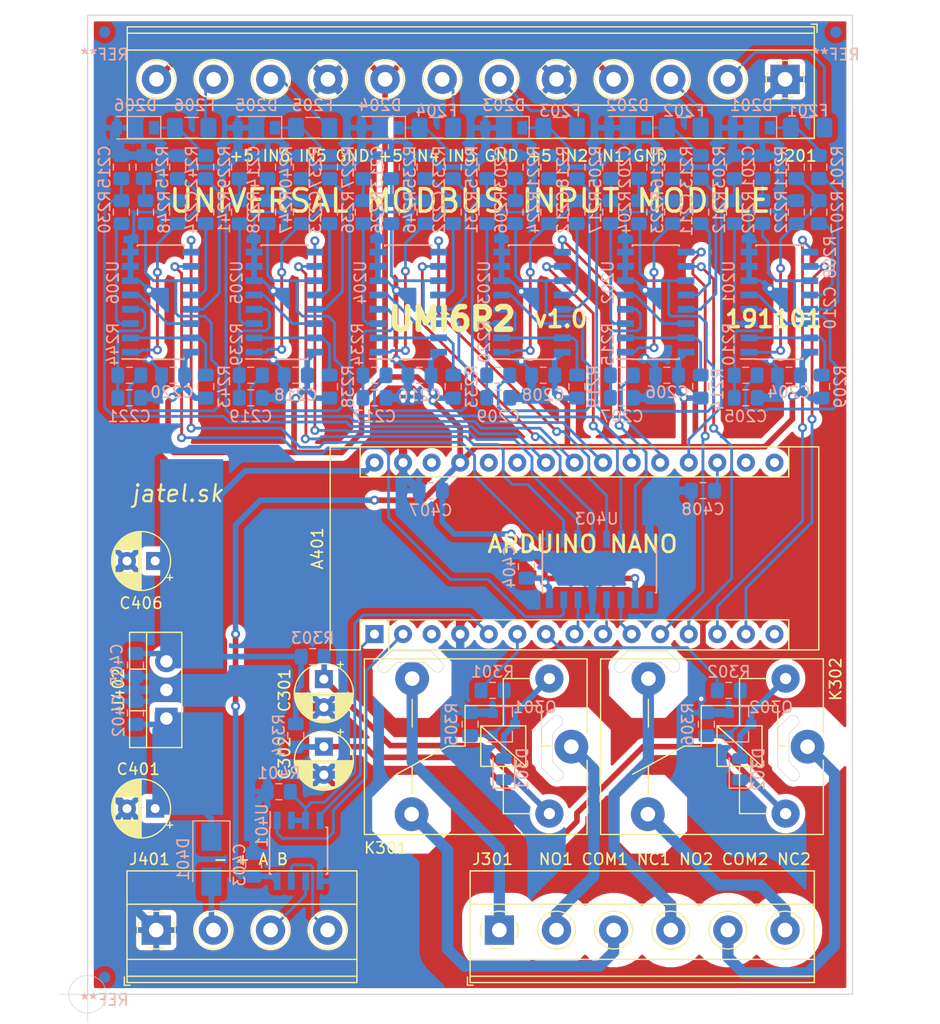
<source format=kicad_pcb>
(kicad_pcb (version 20171130) (host pcbnew 5.1.4-e60b266~84~ubuntu18.04.1)
  (layers (0 F.Cu signal) (31 B.Cu signal) (34 B.Paste user) (35 F.Paste user) (36 B.SilkS user) (37 F.SilkS user) (38 B.Mask user) (39 F.Mask user) (44 Edge.Cuts user))
  (net 0 "")
  (net 1 "Net-(A401-Pad1)")
  (net 2 "Net-(A401-Pad17)")
  (net 3 "Net-(A401-Pad2)")
  (net 4 "Net-(A401-Pad18)")
  (net 5 "Net-(A401-Pad3)")
  (net 6 GND)
  (net 7 "Net-(A401-Pad5)")
  (net 8 AI1)
  (net 9 R1)
  (net 10 AI2)
  (net 11 R2)
  (net 12 AI3)
  (net 13 "Net-(A401-Pad8)")
  (net 14 AI4)
  (net 15 "Net-(A401-Pad9)")
  (net 16 AI5)
  (net 17 "Net-(A401-Pad10)")
  (net 18 AI6)
  (net 19 A5)
  (net 20 +5V)
  (net 21 B5)
  (net 22 "Net-(A401-Pad28)")
  (net 23 A6)
  (net 24 B6)
  (net 25 +12V)
  (net 26 "Net-(A401-Pad15)")
  (net 27 "Net-(A401-Pad16)")
  (net 28 "Net-(C205-Pad1)")
  (net 29 "Net-(C207-Pad1)")
  (net 30 "Net-(C209-Pad1)")
  (net 31 "Net-(C210-Pad1)")
  (net 32 "Net-(C211-Pad1)")
  (net 33 "Net-(C212-Pad1)")
  (net 34 "Net-(C217-Pad1)")
  (net 35 "Net-(C219-Pad1)")
  (net 36 "Net-(C221-Pad1)")
  (net 37 "Net-(C222-Pad1)")
  (net 38 "Net-(C223-Pad1)")
  (net 39 "Net-(C224-Pad1)")
  (net 40 "Net-(C301-Pad1)")
  (net 41 "Net-(C302-Pad1)")
  (net 42 "Net-(C401-Pad1)")
  (net 43 "Net-(D201-Pad1)")
  (net 44 "Net-(D202-Pad1)")
  (net 45 "Net-(D203-Pad1)")
  (net 46 "Net-(D204-Pad1)")
  (net 47 "Net-(D205-Pad1)")
  (net 48 "Net-(D206-Pad1)")
  (net 49 "Net-(D301-Pad2)")
  (net 50 "Net-(D302-Pad2)")
  (net 51 "Net-(D401-Pad2)")
  (net 52 /inputs/IN1)
  (net 53 /inputs/IN2)
  (net 54 /inputs/IN3)
  (net 55 /inputs/IN4)
  (net 56 /inputs/IN5)
  (net 57 /inputs/IN6)
  (net 58 "Net-(J301-Pad1)")
  (net 59 "Net-(J301-Pad2)")
  (net 60 "Net-(J301-Pad3)")
  (net 61 "Net-(J301-Pad4)")
  (net 62 "Net-(J301-Pad5)")
  (net 63 "Net-(J301-Pad6)")
  (net 64 "Net-(J401-Pad3)")
  (net 65 "Net-(J401-Pad4)")
  (net 66 "Net-(Q301-Pad1)")
  (net 67 "Net-(Q302-Pad1)")
  (net 68 "Net-(R201-Pad1)")
  (net 69 "Net-(R202-Pad1)")
  (net 70 "Net-(R203-Pad1)")
  (net 71 "Net-(R204-Pad1)")
  (net 72 "Net-(R205-Pad1)")
  (net 73 "Net-(R206-Pad1)")
  (net 74 "Net-(R207-Pad1)")
  (net 75 "Net-(R209-Pad2)")
  (net 76 "Net-(R210-Pad1)")
  (net 77 "Net-(R211-Pad1)")
  (net 78 "Net-(R212-Pad1)")
  (net 79 "Net-(R214-Pad2)")
  (net 80 "Net-(R215-Pad1)")
  (net 81 "Net-(R216-Pad1)")
  (net 82 "Net-(R217-Pad1)")
  (net 83 "Net-(R219-Pad2)")
  (net 84 "Net-(R220-Pad1)")
  (net 85 "Net-(R221-Pad1)")
  (net 86 "Net-(R225-Pad1)")
  (net 87 "Net-(R226-Pad1)")
  (net 88 "Net-(R227-Pad1)")
  (net 89 "Net-(R228-Pad1)")
  (net 90 "Net-(R229-Pad1)")
  (net 91 "Net-(R230-Pad1)")
  (net 92 "Net-(R231-Pad1)")
  (net 93 "Net-(R233-Pad2)")
  (net 94 "Net-(R234-Pad1)")
  (net 95 "Net-(R235-Pad1)")
  (net 96 "Net-(R236-Pad1)")
  (net 97 "Net-(R238-Pad2)")
  (net 98 "Net-(R239-Pad1)")
  (net 99 "Net-(R240-Pad1)")
  (net 100 "Net-(R241-Pad1)")
  (net 101 "Net-(R243-Pad2)")
  (net 102 "Net-(R244-Pad1)")
  (net 103 "Net-(R245-Pad1)")
  (net 104 "Net-(U201-Pad14)")
  (net 105 B1)
  (net 106 A1)
  (net 107 "Net-(U202-Pad14)")
  (net 108 A2)
  (net 109 B2)
  (net 110 "Net-(U203-Pad14)")
  (net 111 B3)
  (net 112 A3)
  (net 113 "Net-(U204-Pad14)")
  (net 114 A4)
  (net 115 B4)
  (net 116 "Net-(U205-Pad14)")
  (net 117 "Net-(U206-Pad14)")
  (net 118 "Net-(U403-Pad9)")
  (net 119 "Net-(A401-Pad25)")
  (net 120 "Net-(A401-Pad26)")
  (module Fiducial:Fiducial_1mm_Mask2mm (layer B.Cu) (at 51.5 148.5)
    (fp_text reference REF** (at 0 2) (layer B.SilkS) (effects (justify mirror)))
    (fp_text value Fiducial_1mm_Mask2mm)
    (pad "" smd circle (at 0 0) (size 1 1) (layers B.Cu B.Mask) (clearance 0.5))
  )
  (module Fiducial:Fiducial_1mm_Mask2mm (layer B.Cu) (at 116.5 64.5)
    (fp_text reference REF** (at 0 2) (layer B.SilkS) (effects (justify mirror)))
    (fp_text value Fiducial_1mm_Mask2mm)
    (pad "" smd circle (at 0 0) (size 1 1) (layers B.Cu B.Mask) (clearance 0.5))
  )
  (module Fiducial:Fiducial_1mm_Mask2mm (layer B.Cu) (at 51.5 64.5)
    (fp_text reference REF** (at 0 2) (layer B.SilkS) (effects (justify mirror)))
    (fp_text value Fiducial_1mm_Mask2mm)
    (pad "" smd circle (at 0 0) (size 1 1) (layers B.Cu B.Mask) (clearance 0.5))
  )
  (module Resistor_SMD:R_0805_2012Metric_Pad1.15x1.40mm_HandSolder (layer B.Cu) (at 67 132 180)
    (fp_text reference R401 (at 0 1.65) (layer B.SilkS) (effects (justify mirror)))
    (fp_text value 12k)
    (pad 2 smd roundrect (at 1.025 0 180) (size 1.15 1.4) (layers B.Cu B.Paste B.Mask) (roundrect_rratio 0.217391) (net 6 GND))
    (pad 1 smd roundrect (at -1.025 0 180) (size 1.15 1.4) (layers B.Cu B.Paste B.Mask) (roundrect_rratio 0.217391) (net 7 "Net-(A401-Pad5)"))
  )
  (module Capacitor_THT:CP_Radial_D5.0mm_P2.50mm (layer F.Cu) (at 56 111.5 180)
    (fp_text reference C406 (at 1.25 -3.75) (layer F.SilkS))
    (fp_text value 100u/16V)
    (pad 2 thru_hole circle (at 2.5 0 180) (size 1.6 1.6) (drill 0.8) (layers *.Cu *.Mask) (net 6 GND))
    (pad 1 thru_hole rect (at 0 0 180) (size 1.6 1.6) (drill 0.8) (layers *.Cu *.Mask) (net 25 +12V))
  )
  (module Capacitor_THT:CP_Radial_D5.0mm_P2.50mm (layer F.Cu) (at 56 133.5 180)
    (fp_text reference C401 (at 1.5 3.5) (layer F.SilkS))
    (fp_text value 47u/35V)
    (pad 2 thru_hole circle (at 2.5 0 180) (size 1.6 1.6) (drill 0.8) (layers *.Cu *.Mask) (net 6 GND))
    (pad 1 thru_hole rect (at 0 0 180) (size 1.6 1.6) (drill 0.8) (layers *.Cu *.Mask) (net 42 "Net-(C401-Pad1)"))
  )
  (module Capacitor_THT:CP_Radial_D5.0mm_P2.50mm (layer F.Cu) (at 71 128 270)
    (fp_text reference C302 (at 1 3.5 90) (layer F.SilkS))
    (fp_text value 100u/16V)
    (pad 2 thru_hole circle (at 2.5 0 270) (size 1.6 1.6) (drill 0.8) (layers *.Cu *.Mask) (net 6 GND))
    (pad 1 thru_hole rect (at 0 0 270) (size 1.6 1.6) (drill 0.8) (layers *.Cu *.Mask) (net 41 "Net-(C302-Pad1)"))
  )
  (module Capacitor_THT:CP_Radial_D5.0mm_P2.50mm (layer F.Cu) (at 71 122 270)
    (fp_text reference C301 (at 1 3.5 90) (layer F.SilkS))
    (fp_text value 100u/16V)
    (pad 2 thru_hole circle (at 2.5 0 270) (size 1.6 1.6) (drill 0.8) (layers *.Cu *.Mask) (net 6 GND))
    (pad 1 thru_hole rect (at 0 0 270) (size 1.6 1.6) (drill 0.8) (layers *.Cu *.Mask) (net 40 "Net-(C301-Pad1)"))
  )
  (module Module:Arduino_Nano (layer F.Cu) (at 75.5 118 90)
    (fp_text reference A401 (at 7.62 -5.08 90) (layer F.SilkS))
    (fp_text value Arduino_Nano_v3.x)
    (pad 1 thru_hole rect (at 0 0 90) (size 1.6 1.6) (drill 0.8) (layers *.Cu *.Mask) (net 1 "Net-(A401-Pad1)"))
    (pad 17 thru_hole oval (at 15.24 33.02 90) (size 1.6 1.6) (drill 0.8) (layers *.Cu *.Mask) (net 2 "Net-(A401-Pad17)"))
    (pad 2 thru_hole oval (at 0 2.54 90) (size 1.6 1.6) (drill 0.8) (layers *.Cu *.Mask) (net 3 "Net-(A401-Pad2)"))
    (pad 18 thru_hole oval (at 15.24 30.48 90) (size 1.6 1.6) (drill 0.8) (layers *.Cu *.Mask) (net 4 "Net-(A401-Pad18)"))
    (pad 3 thru_hole oval (at 0 5.08 90) (size 1.6 1.6) (drill 0.8) (layers *.Cu *.Mask) (net 5 "Net-(A401-Pad3)"))
    (pad 19 thru_hole oval (at 15.24 27.94 90) (size 1.6 1.6) (drill 0.8) (layers *.Cu *.Mask) (net 8 AI1))
    (pad 4 thru_hole oval (at 0 7.62 90) (size 1.6 1.6) (drill 0.8) (layers *.Cu *.Mask) (net 6 GND))
    (pad 20 thru_hole oval (at 15.24 25.4 90) (size 1.6 1.6) (drill 0.8) (layers *.Cu *.Mask) (net 10 AI2))
    (pad 5 thru_hole oval (at 0 10.16 90) (size 1.6 1.6) (drill 0.8) (layers *.Cu *.Mask) (net 7 "Net-(A401-Pad5)"))
    (pad 21 thru_hole oval (at 15.24 22.86 90) (size 1.6 1.6) (drill 0.8) (layers *.Cu *.Mask) (net 12 AI3))
    (pad 6 thru_hole oval (at 0 12.7 90) (size 1.6 1.6) (drill 0.8) (layers *.Cu *.Mask) (net 9 R1))
    (pad 22 thru_hole oval (at 15.24 20.32 90) (size 1.6 1.6) (drill 0.8) (layers *.Cu *.Mask) (net 14 AI4))
    (pad 7 thru_hole oval (at 0 15.24 90) (size 1.6 1.6) (drill 0.8) (layers *.Cu *.Mask) (net 11 R2))
    (pad 23 thru_hole oval (at 15.24 17.78 90) (size 1.6 1.6) (drill 0.8) (layers *.Cu *.Mask) (net 16 AI5))
    (pad 8 thru_hole oval (at 0 17.78 90) (size 1.6 1.6) (drill 0.8) (layers *.Cu *.Mask) (net 13 "Net-(A401-Pad8)"))
    (pad 24 thru_hole oval (at 15.24 15.24 90) (size 1.6 1.6) (drill 0.8) (layers *.Cu *.Mask) (net 18 AI6))
    (pad 9 thru_hole oval (at 0 20.32 90) (size 1.6 1.6) (drill 0.8) (layers *.Cu *.Mask) (net 15 "Net-(A401-Pad9)"))
    (pad 25 thru_hole oval (at 15.24 12.7 90) (size 1.6 1.6) (drill 0.8) (layers *.Cu *.Mask) (net 119 "Net-(A401-Pad25)"))
    (pad 10 thru_hole oval (at 0 22.86 90) (size 1.6 1.6) (drill 0.8) (layers *.Cu *.Mask) (net 17 "Net-(A401-Pad10)"))
    (pad 26 thru_hole oval (at 15.24 10.16 90) (size 1.6 1.6) (drill 0.8) (layers *.Cu *.Mask) (net 120 "Net-(A401-Pad26)"))
    (pad 11 thru_hole oval (at 0 25.4 90) (size 1.6 1.6) (drill 0.8) (layers *.Cu *.Mask) (net 109 B2))
    (pad 27 thru_hole oval (at 15.24 7.62 90) (size 1.6 1.6) (drill 0.8) (layers *.Cu *.Mask) (net 20 +5V))
    (pad 12 thru_hole oval (at 0 27.94 90) (size 1.6 1.6) (drill 0.8) (layers *.Cu *.Mask) (net 108 A2))
    (pad 28 thru_hole oval (at 15.24 5.08 90) (size 1.6 1.6) (drill 0.8) (layers *.Cu *.Mask) (net 22 "Net-(A401-Pad28)"))
    (pad 13 thru_hole oval (at 0 30.48 90) (size 1.6 1.6) (drill 0.8) (layers *.Cu *.Mask) (net 105 B1))
    (pad 29 thru_hole oval (at 15.24 2.54 90) (size 1.6 1.6) (drill 0.8) (layers *.Cu *.Mask) (net 6 GND))
    (pad 14 thru_hole oval (at 0 33.02 90) (size 1.6 1.6) (drill 0.8) (layers *.Cu *.Mask) (net 106 A1))
    (pad 30 thru_hole oval (at 15.24 0 90) (size 1.6 1.6) (drill 0.8) (layers *.Cu *.Mask) (net 25 +12V))
    (pad 15 thru_hole oval (at 0 35.56 90) (size 1.6 1.6) (drill 0.8) (layers *.Cu *.Mask) (net 26 "Net-(A401-Pad15)"))
    (pad 16 thru_hole oval (at 15.24 35.56 90) (size 1.6 1.6) (drill 0.8) (layers *.Cu *.Mask) (net 27 "Net-(A401-Pad16)"))
  )
  (module Capacitor_SMD:C_0805_2012Metric_Pad1.15x1.40mm_HandSolder (layer B.Cu) (at 107.5 76.5 90)
    (fp_text reference C201 (at 0 1.25 90) (layer B.SilkS) (effects (justify mirror)))
    (fp_text value 100p)
    (pad 2 smd roundrect (at 1.025 0 90) (size 1.15 1.4) (layers B.Cu B.Paste B.Mask) (roundrect_rratio 0.217391) (net 6 GND))
    (pad 1 smd roundrect (at -1.025 0 90) (size 1.15 1.4) (layers B.Cu B.Paste B.Mask) (roundrect_rratio 0.217391) (net 8 AI1))
  )
  (module Capacitor_SMD:C_0805_2012Metric_Pad1.15x1.40mm_HandSolder (layer B.Cu) (at 96.5 76.5 90)
    (fp_text reference C202 (at 0 1.25 90) (layer B.SilkS) (effects (justify mirror)))
    (fp_text value 100p)
    (pad 2 smd roundrect (at 1.025 0 90) (size 1.15 1.4) (layers B.Cu B.Paste B.Mask) (roundrect_rratio 0.217391) (net 6 GND))
    (pad 1 smd roundrect (at -1.025 0 90) (size 1.15 1.4) (layers B.Cu B.Paste B.Mask) (roundrect_rratio 0.217391) (net 10 AI2))
  )
  (module Capacitor_SMD:C_0805_2012Metric_Pad1.15x1.40mm_HandSolder (layer B.Cu) (at 85.5 76.5 90)
    (fp_text reference C203 (at 0 1.25 90) (layer B.SilkS) (effects (justify mirror)))
    (fp_text value 100p)
    (pad 2 smd roundrect (at 1.025 0 90) (size 1.15 1.4) (layers B.Cu B.Paste B.Mask) (roundrect_rratio 0.217391) (net 6 GND))
    (pad 1 smd roundrect (at -1.025 0 90) (size 1.15 1.4) (layers B.Cu B.Paste B.Mask) (roundrect_rratio 0.217391) (net 12 AI3))
  )
  (module Capacitor_SMD:C_0805_2012Metric_Pad1.15x1.40mm_HandSolder (layer B.Cu) (at 112.35 95 180)
    (fp_text reference C204 (at 0 -1.5) (layer B.SilkS) (effects (justify mirror)))
    (fp_text value 100n)
    (pad 2 smd roundrect (at 1.025 0 180) (size 1.15 1.4) (layers B.Cu B.Paste B.Mask) (roundrect_rratio 0.217391) (net 6 GND))
    (pad 1 smd roundrect (at -1.025 0 180) (size 1.15 1.4) (layers B.Cu B.Paste B.Mask) (roundrect_rratio 0.217391) (net 20 +5V))
  )
  (module Capacitor_SMD:C_0805_2012Metric_Pad1.15x1.40mm_HandSolder (layer B.Cu) (at 108.5 97)
    (fp_text reference C205 (at 0 1.65) (layer B.SilkS) (effects (justify mirror)))
    (fp_text value 100n)
    (pad 1 smd roundrect (at -1.025 0) (size 1.15 1.4) (layers B.Cu B.Paste B.Mask) (roundrect_rratio 0.217391) (net 28 "Net-(C205-Pad1)"))
    (pad 2 smd roundrect (at 1.025 0) (size 1.15 1.4) (layers B.Cu B.Paste B.Mask) (roundrect_rratio 0.217391) (net 6 GND))
  )
  (module Capacitor_SMD:C_0805_2012Metric_Pad1.15x1.40mm_HandSolder (layer B.Cu) (at 101.5 95 180)
    (fp_text reference C206 (at 0 -1.5) (layer B.SilkS) (effects (justify mirror)))
    (fp_text value 100n)
    (pad 2 smd roundrect (at 1.025 0 180) (size 1.15 1.4) (layers B.Cu B.Paste B.Mask) (roundrect_rratio 0.217391) (net 6 GND))
    (pad 1 smd roundrect (at -1.025 0 180) (size 1.15 1.4) (layers B.Cu B.Paste B.Mask) (roundrect_rratio 0.217391) (net 20 +5V))
  )
  (module Capacitor_SMD:C_0805_2012Metric_Pad1.15x1.40mm_HandSolder (layer B.Cu) (at 97.5 97)
    (fp_text reference C207 (at 0 1.65) (layer B.SilkS) (effects (justify mirror)))
    (fp_text value 100n)
    (pad 1 smd roundrect (at -1.025 0) (size 1.15 1.4) (layers B.Cu B.Paste B.Mask) (roundrect_rratio 0.217391) (net 29 "Net-(C207-Pad1)"))
    (pad 2 smd roundrect (at 1.025 0) (size 1.15 1.4) (layers B.Cu B.Paste B.Mask) (roundrect_rratio 0.217391) (net 6 GND))
  )
  (module Capacitor_SMD:C_0805_2012Metric_Pad1.15x1.40mm_HandSolder (layer B.Cu) (at 90.5 95 180)
    (fp_text reference C208 (at 0 -1.75) (layer B.SilkS) (effects (justify mirror)))
    (fp_text value 100n)
    (pad 2 smd roundrect (at 1.025 0 180) (size 1.15 1.4) (layers B.Cu B.Paste B.Mask) (roundrect_rratio 0.217391) (net 6 GND))
    (pad 1 smd roundrect (at -1.025 0 180) (size 1.15 1.4) (layers B.Cu B.Paste B.Mask) (roundrect_rratio 0.217391) (net 20 +5V))
  )
  (module Capacitor_SMD:C_0805_2012Metric_Pad1.15x1.40mm_HandSolder (layer B.Cu) (at 86.5 97)
    (fp_text reference C209 (at 0 1.65) (layer B.SilkS) (effects (justify mirror)))
    (fp_text value 100n)
    (pad 1 smd roundrect (at -1.025 0) (size 1.15 1.4) (layers B.Cu B.Paste B.Mask) (roundrect_rratio 0.217391) (net 30 "Net-(C209-Pad1)"))
    (pad 2 smd roundrect (at 1.025 0) (size 1.15 1.4) (layers B.Cu B.Paste B.Mask) (roundrect_rratio 0.217391) (net 6 GND))
  )
  (module Capacitor_SMD:C_0805_2012Metric_Pad1.15x1.40mm_HandSolder (layer B.Cu) (at 113 80.5 90)
    (fp_text reference C210 (at -8.5 3 90) (layer B.SilkS) (effects (justify mirror)))
    (fp_text value 100n)
    (pad 1 smd roundrect (at -1.025 0 90) (size 1.15 1.4) (layers B.Cu B.Paste B.Mask) (roundrect_rratio 0.217391) (net 31 "Net-(C210-Pad1)"))
    (pad 2 smd roundrect (at 1.025 0 90) (size 1.15 1.4) (layers B.Cu B.Paste B.Mask) (roundrect_rratio 0.217391) (net 6 GND))
  )
  (module Capacitor_SMD:C_0805_2012Metric_Pad1.15x1.40mm_HandSolder (layer B.Cu) (at 102 80.5 90)
    (fp_text reference C211 (at -0.25 1.25 90) (layer B.SilkS) (effects (justify mirror)))
    (fp_text value 100n)
    (pad 1 smd roundrect (at -1.025 0 90) (size 1.15 1.4) (layers B.Cu B.Paste B.Mask) (roundrect_rratio 0.217391) (net 32 "Net-(C211-Pad1)"))
    (pad 2 smd roundrect (at 1.025 0 90) (size 1.15 1.4) (layers B.Cu B.Paste B.Mask) (roundrect_rratio 0.217391) (net 6 GND))
  )
  (module Capacitor_SMD:C_0805_2012Metric_Pad1.15x1.40mm_HandSolder (layer B.Cu) (at 91 80.5 90)
    (fp_text reference C212 (at 0 1.25 90) (layer B.SilkS) (effects (justify mirror)))
    (fp_text value 100n)
    (pad 1 smd roundrect (at -1.025 0 90) (size 1.15 1.4) (layers B.Cu B.Paste B.Mask) (roundrect_rratio 0.217391) (net 33 "Net-(C212-Pad1)"))
    (pad 2 smd roundrect (at 1.025 0 90) (size 1.15 1.4) (layers B.Cu B.Paste B.Mask) (roundrect_rratio 0.217391) (net 6 GND))
  )
  (module Capacitor_SMD:C_0805_2012Metric_Pad1.15x1.40mm_HandSolder (layer B.Cu) (at 74.5 76.5 90)
    (fp_text reference C213 (at 0 1.25 90) (layer B.SilkS) (effects (justify mirror)))
    (fp_text value 100p)
    (pad 1 smd roundrect (at -1.025 0 90) (size 1.15 1.4) (layers B.Cu B.Paste B.Mask) (roundrect_rratio 0.217391) (net 14 AI4))
    (pad 2 smd roundrect (at 1.025 0 90) (size 1.15 1.4) (layers B.Cu B.Paste B.Mask) (roundrect_rratio 0.217391) (net 6 GND))
  )
  (module Capacitor_SMD:C_0805_2012Metric_Pad1.15x1.40mm_HandSolder (layer B.Cu) (at 63.5 76.5 90)
    (fp_text reference C214 (at 0 1.25 90) (layer B.SilkS) (effects (justify mirror)))
    (fp_text value 100p)
    (pad 1 smd roundrect (at -1.025 0 90) (size 1.15 1.4) (layers B.Cu B.Paste B.Mask) (roundrect_rratio 0.217391) (net 16 AI5))
    (pad 2 smd roundrect (at 1.025 0 90) (size 1.15 1.4) (layers B.Cu B.Paste B.Mask) (roundrect_rratio 0.217391) (net 6 GND))
  )
  (module Capacitor_SMD:C_0805_2012Metric_Pad1.15x1.40mm_HandSolder (layer B.Cu) (at 53 76.5 90)
    (fp_text reference C215 (at 0 -1.5 90) (layer B.SilkS) (effects (justify mirror)))
    (fp_text value 100p)
    (pad 2 smd roundrect (at 1.025 0 90) (size 1.15 1.4) (layers B.Cu B.Paste B.Mask) (roundrect_rratio 0.217391) (net 6 GND))
    (pad 1 smd roundrect (at -1.025 0 90) (size 1.15 1.4) (layers B.Cu B.Paste B.Mask) (roundrect_rratio 0.217391) (net 18 AI6))
  )
  (module Capacitor_SMD:C_0805_2012Metric_Pad1.15x1.40mm_HandSolder (layer B.Cu) (at 79.5 95 180)
    (fp_text reference C216 (at 0 -1.75) (layer B.SilkS) (effects (justify mirror)))
    (fp_text value 100n)
    (pad 1 smd roundrect (at -1.025 0 180) (size 1.15 1.4) (layers B.Cu B.Paste B.Mask) (roundrect_rratio 0.217391) (net 20 +5V))
    (pad 2 smd roundrect (at 1.025 0 180) (size 1.15 1.4) (layers B.Cu B.Paste B.Mask) (roundrect_rratio 0.217391) (net 6 GND))
  )
  (module Capacitor_SMD:C_0805_2012Metric_Pad1.15x1.40mm_HandSolder (layer B.Cu) (at 75.5 97)
    (fp_text reference C217 (at 0 1.65) (layer B.SilkS) (effects (justify mirror)))
    (fp_text value 100n)
    (pad 2 smd roundrect (at 1.025 0) (size 1.15 1.4) (layers B.Cu B.Paste B.Mask) (roundrect_rratio 0.217391) (net 6 GND))
    (pad 1 smd roundrect (at -1.025 0) (size 1.15 1.4) (layers B.Cu B.Paste B.Mask) (roundrect_rratio 0.217391) (net 34 "Net-(C217-Pad1)"))
  )
  (module Capacitor_SMD:C_0805_2012Metric_Pad1.15x1.40mm_HandSolder (layer B.Cu) (at 68.5 95 180)
    (fp_text reference C218 (at 0 -1.75) (layer B.SilkS) (effects (justify mirror)))
    (fp_text value 100n)
    (pad 2 smd roundrect (at 1.025 0 180) (size 1.15 1.4) (layers B.Cu B.Paste B.Mask) (roundrect_rratio 0.217391) (net 6 GND))
    (pad 1 smd roundrect (at -1.025 0 180) (size 1.15 1.4) (layers B.Cu B.Paste B.Mask) (roundrect_rratio 0.217391) (net 20 +5V))
  )
  (module Capacitor_SMD:C_0805_2012Metric_Pad1.15x1.40mm_HandSolder (layer B.Cu) (at 64.5 97)
    (fp_text reference C219 (at 0 1.65) (layer B.SilkS) (effects (justify mirror)))
    (fp_text value 100n)
    (pad 2 smd roundrect (at 1.025 0) (size 1.15 1.4) (layers B.Cu B.Paste B.Mask) (roundrect_rratio 0.217391) (net 6 GND))
    (pad 1 smd roundrect (at -1.025 0) (size 1.15 1.4) (layers B.Cu B.Paste B.Mask) (roundrect_rratio 0.217391) (net 35 "Net-(C219-Pad1)"))
  )
  (module Capacitor_SMD:C_0805_2012Metric_Pad1.15x1.40mm_HandSolder (layer B.Cu) (at 57.6 95 180)
    (fp_text reference C220 (at 0.1 -1.5) (layer B.SilkS) (effects (justify mirror)))
    (fp_text value 100n)
    (pad 1 smd roundrect (at -1.025 0 180) (size 1.15 1.4) (layers B.Cu B.Paste B.Mask) (roundrect_rratio 0.217391) (net 20 +5V))
    (pad 2 smd roundrect (at 1.025 0 180) (size 1.15 1.4) (layers B.Cu B.Paste B.Mask) (roundrect_rratio 0.217391) (net 6 GND))
  )
  (module Capacitor_SMD:C_0805_2012Metric_Pad1.15x1.40mm_HandSolder (layer B.Cu) (at 53.7 97)
    (fp_text reference C221 (at 0 1.65) (layer B.SilkS) (effects (justify mirror)))
    (fp_text value 100n)
    (pad 2 smd roundrect (at 1.025 0) (size 1.15 1.4) (layers B.Cu B.Paste B.Mask) (roundrect_rratio 0.217391) (net 6 GND))
    (pad 1 smd roundrect (at -1.025 0) (size 1.15 1.4) (layers B.Cu B.Paste B.Mask) (roundrect_rratio 0.217391) (net 36 "Net-(C221-Pad1)"))
  )
  (module Capacitor_SMD:C_0805_2012Metric_Pad1.15x1.40mm_HandSolder (layer B.Cu) (at 80 80.5 90)
    (fp_text reference C222 (at 0 1.25 90) (layer B.SilkS) (effects (justify mirror)))
    (fp_text value 100n)
    (pad 2 smd roundrect (at 1.025 0 90) (size 1.15 1.4) (layers B.Cu B.Paste B.Mask) (roundrect_rratio 0.217391) (net 6 GND))
    (pad 1 smd roundrect (at -1.025 0 90) (size 1.15 1.4) (layers B.Cu B.Paste B.Mask) (roundrect_rratio 0.217391) (net 37 "Net-(C222-Pad1)"))
  )
  (module Capacitor_SMD:C_0805_2012Metric_Pad1.15x1.40mm_HandSolder (layer B.Cu) (at 69 80.5 90)
    (fp_text reference C223 (at 0 1.25 90) (layer B.SilkS) (effects (justify mirror)))
    (fp_text value 100n)
    (pad 2 smd roundrect (at 1.025 0 90) (size 1.15 1.4) (layers B.Cu B.Paste B.Mask) (roundrect_rratio 0.217391) (net 6 GND))
    (pad 1 smd roundrect (at -1.025 0 90) (size 1.15 1.4) (layers B.Cu B.Paste B.Mask) (roundrect_rratio 0.217391) (net 38 "Net-(C223-Pad1)"))
  )
  (module Capacitor_SMD:C_0805_2012Metric_Pad1.15x1.40mm_HandSolder (layer B.Cu) (at 58 80.5 90)
    (fp_text reference C224 (at 0 1.25 90) (layer B.SilkS) (effects (justify mirror)))
    (fp_text value 100n)
    (pad 1 smd roundrect (at -1.025 0 90) (size 1.15 1.4) (layers B.Cu B.Paste B.Mask) (roundrect_rratio 0.217391) (net 39 "Net-(C224-Pad1)"))
    (pad 2 smd roundrect (at 1.025 0 90) (size 1.15 1.4) (layers B.Cu B.Paste B.Mask) (roundrect_rratio 0.217391) (net 6 GND))
  )
  (module Capacitor_SMD:C_0805_2012Metric_Pad1.15x1.40mm_HandSolder (layer B.Cu) (at 54.25 125 90)
    (fp_text reference C402 (at -0.25 -1.5 90) (layer B.SilkS) (effects (justify mirror)))
    (fp_text value 100n)
    (pad 1 smd roundrect (at -1.025 0 90) (size 1.15 1.4) (layers B.Cu B.Paste B.Mask) (roundrect_rratio 0.217391) (net 42 "Net-(C401-Pad1)"))
    (pad 2 smd roundrect (at 1.025 0 90) (size 1.15 1.4) (layers B.Cu B.Paste B.Mask) (roundrect_rratio 0.217391) (net 6 GND))
  )
  (module Capacitor_SMD:C_0805_2012Metric_Pad1.15x1.40mm_HandSolder (layer B.Cu) (at 64.75 138.5 90)
    (fp_text reference C403 (at 0 -1.25 270) (layer B.SilkS) (effects (justify mirror)))
    (fp_text value 100n)
    (pad 1 smd roundrect (at -1.025 0 90) (size 1.15 1.4) (layers B.Cu B.Paste B.Mask) (roundrect_rratio 0.217391) (net 20 +5V))
    (pad 2 smd roundrect (at 1.025 0 90) (size 1.15 1.4) (layers B.Cu B.Paste B.Mask) (roundrect_rratio 0.217391) (net 6 GND))
  )
  (module Capacitor_SMD:C_0805_2012Metric_Pad1.15x1.40mm_HandSolder (layer B.Cu) (at 89 112 90)
    (fp_text reference C404 (at 0 -1.5 90) (layer B.SilkS) (effects (justify mirror)))
    (fp_text value 100n)
    (pad 1 smd roundrect (at -1.025 0 90) (size 1.15 1.4) (layers B.Cu B.Paste B.Mask) (roundrect_rratio 0.217391) (net 20 +5V))
    (pad 2 smd roundrect (at 1.025 0 90) (size 1.15 1.4) (layers B.Cu B.Paste B.Mask) (roundrect_rratio 0.217391) (net 6 GND))
  )
  (module Capacitor_SMD:C_0805_2012Metric_Pad1.15x1.40mm_HandSolder (layer B.Cu) (at 54.25 120.75 270)
    (fp_text reference C405 (at 0 1.65 90) (layer B.SilkS) (effects (justify mirror)))
    (fp_text value 100n)
    (pad 2 smd roundrect (at 1.025 0 270) (size 1.15 1.4) (layers B.Cu B.Paste B.Mask) (roundrect_rratio 0.217391) (net 6 GND))
    (pad 1 smd roundrect (at -1.025 0 270) (size 1.15 1.4) (layers B.Cu B.Paste B.Mask) (roundrect_rratio 0.217391) (net 25 +12V))
  )
  (module Capacitor_SMD:C_0805_2012Metric_Pad1.15x1.40mm_HandSolder (layer B.Cu) (at 80.5 105.25 180)
    (fp_text reference C407 (at 0 -1.75) (layer B.SilkS) (effects (justify mirror)))
    (fp_text value 100n)
    (pad 1 smd roundrect (at -1.025 0 180) (size 1.15 1.4) (layers B.Cu B.Paste B.Mask) (roundrect_rratio 0.217391) (net 20 +5V))
    (pad 2 smd roundrect (at 1.025 0 180) (size 1.15 1.4) (layers B.Cu B.Paste B.Mask) (roundrect_rratio 0.217391) (net 6 GND))
  )
  (module Capacitor_SMD:C_0805_2012Metric_Pad1.15x1.40mm_HandSolder (layer B.Cu) (at 104.7 105.25)
    (fp_text reference C408 (at 0 1.65) (layer B.SilkS) (effects (justify mirror)))
    (fp_text value 100n)
    (pad 2 smd roundrect (at 1.025 0) (size 1.15 1.4) (layers B.Cu B.Paste B.Mask) (roundrect_rratio 0.217391) (net 4 "Net-(A401-Pad18)"))
    (pad 1 smd roundrect (at -1.025 0) (size 1.15 1.4) (layers B.Cu B.Paste B.Mask) (roundrect_rratio 0.217391) (net 6 GND))
  )
  (module Diode_SMD:D_SOD-123 (layer B.Cu) (at 109 73 180)
    (fp_text reference D201 (at 0 2) (layer B.SilkS) (effects (justify mirror)))
    (fp_text value BZT52B5V6)
    (pad 2 smd rect (at 1.65 0 180) (size 0.9 1.2) (layers B.Cu B.Paste B.Mask) (net 6 GND))
    (pad 1 smd rect (at -1.65 0 180) (size 0.9 1.2) (layers B.Cu B.Paste B.Mask) (net 43 "Net-(D201-Pad1)"))
  )
  (module Diode_SMD:D_SOD-123 (layer B.Cu) (at 98 73 180)
    (fp_text reference D202 (at 0 2) (layer B.SilkS) (effects (justify mirror)))
    (fp_text value BZT52B5V6)
    (pad 1 smd rect (at -1.65 0 180) (size 0.9 1.2) (layers B.Cu B.Paste B.Mask) (net 44 "Net-(D202-Pad1)"))
    (pad 2 smd rect (at 1.65 0 180) (size 0.9 1.2) (layers B.Cu B.Paste B.Mask) (net 6 GND))
  )
  (module Diode_SMD:D_SOD-123 (layer B.Cu) (at 87 73 180)
    (fp_text reference D203 (at 0 2) (layer B.SilkS) (effects (justify mirror)))
    (fp_text value BZT52B5V6)
    (pad 1 smd rect (at -1.65 0 180) (size 0.9 1.2) (layers B.Cu B.Paste B.Mask) (net 45 "Net-(D203-Pad1)"))
    (pad 2 smd rect (at 1.65 0 180) (size 0.9 1.2) (layers B.Cu B.Paste B.Mask) (net 6 GND))
  )
  (module Diode_SMD:D_SOD-123 (layer B.Cu) (at 76 73 180)
    (fp_text reference D204 (at 0 2) (layer B.SilkS) (effects (justify mirror)))
    (fp_text value BZT52B5V6)
    (pad 2 smd rect (at 1.65 0 180) (size 0.9 1.2) (layers B.Cu B.Paste B.Mask) (net 6 GND))
    (pad 1 smd rect (at -1.65 0 180) (size 0.9 1.2) (layers B.Cu B.Paste B.Mask) (net 46 "Net-(D204-Pad1)"))
  )
  (module Diode_SMD:D_SOD-123 (layer B.Cu) (at 65 73 180)
    (fp_text reference D205 (at 0 2) (layer B.SilkS) (effects (justify mirror)))
    (fp_text value BZT52B5V6)
    (pad 2 smd rect (at 1.65 0 180) (size 0.9 1.2) (layers B.Cu B.Paste B.Mask) (net 6 GND))
    (pad 1 smd rect (at -1.65 0 180) (size 0.9 1.2) (layers B.Cu B.Paste B.Mask) (net 47 "Net-(D205-Pad1)"))
  )
  (module Diode_SMD:D_SOD-123 (layer B.Cu) (at 54.25 73 180)
    (fp_text reference D206 (at 0 2) (layer B.SilkS) (effects (justify mirror)))
    (fp_text value BZT52B5V6)
    (pad 1 smd rect (at -1.65 0 180) (size 0.9 1.2) (layers B.Cu B.Paste B.Mask) (net 48 "Net-(D206-Pad1)"))
    (pad 2 smd rect (at 1.65 0 180) (size 0.9 1.2) (layers B.Cu B.Paste B.Mask) (net 6 GND))
  )
  (module Diode_SMD:D_0805_2012Metric (layer B.Cu) (at 87 130 90)
    (fp_text reference D301 (at 0 1.65 90) (layer B.SilkS) (effects (justify mirror)))
    (fp_text value TS4148)
    (pad 1 smd roundrect (at -0.9375 0 90) (size 0.975 1.4) (layers B.Cu B.Paste B.Mask) (net 40 "Net-(C301-Pad1)"))
    (pad 2 smd roundrect (at 0.9375 0 90) (size 0.975 1.4) (layers B.Cu B.Paste B.Mask) (net 49 "Net-(D301-Pad2)"))
  )
  (module Diode_SMD:D_0805_2012Metric (layer B.Cu) (at 108 130 90)
    (fp_text reference D302 (at 0 1.65 90) (layer B.SilkS) (effects (justify mirror)))
    (fp_text value TS4148)
    (pad 2 smd roundrect (at 0.9375 0 90) (size 0.975 1.4) (layers B.Cu B.Paste B.Mask) (net 50 "Net-(D302-Pad2)"))
    (pad 1 smd roundrect (at -0.9375 0 90) (size 0.975 1.4) (layers B.Cu B.Paste B.Mask) (net 41 "Net-(C302-Pad1)"))
  )
  (module Diode_SMD:D_SMA (layer B.Cu) (at 61 138 270)
    (fp_text reference D401 (at 0 2.5 90) (layer B.SilkS) (effects (justify mirror)))
    (fp_text value B140-E3)
    (pad 1 smd rect (at -2 0 270) (size 2.5 1.8) (layers B.Cu B.Paste B.Mask) (net 42 "Net-(C401-Pad1)"))
    (pad 2 smd rect (at 2 0 270) (size 2.5 1.8) (layers B.Cu B.Paste B.Mask) (net 51 "Net-(D401-Pad2)"))
  )
  (module Resistor_SMD:R_1206_3216Metric_Pad1.42x1.75mm_HandSolder (layer B.Cu) (at 114 73)
    (fp_text reference F201 (at 0 -1.5) (layer B.SilkS) (effects (justify mirror)))
    (fp_text value SN005)
    (pad 1 smd roundrect (at -1.4875 0) (size 1.425 1.75) (layers B.Cu B.Paste B.Mask) (roundrect_rratio 0.175439) (net 43 "Net-(D201-Pad1)"))
    (pad 2 smd roundrect (at 1.4875 0) (size 1.425 1.75) (layers B.Cu B.Paste B.Mask) (roundrect_rratio 0.175439) (net 52 /inputs/IN1))
  )
  (module Resistor_SMD:R_1206_3216Metric_Pad1.42x1.75mm_HandSolder (layer B.Cu) (at 103 73)
    (fp_text reference F202 (at 0 -1.5) (layer B.SilkS) (effects (justify mirror)))
    (fp_text value SN005)
    (pad 2 smd roundrect (at 1.4875 0) (size 1.425 1.75) (layers B.Cu B.Paste B.Mask) (roundrect_rratio 0.175439) (net 53 /inputs/IN2))
    (pad 1 smd roundrect (at -1.4875 0) (size 1.425 1.75) (layers B.Cu B.Paste B.Mask) (roundrect_rratio 0.175439) (net 44 "Net-(D202-Pad1)"))
  )
  (module Resistor_SMD:R_1206_3216Metric_Pad1.42x1.75mm_HandSolder (layer B.Cu) (at 92 73)
    (fp_text reference F203 (at 0 -1.5) (layer B.SilkS) (effects (justify mirror)))
    (fp_text value SN005)
    (pad 2 smd roundrect (at 1.4875 0) (size 1.425 1.75) (layers B.Cu B.Paste B.Mask) (roundrect_rratio 0.175439) (net 54 /inputs/IN3))
    (pad 1 smd roundrect (at -1.4875 0) (size 1.425 1.75) (layers B.Cu B.Paste B.Mask) (roundrect_rratio 0.175439) (net 45 "Net-(D203-Pad1)"))
  )
  (module Resistor_SMD:R_1206_3216Metric_Pad1.42x1.75mm_HandSolder (layer B.Cu) (at 81 73)
    (fp_text reference F204 (at 0 -1.5) (layer B.SilkS) (effects (justify mirror)))
    (fp_text value SN005)
    (pad 1 smd roundrect (at -1.4875 0) (size 1.425 1.75) (layers B.Cu B.Paste B.Mask) (roundrect_rratio 0.175439) (net 46 "Net-(D204-Pad1)"))
    (pad 2 smd roundrect (at 1.4875 0) (size 1.425 1.75) (layers B.Cu B.Paste B.Mask) (roundrect_rratio 0.175439) (net 55 /inputs/IN4))
  )
  (module Resistor_SMD:R_1206_3216Metric_Pad1.42x1.75mm_HandSolder (layer B.Cu) (at 70 73)
    (fp_text reference F205 (at 0 -2) (layer B.SilkS) (effects (justify mirror)))
    (fp_text value SN005)
    (pad 2 smd roundrect (at 1.4875 0) (size 1.425 1.75) (layers B.Cu B.Paste B.Mask) (roundrect_rratio 0.175439) (net 56 /inputs/IN5))
    (pad 1 smd roundrect (at -1.4875 0) (size 1.425 1.75) (layers B.Cu B.Paste B.Mask) (roundrect_rratio 0.175439) (net 47 "Net-(D205-Pad1)"))
  )
  (module Resistor_SMD:R_1206_3216Metric_Pad1.42x1.75mm_HandSolder (layer B.Cu) (at 59.25 73)
    (fp_text reference F206 (at 0.25 -2) (layer B.SilkS) (effects (justify mirror)))
    (fp_text value SN005)
    (pad 1 smd roundrect (at -1.4875 0) (size 1.425 1.75) (layers B.Cu B.Paste B.Mask) (roundrect_rratio 0.175439) (net 48 "Net-(D206-Pad1)"))
    (pad 2 smd roundrect (at 1.4875 0) (size 1.425 1.75) (layers B.Cu B.Paste B.Mask) (roundrect_rratio 0.175439) (net 57 /inputs/IN6))
  )
  (module TerminalBlock_Phoenix:TerminalBlock_Phoenix_MKDS-1,5-12-5.08_1x12_P5.08mm_Horizontal (layer F.Cu) (at 112 68.7 180)
    (fp_text reference J201 (at -1 -6.8 180) (layer F.SilkS))
    (fp_text value INPUTS)
    (pad 1 thru_hole rect (at 0 0 180) (size 2.6 2.6) (drill 1.3) (layers *.Cu *.Mask) (net 6 GND))
    (pad 2 thru_hole circle (at 5.08 0 180) (size 2.6 2.6) (drill 1.3) (layers *.Cu *.Mask) (net 52 /inputs/IN1))
    (pad 3 thru_hole circle (at 10.16 0 180) (size 2.6 2.6) (drill 1.3) (layers *.Cu *.Mask) (net 53 /inputs/IN2))
    (pad 4 thru_hole circle (at 15.24 0 180) (size 2.6 2.6) (drill 1.3) (layers *.Cu *.Mask) (net 20 +5V))
    (pad 5 thru_hole circle (at 20.32 0 180) (size 2.6 2.6) (drill 1.3) (layers *.Cu *.Mask) (net 6 GND))
    (pad 6 thru_hole circle (at 25.4 0 180) (size 2.6 2.6) (drill 1.3) (layers *.Cu *.Mask) (net 54 /inputs/IN3))
    (pad 7 thru_hole circle (at 30.48 0 180) (size 2.6 2.6) (drill 1.3) (layers *.Cu *.Mask) (net 55 /inputs/IN4))
    (pad 8 thru_hole circle (at 35.56 0 180) (size 2.6 2.6) (drill 1.3) (layers *.Cu *.Mask) (net 20 +5V))
    (pad 9 thru_hole circle (at 40.64 0 180) (size 2.6 2.6) (drill 1.3) (layers *.Cu *.Mask) (net 6 GND))
    (pad 10 thru_hole circle (at 45.72 0 180) (size 2.6 2.6) (drill 1.3) (layers *.Cu *.Mask) (net 56 /inputs/IN5))
    (pad 11 thru_hole circle (at 50.8 0 180) (size 2.6 2.6) (drill 1.3) (layers *.Cu *.Mask) (net 57 /inputs/IN6))
    (pad 12 thru_hole circle (at 55.88 0 180) (size 2.6 2.6) (drill 1.3) (layers *.Cu *.Mask) (net 20 +5V))
  )
  (module TerminalBlock_Phoenix:TerminalBlock_Phoenix_MKDS-1,5-6-5.08_1x06_P5.08mm_Horizontal (layer F.Cu) (at 86.6 144.3)
    (fp_text reference J301 (at -0.6 -6.3) (layer F.SilkS))
    (fp_text value OUTPUTS)
    (pad 1 thru_hole rect (at 0 0) (size 2.6 2.6) (drill 1.3) (layers *.Cu *.Mask) (net 58 "Net-(J301-Pad1)"))
    (pad 2 thru_hole circle (at 5.08 0) (size 2.6 2.6) (drill 1.3) (layers *.Cu *.Mask) (net 59 "Net-(J301-Pad2)"))
    (pad 3 thru_hole circle (at 10.16 0) (size 2.6 2.6) (drill 1.3) (layers *.Cu *.Mask) (net 60 "Net-(J301-Pad3)"))
    (pad 4 thru_hole circle (at 15.24 0) (size 2.6 2.6) (drill 1.3) (layers *.Cu *.Mask) (net 61 "Net-(J301-Pad4)"))
    (pad 5 thru_hole circle (at 20.32 0) (size 2.6 2.6) (drill 1.3) (layers *.Cu *.Mask) (net 62 "Net-(J301-Pad5)"))
    (pad 6 thru_hole circle (at 25.4 0) (size 2.6 2.6) (drill 1.3) (layers *.Cu *.Mask) (net 63 "Net-(J301-Pad6)"))
  )
  (module TerminalBlock_Phoenix:TerminalBlock_Phoenix_MKDS-1,5-4-5.08_1x04_P5.08mm_Horizontal (layer F.Cu) (at 56.1 144.3)
    (fp_text reference J401 (at -0.6 -6.3) (layer F.SilkS))
    (fp_text value Pwr)
    (pad 1 thru_hole rect (at 0 0) (size 2.6 2.6) (drill 1.3) (layers *.Cu *.Mask) (net 6 GND))
    (pad 2 thru_hole circle (at 5.08 0) (size 2.6 2.6) (drill 1.3) (layers *.Cu *.Mask) (net 51 "Net-(D401-Pad2)"))
    (pad 3 thru_hole circle (at 10.16 0) (size 2.6 2.6) (drill 1.3) (layers *.Cu *.Mask) (net 64 "Net-(J401-Pad3)"))
    (pad 4 thru_hole circle (at 15.24 0) (size 2.6 2.6) (drill 1.3) (layers *.Cu *.Mask) (net 65 "Net-(J401-Pad4)"))
  )
  (module "jt_relay:Relay_SPDT_RAYEX ELEC_LEG_Series_Form_1C" (layer F.Cu) (at 93 128 180)
    (fp_text reference K301 (at 16.5 -9) (layer F.SilkS))
    (fp_text value LEG-12)
    (pad 2 thru_hole circle (at 1.95 6.05 270) (size 2.5 2.5) (drill 1) (layers *.Cu *.Mask) (net 49 "Net-(D301-Pad2)"))
    (pad 3 thru_hole circle (at 14.15 6.05 270) (size 3 3) (drill 1.3) (layers *.Cu *.Mask) (net 58 "Net-(J301-Pad1)"))
    (pad 4 thru_hole circle (at 14.2 -6 270) (size 3 3) (drill 1.3) (layers *.Cu *.Mask) (net 60 "Net-(J301-Pad3)"))
    (pad 5 thru_hole circle (at 1.95 -5.95 270) (size 2.5 2.5) (drill 1) (layers *.Cu *.Mask) (net 40 "Net-(C301-Pad1)"))
    (pad 1 thru_hole circle (at 0 0 270) (size 3 3) (drill 1.3) (layers *.Cu *.Mask) (net 59 "Net-(J301-Pad2)"))
  )
  (module "jt_relay:Relay_SPDT_RAYEX ELEC_LEG_Series_Form_1C" (layer F.Cu) (at 114 128 180)
    (fp_text reference K302 (at -2.5 6 90) (layer F.SilkS))
    (fp_text value LEG-12)
    (pad 1 thru_hole circle (at 0 0 270) (size 3 3) (drill 1.3) (layers *.Cu *.Mask) (net 62 "Net-(J301-Pad5)"))
    (pad 5 thru_hole circle (at 1.95 -5.95 270) (size 2.5 2.5) (drill 1) (layers *.Cu *.Mask) (net 41 "Net-(C302-Pad1)"))
    (pad 4 thru_hole circle (at 14.2 -6 270) (size 3 3) (drill 1.3) (layers *.Cu *.Mask) (net 63 "Net-(J301-Pad6)"))
    (pad 3 thru_hole circle (at 14.15 6.05 270) (size 3 3) (drill 1.3) (layers *.Cu *.Mask) (net 61 "Net-(J301-Pad4)"))
    (pad 2 thru_hole circle (at 1.95 6.05 270) (size 2.5 2.5) (drill 1) (layers *.Cu *.Mask) (net 50 "Net-(D302-Pad2)"))
  )
  (module Package_TO_SOT_SMD:SOT-23 (layer B.Cu) (at 87 126)
    (fp_text reference Q301 (at 2.75 -1.5) (layer B.SilkS) (effects (justify mirror)))
    (fp_text value BC847)
    (pad 1 smd rect (at -1 0.95) (size 0.9 0.8) (layers B.Cu B.Paste B.Mask) (net 66 "Net-(Q301-Pad1)"))
    (pad 2 smd rect (at -1 -0.95) (size 0.9 0.8) (layers B.Cu B.Paste B.Mask) (net 6 GND))
    (pad 3 smd rect (at 1 0) (size 0.9 0.8) (layers B.Cu B.Paste B.Mask) (net 49 "Net-(D301-Pad2)"))
  )
  (module Package_TO_SOT_SMD:SOT-23 (layer B.Cu) (at 108 126)
    (fp_text reference Q302 (at 2.75 -1.5) (layer B.SilkS) (effects (justify mirror)))
    (fp_text value BC847)
    (pad 3 smd rect (at 1 0) (size 0.9 0.8) (layers B.Cu B.Paste B.Mask) (net 50 "Net-(D302-Pad2)"))
    (pad 2 smd rect (at -1 -0.95) (size 0.9 0.8) (layers B.Cu B.Paste B.Mask) (net 6 GND))
    (pad 1 smd rect (at -1 0.95) (size 0.9 0.8) (layers B.Cu B.Paste B.Mask) (net 67 "Net-(Q302-Pad1)"))
  )
  (module Resistor_SMD:R_0805_2012Metric_Pad1.15x1.40mm_HandSolder (layer B.Cu) (at 115 76.5 90)
    (fp_text reference R201 (at 0 1.65 90) (layer B.SilkS) (effects (justify mirror)))
    (fp_text value 100R)
    (pad 2 smd roundrect (at 1.025 0 90) (size 1.15 1.4) (layers B.Cu B.Paste B.Mask) (roundrect_rratio 0.217391) (net 43 "Net-(D201-Pad1)"))
    (pad 1 smd roundrect (at -1.025 0 90) (size 1.15 1.4) (layers B.Cu B.Paste B.Mask) (roundrect_rratio 0.217391) (net 68 "Net-(R201-Pad1)"))
  )
  (module Resistor_SMD:R_0805_2012Metric_Pad1.15x1.40mm_HandSolder (layer B.Cu) (at 107.5 80.5 90)
    (fp_text reference R202 (at 0 1.25 90) (layer B.SilkS) (effects (justify mirror)))
    (fp_text value 100R)
    (pad 2 smd roundrect (at 1.025 0 90) (size 1.15 1.4) (layers B.Cu B.Paste B.Mask) (roundrect_rratio 0.217391) (net 8 AI1))
    (pad 1 smd roundrect (at -1.025 0 90) (size 1.15 1.4) (layers B.Cu B.Paste B.Mask) (roundrect_rratio 0.217391) (net 69 "Net-(R202-Pad1)"))
  )
  (module Resistor_SMD:R_0805_2012Metric_Pad1.15x1.40mm_HandSolder (layer B.Cu) (at 104.5 76.5 90)
    (fp_text reference R203 (at 0 1.65 90) (layer B.SilkS) (effects (justify mirror)))
    (fp_text value 100R)
    (pad 1 smd roundrect (at -1.025 0 90) (size 1.15 1.4) (layers B.Cu B.Paste B.Mask) (roundrect_rratio 0.217391) (net 70 "Net-(R203-Pad1)"))
    (pad 2 smd roundrect (at 1.025 0 90) (size 1.15 1.4) (layers B.Cu B.Paste B.Mask) (roundrect_rratio 0.217391) (net 44 "Net-(D202-Pad1)"))
  )
  (module Resistor_SMD:R_0805_2012Metric_Pad1.15x1.40mm_HandSolder (layer B.Cu) (at 96.5 80.5 90)
    (fp_text reference R204 (at 0 1.25 90) (layer B.SilkS) (effects (justify mirror)))
    (fp_text value 100R)
    (pad 2 smd roundrect (at 1.025 0 90) (size 1.15 1.4) (layers B.Cu B.Paste B.Mask) (roundrect_rratio 0.217391) (net 10 AI2))
    (pad 1 smd roundrect (at -1.025 0 90) (size 1.15 1.4) (layers B.Cu B.Paste B.Mask) (roundrect_rratio 0.217391) (net 71 "Net-(R204-Pad1)"))
  )
  (module Resistor_SMD:R_0805_2012Metric_Pad1.15x1.40mm_HandSolder (layer B.Cu) (at 93.5 76.5 90)
    (fp_text reference R205 (at 0 1.65 90) (layer B.SilkS) (effects (justify mirror)))
    (fp_text value 100R)
    (pad 1 smd roundrect (at -1.025 0 90) (size 1.15 1.4) (layers B.Cu B.Paste B.Mask) (roundrect_rratio 0.217391) (net 72 "Net-(R205-Pad1)"))
    (pad 2 smd roundrect (at 1.025 0 90) (size 1.15 1.4) (layers B.Cu B.Paste B.Mask) (roundrect_rratio 0.217391) (net 45 "Net-(D203-Pad1)"))
  )
  (module Resistor_SMD:R_0805_2012Metric_Pad1.15x1.40mm_HandSolder (layer B.Cu) (at 85.5 80.5 90)
    (fp_text reference R206 (at 0 1.25 90) (layer B.SilkS) (effects (justify mirror)))
    (fp_text value 100R)
    (pad 2 smd roundrect (at 1.025 0 90) (size 1.15 1.4) (layers B.Cu B.Paste B.Mask) (roundrect_rratio 0.217391) (net 12 AI3))
    (pad 1 smd roundrect (at -1.025 0 90) (size 1.15 1.4) (layers B.Cu B.Paste B.Mask) (roundrect_rratio 0.217391) (net 73 "Net-(R206-Pad1)"))
  )
  (module Resistor_SMD:R_0805_2012Metric_Pad1.15x1.40mm_HandSolder (layer B.Cu) (at 115 80.5 90)
    (fp_text reference R207 (at 0 1.65 90) (layer B.SilkS) (effects (justify mirror)))
    (fp_text value 12k)
    (pad 1 smd roundrect (at -1.025 0 90) (size 1.15 1.4) (layers B.Cu B.Paste B.Mask) (roundrect_rratio 0.217391) (net 74 "Net-(R207-Pad1)"))
    (pad 2 smd roundrect (at 1.025 0 90) (size 1.15 1.4) (layers B.Cu B.Paste B.Mask) (roundrect_rratio 0.217391) (net 31 "Net-(C210-Pad1)"))
  )
  (module Resistor_SMD:R_0805_2012Metric_Pad1.15x1.40mm_HandSolder (layer B.Cu) (at 113 76.5 90)
    (fp_text reference R208 (at -8 3 90) (layer B.SilkS) (effects (justify mirror)))
    (fp_text value 3k3)
    (pad 2 smd roundrect (at 1.025 0 90) (size 1.15 1.4) (layers B.Cu B.Paste B.Mask) (roundrect_rratio 0.217391) (net 6 GND))
    (pad 1 smd roundrect (at -1.025 0 90) (size 1.15 1.4) (layers B.Cu B.Paste B.Mask) (roundrect_rratio 0.217391) (net 31 "Net-(C210-Pad1)"))
  )
  (module Resistor_SMD:R_0805_2012Metric_Pad1.15x1.40mm_HandSolder (layer B.Cu) (at 115.25 96 90)
    (fp_text reference R209 (at 0 1.65 90) (layer B.SilkS) (effects (justify mirror)))
    (fp_text value 3k3)
    (pad 1 smd roundrect (at -1.025 0 90) (size 1.15 1.4) (layers B.Cu B.Paste B.Mask) (roundrect_rratio 0.217391) (net 20 +5V))
    (pad 2 smd roundrect (at 1.025 0 90) (size 1.15 1.4) (layers B.Cu B.Paste B.Mask) (roundrect_rratio 0.217391) (net 75 "Net-(R209-Pad2)"))
  )
  (module Resistor_SMD:R_0805_2012Metric_Pad1.15x1.40mm_HandSolder (layer B.Cu) (at 108.5 95 180)
    (fp_text reference R210 (at 1.5 2.75 90) (layer B.SilkS) (effects (justify mirror)))
    (fp_text value 12k)
    (pad 2 smd roundrect (at 1.025 0 180) (size 1.15 1.4) (layers B.Cu B.Paste B.Mask) (roundrect_rratio 0.217391) (net 28 "Net-(C205-Pad1)"))
    (pad 1 smd roundrect (at -1.025 0 180) (size 1.15 1.4) (layers B.Cu B.Paste B.Mask) (roundrect_rratio 0.217391) (net 76 "Net-(R210-Pad1)"))
  )
  (module Resistor_SMD:R_0805_2012Metric_Pad1.15x1.40mm_HandSolder (layer B.Cu) (at 110 76.5 90)
    (fp_text reference R211 (at 0 1.65 90) (layer B.SilkS) (effects (justify mirror)))
    (fp_text value 51R)
    (pad 1 smd roundrect (at -1.025 0 90) (size 1.15 1.4) (layers B.Cu B.Paste B.Mask) (roundrect_rratio 0.217391) (net 77 "Net-(R211-Pad1)"))
    (pad 2 smd roundrect (at 1.025 0 90) (size 1.15 1.4) (layers B.Cu B.Paste B.Mask) (roundrect_rratio 0.217391) (net 6 GND))
  )
  (module Resistor_SMD:R_0805_2012Metric_Pad1.15x1.40mm_HandSolder (layer B.Cu) (at 104.5 80.5 90)
    (fp_text reference R212 (at 0 1.65 90) (layer B.SilkS) (effects (justify mirror)))
    (fp_text value 12k)
    (pad 1 smd roundrect (at -1.025 0 90) (size 1.15 1.4) (layers B.Cu B.Paste B.Mask) (roundrect_rratio 0.217391) (net 78 "Net-(R212-Pad1)"))
    (pad 2 smd roundrect (at 1.025 0 90) (size 1.15 1.4) (layers B.Cu B.Paste B.Mask) (roundrect_rratio 0.217391) (net 32 "Net-(C211-Pad1)"))
  )
  (module Resistor_SMD:R_0805_2012Metric_Pad1.15x1.40mm_HandSolder (layer B.Cu) (at 102 76.5 90)
    (fp_text reference R213 (at 0 1.25 90) (layer B.SilkS) (effects (justify mirror)))
    (fp_text value 3k3)
    (pad 2 smd roundrect (at 1.025 0 90) (size 1.15 1.4) (layers B.Cu B.Paste B.Mask) (roundrect_rratio 0.217391) (net 6 GND))
    (pad 1 smd roundrect (at -1.025 0 90) (size 1.15 1.4) (layers B.Cu B.Paste B.Mask) (roundrect_rratio 0.217391) (net 32 "Net-(C211-Pad1)"))
  )
  (module Resistor_SMD:R_0805_2012Metric_Pad1.15x1.40mm_HandSolder (layer B.Cu) (at 104.5 96 90)
    (fp_text reference R214 (at -0.25 1.5 270) (layer B.SilkS) (effects (justify mirror)))
    (fp_text value 3k3)
    (pad 1 smd roundrect (at -1.025 0 90) (size 1.15 1.4) (layers B.Cu B.Paste B.Mask) (roundrect_rratio 0.217391) (net 20 +5V))
    (pad 2 smd roundrect (at 1.025 0 90) (size 1.15 1.4) (layers B.Cu B.Paste B.Mask) (roundrect_rratio 0.217391) (net 79 "Net-(R214-Pad2)"))
  )
  (module Resistor_SMD:R_0805_2012Metric_Pad1.15x1.40mm_HandSolder (layer B.Cu) (at 97.5 95 180)
    (fp_text reference R215 (at 1.25 2.75 90) (layer B.SilkS) (effects (justify mirror)))
    (fp_text value 12k)
    (pad 1 smd roundrect (at -1.025 0 180) (size 1.15 1.4) (layers B.Cu B.Paste B.Mask) (roundrect_rratio 0.217391) (net 80 "Net-(R215-Pad1)"))
    (pad 2 smd roundrect (at 1.025 0 180) (size 1.15 1.4) (layers B.Cu B.Paste B.Mask) (roundrect_rratio 0.217391) (net 29 "Net-(C207-Pad1)"))
  )
  (module Resistor_SMD:R_0805_2012Metric_Pad1.15x1.40mm_HandSolder (layer B.Cu) (at 99 76.5 90)
    (fp_text reference R216 (at 0 1.65 90) (layer B.SilkS) (effects (justify mirror)))
    (fp_text value 51R)
    (pad 1 smd roundrect (at -1.025 0 90) (size 1.15 1.4) (layers B.Cu B.Paste B.Mask) (roundrect_rratio 0.217391) (net 81 "Net-(R216-Pad1)"))
    (pad 2 smd roundrect (at 1.025 0 90) (size 1.15 1.4) (layers B.Cu B.Paste B.Mask) (roundrect_rratio 0.217391) (net 6 GND))
  )
  (module Resistor_SMD:R_0805_2012Metric_Pad1.15x1.40mm_HandSolder (layer B.Cu) (at 93.5 80.5 90)
    (fp_text reference R217 (at 0 1.65 90) (layer B.SilkS) (effects (justify mirror)))
    (fp_text value 12k)
    (pad 2 smd roundrect (at 1.025 0 90) (size 1.15 1.4) (layers B.Cu B.Paste B.Mask) (roundrect_rratio 0.217391) (net 33 "Net-(C212-Pad1)"))
    (pad 1 smd roundrect (at -1.025 0 90) (size 1.15 1.4) (layers B.Cu B.Paste B.Mask) (roundrect_rratio 0.217391) (net 82 "Net-(R217-Pad1)"))
  )
  (module Resistor_SMD:R_0805_2012Metric_Pad1.15x1.40mm_HandSolder (layer B.Cu) (at 91 76.5 90)
    (fp_text reference R218 (at 0 1.25 90) (layer B.SilkS) (effects (justify mirror)))
    (fp_text value 3k3)
    (pad 2 smd roundrect (at 1.025 0 90) (size 1.15 1.4) (layers B.Cu B.Paste B.Mask) (roundrect_rratio 0.217391) (net 6 GND))
    (pad 1 smd roundrect (at -1.025 0 90) (size 1.15 1.4) (layers B.Cu B.Paste B.Mask) (roundrect_rratio 0.217391) (net 33 "Net-(C212-Pad1)"))
  )
  (module Resistor_SMD:R_0805_2012Metric_Pad1.15x1.40mm_HandSolder (layer B.Cu) (at 93.5 96 90)
    (fp_text reference R219 (at 0 1.5 90) (layer B.SilkS) (effects (justify mirror)))
    (fp_text value 3k3)
    (pad 1 smd roundrect (at -1.025 0 90) (size 1.15 1.4) (layers B.Cu B.Paste B.Mask) (roundrect_rratio 0.217391) (net 20 +5V))
    (pad 2 smd roundrect (at 1.025 0 90) (size 1.15 1.4) (layers B.Cu B.Paste B.Mask) (roundrect_rratio 0.217391) (net 83 "Net-(R219-Pad2)"))
  )
  (module Resistor_SMD:R_0805_2012Metric_Pad1.15x1.40mm_HandSolder (layer B.Cu) (at 86.5 95 180)
    (fp_text reference R220 (at 1.25 3 90) (layer B.SilkS) (effects (justify mirror)))
    (fp_text value 12k)
    (pad 1 smd roundrect (at -1.025 0 180) (size 1.15 1.4) (layers B.Cu B.Paste B.Mask) (roundrect_rratio 0.217391) (net 84 "Net-(R220-Pad1)"))
    (pad 2 smd roundrect (at 1.025 0 180) (size 1.15 1.4) (layers B.Cu B.Paste B.Mask) (roundrect_rratio 0.217391) (net 30 "Net-(C209-Pad1)"))
  )
  (module Resistor_SMD:R_0805_2012Metric_Pad1.15x1.40mm_HandSolder (layer B.Cu) (at 88 76.5 90)
    (fp_text reference R221 (at 0 1.65 90) (layer B.SilkS) (effects (justify mirror)))
    (fp_text value 51R)
    (pad 1 smd roundrect (at -1.025 0 90) (size 1.15 1.4) (layers B.Cu B.Paste B.Mask) (roundrect_rratio 0.217391) (net 85 "Net-(R221-Pad1)"))
    (pad 2 smd roundrect (at 1.025 0 90) (size 1.15 1.4) (layers B.Cu B.Paste B.Mask) (roundrect_rratio 0.217391) (net 6 GND))
  )
  (module Resistor_SMD:R_0805_2012Metric_Pad1.15x1.40mm_HandSolder (layer B.Cu) (at 110 80.475 90)
    (fp_text reference R222 (at 0 1.65 90) (layer B.SilkS) (effects (justify mirror)))
    (fp_text value 2R7)
    (pad 2 smd roundrect (at 1.025 0 90) (size 1.15 1.4) (layers B.Cu B.Paste B.Mask) (roundrect_rratio 0.217391) (net 77 "Net-(R211-Pad1)"))
    (pad 1 smd roundrect (at -1.025 0 90) (size 1.15 1.4) (layers B.Cu B.Paste B.Mask) (roundrect_rratio 0.217391) (net 76 "Net-(R210-Pad1)"))
  )
  (module Resistor_SMD:R_0805_2012Metric_Pad1.15x1.40mm_HandSolder (layer B.Cu) (at 99 80.5 90)
    (fp_text reference R223 (at 0 1.65 90) (layer B.SilkS) (effects (justify mirror)))
    (fp_text value 2R7)
    (pad 2 smd roundrect (at 1.025 0 90) (size 1.15 1.4) (layers B.Cu B.Paste B.Mask) (roundrect_rratio 0.217391) (net 81 "Net-(R216-Pad1)"))
    (pad 1 smd roundrect (at -1.025 0 90) (size 1.15 1.4) (layers B.Cu B.Paste B.Mask) (roundrect_rratio 0.217391) (net 80 "Net-(R215-Pad1)"))
  )
  (module Resistor_SMD:R_0805_2012Metric_Pad1.15x1.40mm_HandSolder (layer B.Cu) (at 88 80.5 90)
    (fp_text reference R224 (at 0 1.65 90) (layer B.SilkS) (effects (justify mirror)))
    (fp_text value 2R7)
    (pad 2 smd roundrect (at 1.025 0 90) (size 1.15 1.4) (layers B.Cu B.Paste B.Mask) (roundrect_rratio 0.217391) (net 85 "Net-(R221-Pad1)"))
    (pad 1 smd roundrect (at -1.025 0 90) (size 1.15 1.4) (layers B.Cu B.Paste B.Mask) (roundrect_rratio 0.217391) (net 84 "Net-(R220-Pad1)"))
  )
  (module Resistor_SMD:R_0805_2012Metric_Pad1.15x1.40mm_HandSolder (layer B.Cu) (at 82.5 76.5 90)
    (fp_text reference R225 (at 0 1.65 90) (layer B.SilkS) (effects (justify mirror)))
    (fp_text value 100R)
    (pad 2 smd roundrect (at 1.025 0 90) (size 1.15 1.4) (layers B.Cu B.Paste B.Mask) (roundrect_rratio 0.217391) (net 46 "Net-(D204-Pad1)"))
    (pad 1 smd roundrect (at -1.025 0 90) (size 1.15 1.4) (layers B.Cu B.Paste B.Mask) (roundrect_rratio 0.217391) (net 86 "Net-(R225-Pad1)"))
  )
  (module Resistor_SMD:R_0805_2012Metric_Pad1.15x1.40mm_HandSolder (layer B.Cu) (at 74.5 80.5 90)
    (fp_text reference R226 (at 0 1.25 90) (layer B.SilkS) (effects (justify mirror)))
    (fp_text value 100R)
    (pad 1 smd roundrect (at -1.025 0 90) (size 1.15 1.4) (layers B.Cu B.Paste B.Mask) (roundrect_rratio 0.217391) (net 87 "Net-(R226-Pad1)"))
    (pad 2 smd roundrect (at 1.025 0 90) (size 1.15 1.4) (layers B.Cu B.Paste B.Mask) (roundrect_rratio 0.217391) (net 14 AI4))
  )
  (module Resistor_SMD:R_0805_2012Metric_Pad1.15x1.40mm_HandSolder (layer B.Cu) (at 71.5 76.5 90)
    (fp_text reference R227 (at 0 1.65 90) (layer B.SilkS) (effects (justify mirror)))
    (fp_text value 100R)
    (pad 2 smd roundrect (at 1.025 0 90) (size 1.15 1.4) (layers B.Cu B.Paste B.Mask) (roundrect_rratio 0.217391) (net 47 "Net-(D205-Pad1)"))
    (pad 1 smd roundrect (at -1.025 0 90) (size 1.15 1.4) (layers B.Cu B.Paste B.Mask) (roundrect_rratio 0.217391) (net 88 "Net-(R227-Pad1)"))
  )
  (module Resistor_SMD:R_0805_2012Metric_Pad1.15x1.40mm_HandSolder (layer B.Cu) (at 63.5 80.5 90)
    (fp_text reference R228 (at 0 1.25 90) (layer B.SilkS) (effects (justify mirror)))
    (fp_text value 100R)
    (pad 1 smd roundrect (at -1.025 0 90) (size 1.15 1.4) (layers B.Cu B.Paste B.Mask) (roundrect_rratio 0.217391) (net 89 "Net-(R228-Pad1)"))
    (pad 2 smd roundrect (at 1.025 0 90) (size 1.15 1.4) (layers B.Cu B.Paste B.Mask) (roundrect_rratio 0.217391) (net 16 AI5))
  )
  (module Resistor_SMD:R_0805_2012Metric_Pad1.15x1.40mm_HandSolder (layer B.Cu) (at 60.5 76.5 90)
    (fp_text reference R229 (at 0 1.65 90) (layer B.SilkS) (effects (justify mirror)))
    (fp_text value 100R)
    (pad 1 smd roundrect (at -1.025 0 90) (size 1.15 1.4) (layers B.Cu B.Paste B.Mask) (roundrect_rratio 0.217391) (net 90 "Net-(R229-Pad1)"))
    (pad 2 smd roundrect (at 1.025 0 90) (size 1.15 1.4) (layers B.Cu B.Paste B.Mask) (roundrect_rratio 0.217391) (net 48 "Net-(D206-Pad1)"))
  )
  (module Resistor_SMD:R_0805_2012Metric_Pad1.15x1.40mm_HandSolder (layer B.Cu) (at 53 80.5 90)
    (fp_text reference R230 (at 0 -1.5 90) (layer B.SilkS) (effects (justify mirror)))
    (fp_text value 100R)
    (pad 2 smd roundrect (at 1.025 0 90) (size 1.15 1.4) (layers B.Cu B.Paste B.Mask) (roundrect_rratio 0.217391) (net 18 AI6))
    (pad 1 smd roundrect (at -1.025 0 90) (size 1.15 1.4) (layers B.Cu B.Paste B.Mask) (roundrect_rratio 0.217391) (net 91 "Net-(R230-Pad1)"))
  )
  (module Resistor_SMD:R_0805_2012Metric_Pad1.15x1.40mm_HandSolder (layer B.Cu) (at 82.5 80.5 90)
    (fp_text reference R231 (at 0 1.65 90) (layer B.SilkS) (effects (justify mirror)))
    (fp_text value 12k)
    (pad 1 smd roundrect (at -1.025 0 90) (size 1.15 1.4) (layers B.Cu B.Paste B.Mask) (roundrect_rratio 0.217391) (net 92 "Net-(R231-Pad1)"))
    (pad 2 smd roundrect (at 1.025 0 90) (size 1.15 1.4) (layers B.Cu B.Paste B.Mask) (roundrect_rratio 0.217391) (net 37 "Net-(C222-Pad1)"))
  )
  (module Resistor_SMD:R_0805_2012Metric_Pad1.15x1.40mm_HandSolder (layer B.Cu) (at 80 76.5 90)
    (fp_text reference R232 (at 0 1.25 90) (layer B.SilkS) (effects (justify mirror)))
    (fp_text value 3k3)
    (pad 1 smd roundrect (at -1.025 0 90) (size 1.15 1.4) (layers B.Cu B.Paste B.Mask) (roundrect_rratio 0.217391) (net 37 "Net-(C222-Pad1)"))
    (pad 2 smd roundrect (at 1.025 0 90) (size 1.15 1.4) (layers B.Cu B.Paste B.Mask) (roundrect_rratio 0.217391) (net 6 GND))
  )
  (module Resistor_SMD:R_0805_2012Metric_Pad1.15x1.40mm_HandSolder (layer B.Cu) (at 82.5 96 90)
    (fp_text reference R233 (at 0 1.65 90) (layer B.SilkS) (effects (justify mirror)))
    (fp_text value 3k3)
    (pad 2 smd roundrect (at 1.025 0 90) (size 1.15 1.4) (layers B.Cu B.Paste B.Mask) (roundrect_rratio 0.217391) (net 93 "Net-(R233-Pad2)"))
    (pad 1 smd roundrect (at -1.025 0 90) (size 1.15 1.4) (layers B.Cu B.Paste B.Mask) (roundrect_rratio 0.217391) (net 20 +5V))
  )
  (module Resistor_SMD:R_0805_2012Metric_Pad1.15x1.40mm_HandSolder (layer B.Cu) (at 75.5 95 180)
    (fp_text reference R234 (at 1.5 2.75 90) (layer B.SilkS) (effects (justify mirror)))
    (fp_text value 12k)
    (pad 1 smd roundrect (at -1.025 0 180) (size 1.15 1.4) (layers B.Cu B.Paste B.Mask) (roundrect_rratio 0.217391) (net 94 "Net-(R234-Pad1)"))
    (pad 2 smd roundrect (at 1.025 0 180) (size 1.15 1.4) (layers B.Cu B.Paste B.Mask) (roundrect_rratio 0.217391) (net 34 "Net-(C217-Pad1)"))
  )
  (module Resistor_SMD:R_0805_2012Metric_Pad1.15x1.40mm_HandSolder (layer B.Cu) (at 77 76.5 90)
    (fp_text reference R235 (at 0 1.65 90) (layer B.SilkS) (effects (justify mirror)))
    (fp_text value 51R)
    (pad 1 smd roundrect (at -1.025 0 90) (size 1.15 1.4) (layers B.Cu B.Paste B.Mask) (roundrect_rratio 0.217391) (net 95 "Net-(R235-Pad1)"))
    (pad 2 smd roundrect (at 1.025 0 90) (size 1.15 1.4) (layers B.Cu B.Paste B.Mask) (roundrect_rratio 0.217391) (net 6 GND))
  )
  (module Resistor_SMD:R_0805_2012Metric_Pad1.15x1.40mm_HandSolder (layer B.Cu) (at 71.5 80.5 90)
    (fp_text reference R236 (at 0 1.65 90) (layer B.SilkS) (effects (justify mirror)))
    (fp_text value 12k)
    (pad 2 smd roundrect (at 1.025 0 90) (size 1.15 1.4) (layers B.Cu B.Paste B.Mask) (roundrect_rratio 0.217391) (net 38 "Net-(C223-Pad1)"))
    (pad 1 smd roundrect (at -1.025 0 90) (size 1.15 1.4) (layers B.Cu B.Paste B.Mask) (roundrect_rratio 0.217391) (net 96 "Net-(R236-Pad1)"))
  )
  (module Resistor_SMD:R_0805_2012Metric_Pad1.15x1.40mm_HandSolder (layer B.Cu) (at 69 76.5 90)
    (fp_text reference R237 (at 0 1.25 90) (layer B.SilkS) (effects (justify mirror)))
    (fp_text value 3k3)
    (pad 2 smd roundrect (at 1.025 0 90) (size 1.15 1.4) (layers B.Cu B.Paste B.Mask) (roundrect_rratio 0.217391) (net 6 GND))
    (pad 1 smd roundrect (at -1.025 0 90) (size 1.15 1.4) (layers B.Cu B.Paste B.Mask) (roundrect_rratio 0.217391) (net 38 "Net-(C223-Pad1)"))
  )
  (module Resistor_SMD:R_0805_2012Metric_Pad1.15x1.40mm_HandSolder (layer B.Cu) (at 71.5 96 90)
    (fp_text reference R238 (at 0 1.65 90) (layer B.SilkS) (effects (justify mirror)))
    (fp_text value 3k3)
    (pad 2 smd roundrect (at 1.025 0 90) (size 1.15 1.4) (layers B.Cu B.Paste B.Mask) (roundrect_rratio 0.217391) (net 97 "Net-(R238-Pad2)"))
    (pad 1 smd roundrect (at -1.025 0 90) (size 1.15 1.4) (layers B.Cu B.Paste B.Mask) (roundrect_rratio 0.217391) (net 20 +5V))
  )
  (module Resistor_SMD:R_0805_2012Metric_Pad1.15x1.40mm_HandSolder (layer B.Cu) (at 64.5 95 180)
    (fp_text reference R239 (at 1.25 2.75 90) (layer B.SilkS) (effects (justify mirror)))
    (fp_text value 12k)
    (pad 2 smd roundrect (at 1.025 0 180) (size 1.15 1.4) (layers B.Cu B.Paste B.Mask) (roundrect_rratio 0.217391) (net 35 "Net-(C219-Pad1)"))
    (pad 1 smd roundrect (at -1.025 0 180) (size 1.15 1.4) (layers B.Cu B.Paste B.Mask) (roundrect_rratio 0.217391) (net 98 "Net-(R239-Pad1)"))
  )
  (module Resistor_SMD:R_0805_2012Metric_Pad1.15x1.40mm_HandSolder (layer B.Cu) (at 66 76.5 90)
    (fp_text reference R240 (at 0 1.65 90) (layer B.SilkS) (effects (justify mirror)))
    (fp_text value 51R)
    (pad 1 smd roundrect (at -1.025 0 90) (size 1.15 1.4) (layers B.Cu B.Paste B.Mask) (roundrect_rratio 0.217391) (net 99 "Net-(R240-Pad1)"))
    (pad 2 smd roundrect (at 1.025 0 90) (size 1.15 1.4) (layers B.Cu B.Paste B.Mask) (roundrect_rratio 0.217391) (net 6 GND))
  )
  (module Resistor_SMD:R_0805_2012Metric_Pad1.15x1.40mm_HandSolder (layer B.Cu) (at 60.5 80.5 90)
    (fp_text reference R241 (at 0 1.65 90) (layer B.SilkS) (effects (justify mirror)))
    (fp_text value 12k)
    (pad 1 smd roundrect (at -1.025 0 90) (size 1.15 1.4) (layers B.Cu B.Paste B.Mask) (roundrect_rratio 0.217391) (net 100 "Net-(R241-Pad1)"))
    (pad 2 smd roundrect (at 1.025 0 90) (size 1.15 1.4) (layers B.Cu B.Paste B.Mask) (roundrect_rratio 0.217391) (net 39 "Net-(C224-Pad1)"))
  )
  (module Resistor_SMD:R_0805_2012Metric_Pad1.15x1.40mm_HandSolder (layer B.Cu) (at 58 76.5 90)
    (fp_text reference R242 (at 0 1.25 90) (layer B.SilkS) (effects (justify mirror)))
    (fp_text value 3k3)
    (pad 2 smd roundrect (at 1.025 0 90) (size 1.15 1.4) (layers B.Cu B.Paste B.Mask) (roundrect_rratio 0.217391) (net 6 GND))
    (pad 1 smd roundrect (at -1.025 0 90) (size 1.15 1.4) (layers B.Cu B.Paste B.Mask) (roundrect_rratio 0.217391) (net 39 "Net-(C224-Pad1)"))
  )
  (module Resistor_SMD:R_0805_2012Metric_Pad1.15x1.40mm_HandSolder (layer B.Cu) (at 60.5 96 90)
    (fp_text reference R243 (at 0 1.65 90) (layer B.SilkS) (effects (justify mirror)))
    (fp_text value 3k3)
    (pad 2 smd roundrect (at 1.025 0 90) (size 1.15 1.4) (layers B.Cu B.Paste B.Mask) (roundrect_rratio 0.217391) (net 101 "Net-(R243-Pad2)"))
    (pad 1 smd roundrect (at -1.025 0 90) (size 1.15 1.4) (layers B.Cu B.Paste B.Mask) (roundrect_rratio 0.217391) (net 20 +5V))
  )
  (module Resistor_SMD:R_0805_2012Metric_Pad1.15x1.40mm_HandSolder (layer B.Cu) (at 53.7 95 180)
    (fp_text reference R244 (at 1.45 2.75 90) (layer B.SilkS) (effects (justify mirror)))
    (fp_text value 12k)
    (pad 2 smd roundrect (at 1.025 0 180) (size 1.15 1.4) (layers B.Cu B.Paste B.Mask) (roundrect_rratio 0.217391) (net 36 "Net-(C221-Pad1)"))
    (pad 1 smd roundrect (at -1.025 0 180) (size 1.15 1.4) (layers B.Cu B.Paste B.Mask) (roundrect_rratio 0.217391) (net 102 "Net-(R244-Pad1)"))
  )
  (module Resistor_SMD:R_0805_2012Metric_Pad1.15x1.40mm_HandSolder (layer B.Cu) (at 55 76.5 90)
    (fp_text reference R245 (at 0 1.65 90) (layer B.SilkS) (effects (justify mirror)))
    (fp_text value 51R)
    (pad 2 smd roundrect (at 1.025 0 90) (size 1.15 1.4) (layers B.Cu B.Paste B.Mask) (roundrect_rratio 0.217391) (net 6 GND))
    (pad 1 smd roundrect (at -1.025 0 90) (size 1.15 1.4) (layers B.Cu B.Paste B.Mask) (roundrect_rratio 0.217391) (net 103 "Net-(R245-Pad1)"))
  )
  (module Resistor_SMD:R_0805_2012Metric_Pad1.15x1.40mm_HandSolder (layer B.Cu) (at 77 80.5 90)
    (fp_text reference R246 (at 0 1.65 90) (layer B.SilkS) (effects (justify mirror)))
    (fp_text value 2R7)
    (pad 1 smd roundrect (at -1.025 0 90) (size 1.15 1.4) (layers B.Cu B.Paste B.Mask) (roundrect_rratio 0.217391) (net 94 "Net-(R234-Pad1)"))
    (pad 2 smd roundrect (at 1.025 0 90) (size 1.15 1.4) (layers B.Cu B.Paste B.Mask) (roundrect_rratio 0.217391) (net 95 "Net-(R235-Pad1)"))
  )
  (module Resistor_SMD:R_0805_2012Metric_Pad1.15x1.40mm_HandSolder (layer B.Cu) (at 66 80.5 90)
    (fp_text reference R247 (at 0 1.65 90) (layer B.SilkS) (effects (justify mirror)))
    (fp_text value 2R7)
    (pad 2 smd roundrect (at 1.025 0 90) (size 1.15 1.4) (layers B.Cu B.Paste B.Mask) (roundrect_rratio 0.217391) (net 99 "Net-(R240-Pad1)"))
    (pad 1 smd roundrect (at -1.025 0 90) (size 1.15 1.4) (layers B.Cu B.Paste B.Mask) (roundrect_rratio 0.217391) (net 98 "Net-(R239-Pad1)"))
  )
  (module Resistor_SMD:R_0805_2012Metric_Pad1.15x1.40mm_HandSolder (layer B.Cu) (at 55.15 80.5 90)
    (fp_text reference R248 (at 0 1.65 90) (layer B.SilkS) (effects (justify mirror)))
    (fp_text value 2R7)
    (pad 1 smd roundrect (at -1.025 0 90) (size 1.15 1.4) (layers B.Cu B.Paste B.Mask) (roundrect_rratio 0.217391) (net 102 "Net-(R244-Pad1)"))
    (pad 2 smd roundrect (at 1.025 0 90) (size 1.15 1.4) (layers B.Cu B.Paste B.Mask) (roundrect_rratio 0.217391) (net 103 "Net-(R245-Pad1)"))
  )
  (module Resistor_SMD:R_0805_2012Metric_Pad1.15x1.40mm_HandSolder (layer B.Cu) (at 86 123 180)
    (fp_text reference R301 (at 0 1.65) (layer B.SilkS) (effects (justify mirror)))
    (fp_text value 4k7)
    (pad 2 smd roundrect (at 1.025 0 180) (size 1.15 1.4) (layers B.Cu B.Paste B.Mask) (roundrect_rratio 0.217391) (net 9 R1))
    (pad 1 smd roundrect (at -1.025 0 180) (size 1.15 1.4) (layers B.Cu B.Paste B.Mask) (roundrect_rratio 0.217391) (net 66 "Net-(Q301-Pad1)"))
  )
  (module Resistor_SMD:R_0805_2012Metric_Pad1.15x1.40mm_HandSolder (layer B.Cu) (at 107 123 180)
    (fp_text reference R302 (at 0 1.65) (layer B.SilkS) (effects (justify mirror)))
    (fp_text value 4k7)
    (pad 1 smd roundrect (at -1.025 0 180) (size 1.15 1.4) (layers B.Cu B.Paste B.Mask) (roundrect_rratio 0.217391) (net 67 "Net-(Q302-Pad1)"))
    (pad 2 smd roundrect (at 1.025 0 180) (size 1.15 1.4) (layers B.Cu B.Paste B.Mask) (roundrect_rratio 0.217391) (net 11 R2))
  )
  (module Resistor_SMD:R_0805_2012Metric_Pad1.15x1.40mm_HandSolder (layer B.Cu) (at 70 120 180)
    (fp_text reference R303 (at 0 1.65) (layer B.SilkS) (effects (justify mirror)))
    (fp_text value 330R)
    (pad 1 smd roundrect (at -1.025 0 180) (size 1.15 1.4) (layers B.Cu B.Paste B.Mask) (roundrect_rratio 0.217391) (net 40 "Net-(C301-Pad1)"))
    (pad 2 smd roundrect (at 1.025 0 180) (size 1.15 1.4) (layers B.Cu B.Paste B.Mask) (roundrect_rratio 0.217391) (net 25 +12V))
  )
  (module Resistor_SMD:R_0805_2012Metric_Pad1.15x1.40mm_HandSolder (layer B.Cu) (at 68.5 127 90)
    (fp_text reference R304 (at 0 -1.5 90) (layer B.SilkS) (effects (justify mirror)))
    (fp_text value 330R)
    (pad 2 smd roundrect (at 1.025 0 90) (size 1.15 1.4) (layers B.Cu B.Paste B.Mask) (roundrect_rratio 0.217391) (net 25 +12V))
    (pad 1 smd roundrect (at -1.025 0 90) (size 1.15 1.4) (layers B.Cu B.Paste B.Mask) (roundrect_rratio 0.217391) (net 41 "Net-(C302-Pad1)"))
  )
  (module Resistor_SMD:R_0805_2012Metric_Pad1.15x1.40mm_HandSolder (layer B.Cu) (at 84 126 270)
    (fp_text reference R305 (at 0 1.65 90) (layer B.SilkS) (effects (justify mirror)))
    (fp_text value 4k7)
    (pad 1 smd roundrect (at -1.025 0 270) (size 1.15 1.4) (layers B.Cu B.Paste B.Mask) (roundrect_rratio 0.217391) (net 6 GND))
    (pad 2 smd roundrect (at 1.025 0 270) (size 1.15 1.4) (layers B.Cu B.Paste B.Mask) (roundrect_rratio 0.217391) (net 66 "Net-(Q301-Pad1)"))
  )
  (module Resistor_SMD:R_0805_2012Metric_Pad1.15x1.40mm_HandSolder (layer B.Cu) (at 105 126 270)
    (fp_text reference R306 (at 0 1.65 90) (layer B.SilkS) (effects (justify mirror)))
    (fp_text value 4k7)
    (pad 1 smd roundrect (at -1.025 0 270) (size 1.15 1.4) (layers B.Cu B.Paste B.Mask) (roundrect_rratio 0.217391) (net 6 GND))
    (pad 2 smd roundrect (at 1.025 0 270) (size 1.15 1.4) (layers B.Cu B.Paste B.Mask) (roundrect_rratio 0.217391) (net 67 "Net-(Q302-Pad1)"))
  )
  (module Package_SO:SOIC-16_3.9x9.9mm_P1.27mm (layer B.Cu) (at 111.5 88.5)
    (fp_text reference U201 (at -4.5 -1.75 90) (layer B.SilkS) (effects (justify mirror)))
    (fp_text value 74HC4052)
    (pad 1 smd rect (at -2.7 4.445) (size 1.5 0.6) (layers B.Cu B.Paste B.Mask) (net 31 "Net-(C210-Pad1)"))
    (pad 2 smd rect (at -2.7 3.175) (size 1.5 0.6) (layers B.Cu B.Paste B.Mask) (net 75 "Net-(R209-Pad2)"))
    (pad 3 smd rect (at -2.7 1.905) (size 1.5 0.6) (layers B.Cu B.Paste B.Mask) (net 69 "Net-(R202-Pad1)"))
    (pad 4 smd rect (at -2.7 0.635) (size 1.5 0.6) (layers B.Cu B.Paste B.Mask) (net 28 "Net-(C205-Pad1)"))
    (pad 5 smd rect (at -2.7 -0.635) (size 1.5 0.6) (layers B.Cu B.Paste B.Mask) (net 104 "Net-(U201-Pad14)"))
    (pad 6 smd rect (at -2.7 -1.905) (size 1.5 0.6) (layers B.Cu B.Paste B.Mask) (net 6 GND))
    (pad 7 smd rect (at -2.7 -3.175) (size 1.5 0.6) (layers B.Cu B.Paste B.Mask) (net 6 GND))
    (pad 8 smd rect (at -2.7 -4.445) (size 1.5 0.6) (layers B.Cu B.Paste B.Mask) (net 6 GND))
    (pad 9 smd rect (at 2.7 -4.445) (size 1.5 0.6) (layers B.Cu B.Paste B.Mask) (net 105 B1))
    (pad 10 smd rect (at 2.7 -3.175) (size 1.5 0.6) (layers B.Cu B.Paste B.Mask) (net 106 A1))
    (pad 11 smd rect (at 2.7 -1.905) (size 1.5 0.6) (layers B.Cu B.Paste B.Mask) (net 76 "Net-(R210-Pad1)"))
    (pad 12 smd rect (at 2.7 -0.635) (size 1.5 0.6) (layers B.Cu B.Paste B.Mask) (net 74 "Net-(R207-Pad1)"))
    (pad 13 smd rect (at 2.7 0.635) (size 1.5 0.6) (layers B.Cu B.Paste B.Mask) (net 68 "Net-(R201-Pad1)"))
    (pad 14 smd rect (at 2.7 1.905) (size 1.5 0.6) (layers B.Cu B.Paste B.Mask) (net 104 "Net-(U201-Pad14)"))
    (pad 15 smd rect (at 2.7 3.175) (size 1.5 0.6) (layers B.Cu B.Paste B.Mask) (net 75 "Net-(R209-Pad2)"))
    (pad 16 smd rect (at 2.7 4.445) (size 1.5 0.6) (layers B.Cu B.Paste B.Mask) (net 20 +5V))
  )
  (module Package_SO:SOIC-16_3.9x9.9mm_P1.27mm (layer B.Cu) (at 100.5 88.5)
    (fp_text reference U202 (at -4.25 -1.75 90) (layer B.SilkS) (effects (justify mirror)))
    (fp_text value 74HC4052)
    (pad 16 smd rect (at 2.7 4.445) (size 1.5 0.6) (layers B.Cu B.Paste B.Mask) (net 20 +5V))
    (pad 15 smd rect (at 2.7 3.175) (size 1.5 0.6) (layers B.Cu B.Paste B.Mask) (net 79 "Net-(R214-Pad2)"))
    (pad 14 smd rect (at 2.7 1.905) (size 1.5 0.6) (layers B.Cu B.Paste B.Mask) (net 107 "Net-(U202-Pad14)"))
    (pad 13 smd rect (at 2.7 0.635) (size 1.5 0.6) (layers B.Cu B.Paste B.Mask) (net 70 "Net-(R203-Pad1)"))
    (pad 12 smd rect (at 2.7 -0.635) (size 1.5 0.6) (layers B.Cu B.Paste B.Mask) (net 78 "Net-(R212-Pad1)"))
    (pad 11 smd rect (at 2.7 -1.905) (size 1.5 0.6) (layers B.Cu B.Paste B.Mask) (net 80 "Net-(R215-Pad1)"))
    (pad 10 smd rect (at 2.7 -3.175) (size 1.5 0.6) (layers B.Cu B.Paste B.Mask) (net 108 A2))
    (pad 9 smd rect (at 2.7 -4.445) (size 1.5 0.6) (layers B.Cu B.Paste B.Mask) (net 109 B2))
    (pad 8 smd rect (at -2.7 -4.445) (size 1.5 0.6) (layers B.Cu B.Paste B.Mask) (net 6 GND))
    (pad 7 smd rect (at -2.7 -3.175) (size 1.5 0.6) (layers B.Cu B.Paste B.Mask) (net 6 GND))
    (pad 6 smd rect (at -2.7 -1.905) (size 1.5 0.6) (layers B.Cu B.Paste B.Mask) (net 6 GND))
    (pad 5 smd rect (at -2.7 -0.635) (size 1.5 0.6) (layers B.Cu B.Paste B.Mask) (net 107 "Net-(U202-Pad14)"))
    (pad 4 smd rect (at -2.7 0.635) (size 1.5 0.6) (layers B.Cu B.Paste B.Mask) (net 29 "Net-(C207-Pad1)"))
    (pad 3 smd rect (at -2.7 1.905) (size 1.5 0.6) (layers B.Cu B.Paste B.Mask) (net 71 "Net-(R204-Pad1)"))
    (pad 2 smd rect (at -2.7 3.175) (size 1.5 0.6) (layers B.Cu B.Paste B.Mask) (net 79 "Net-(R214-Pad2)"))
    (pad 1 smd rect (at -2.7 4.445) (size 1.5 0.6) (layers B.Cu B.Paste B.Mask) (net 32 "Net-(C211-Pad1)"))
  )
  (module Package_SO:SOIC-16_3.9x9.9mm_P1.27mm (layer B.Cu) (at 89.5 88.5)
    (fp_text reference U203 (at -4.25 -1.75 90) (layer B.SilkS) (effects (justify mirror)))
    (fp_text value 74HC4052)
    (pad 1 smd rect (at -2.7 4.445) (size 1.5 0.6) (layers B.Cu B.Paste B.Mask) (net 33 "Net-(C212-Pad1)"))
    (pad 2 smd rect (at -2.7 3.175) (size 1.5 0.6) (layers B.Cu B.Paste B.Mask) (net 83 "Net-(R219-Pad2)"))
    (pad 3 smd rect (at -2.7 1.905) (size 1.5 0.6) (layers B.Cu B.Paste B.Mask) (net 73 "Net-(R206-Pad1)"))
    (pad 4 smd rect (at -2.7 0.635) (size 1.5 0.6) (layers B.Cu B.Paste B.Mask) (net 30 "Net-(C209-Pad1)"))
    (pad 5 smd rect (at -2.7 -0.635) (size 1.5 0.6) (layers B.Cu B.Paste B.Mask) (net 110 "Net-(U203-Pad14)"))
    (pad 6 smd rect (at -2.7 -1.905) (size 1.5 0.6) (layers B.Cu B.Paste B.Mask) (net 6 GND))
    (pad 7 smd rect (at -2.7 -3.175) (size 1.5 0.6) (layers B.Cu B.Paste B.Mask) (net 6 GND))
    (pad 8 smd rect (at -2.7 -4.445) (size 1.5 0.6) (layers B.Cu B.Paste B.Mask) (net 6 GND))
    (pad 9 smd rect (at 2.7 -4.445) (size 1.5 0.6) (layers B.Cu B.Paste B.Mask) (net 111 B3))
    (pad 10 smd rect (at 2.7 -3.175) (size 1.5 0.6) (layers B.Cu B.Paste B.Mask) (net 112 A3))
    (pad 11 smd rect (at 2.7 -1.905) (size 1.5 0.6) (layers B.Cu B.Paste B.Mask) (net 84 "Net-(R220-Pad1)"))
    (pad 12 smd rect (at 2.7 -0.635) (size 1.5 0.6) (layers B.Cu B.Paste B.Mask) (net 82 "Net-(R217-Pad1)"))
    (pad 13 smd rect (at 2.7 0.635) (size 1.5 0.6) (layers B.Cu B.Paste B.Mask) (net 72 "Net-(R205-Pad1)"))
    (pad 14 smd rect (at 2.7 1.905) (size 1.5 0.6) (layers B.Cu B.Paste B.Mask) (net 110 "Net-(U203-Pad14)"))
    (pad 15 smd rect (at 2.7 3.175) (size 1.5 0.6) (layers B.Cu B.Paste B.Mask) (net 83 "Net-(R219-Pad2)"))
    (pad 16 smd rect (at 2.7 4.445) (size 1.5 0.6) (layers B.Cu B.Paste B.Mask) (net 20 +5V))
  )
  (module Package_SO:SOIC-16_3.9x9.9mm_P1.27mm (layer B.Cu) (at 78.5 88.5)
    (fp_text reference U204 (at -4.25 -1.75 90) (layer B.SilkS) (effects (justify mirror)))
    (fp_text value 74HC4052)
    (pad 16 smd rect (at 2.7 4.445) (size 1.5 0.6) (layers B.Cu B.Paste B.Mask) (net 20 +5V))
    (pad 15 smd rect (at 2.7 3.175) (size 1.5 0.6) (layers B.Cu B.Paste B.Mask) (net 93 "Net-(R233-Pad2)"))
    (pad 14 smd rect (at 2.7 1.905) (size 1.5 0.6) (layers B.Cu B.Paste B.Mask) (net 113 "Net-(U204-Pad14)"))
    (pad 13 smd rect (at 2.7 0.635) (size 1.5 0.6) (layers B.Cu B.Paste B.Mask) (net 86 "Net-(R225-Pad1)"))
    (pad 12 smd rect (at 2.7 -0.635) (size 1.5 0.6) (layers B.Cu B.Paste B.Mask) (net 92 "Net-(R231-Pad1)"))
    (pad 11 smd rect (at 2.7 -1.905) (size 1.5 0.6) (layers B.Cu B.Paste B.Mask) (net 94 "Net-(R234-Pad1)"))
    (pad 10 smd rect (at 2.7 -3.175) (size 1.5 0.6) (layers B.Cu B.Paste B.Mask) (net 114 A4))
    (pad 9 smd rect (at 2.7 -4.445) (size 1.5 0.6) (layers B.Cu B.Paste B.Mask) (net 115 B4))
    (pad 8 smd rect (at -2.7 -4.445) (size 1.5 0.6) (layers B.Cu B.Paste B.Mask) (net 6 GND))
    (pad 7 smd rect (at -2.7 -3.175) (size 1.5 0.6) (layers B.Cu B.Paste B.Mask) (net 6 GND))
    (pad 6 smd rect (at -2.7 -1.905) (size 1.5 0.6) (layers B.Cu B.Paste B.Mask) (net 6 GND))
    (pad 5 smd rect (at -2.7 -0.635) (size 1.5 0.6) (layers B.Cu B.Paste B.Mask) (net 113 "Net-(U204-Pad14)"))
    (pad 4 smd rect (at -2.7 0.635) (size 1.5 0.6) (layers B.Cu B.Paste B.Mask) (net 34 "Net-(C217-Pad1)"))
    (pad 3 smd rect (at -2.7 1.905) (size 1.5 0.6) (layers B.Cu B.Paste B.Mask) (net 87 "Net-(R226-Pad1)"))
    (pad 2 smd rect (at -2.7 3.175) (size 1.5 0.6) (layers B.Cu B.Paste B.Mask) (net 93 "Net-(R233-Pad2)"))
    (pad 1 smd rect (at -2.7 4.445) (size 1.5 0.6) (layers B.Cu B.Paste B.Mask) (net 37 "Net-(C222-Pad1)"))
  )
  (module Package_SO:SOIC-16_3.9x9.9mm_P1.27mm (layer B.Cu) (at 67.5 88.5)
    (fp_text reference U205 (at -4.25 -1.75 90) (layer B.SilkS) (effects (justify mirror)))
    (fp_text value 74HC4052)
    (pad 1 smd rect (at -2.7 4.445) (size 1.5 0.6) (layers B.Cu B.Paste B.Mask) (net 38 "Net-(C223-Pad1)"))
    (pad 2 smd rect (at -2.7 3.175) (size 1.5 0.6) (layers B.Cu B.Paste B.Mask) (net 97 "Net-(R238-Pad2)"))
    (pad 3 smd rect (at -2.7 1.905) (size 1.5 0.6) (layers B.Cu B.Paste B.Mask) (net 89 "Net-(R228-Pad1)"))
    (pad 4 smd rect (at -2.7 0.635) (size 1.5 0.6) (layers B.Cu B.Paste B.Mask) (net 35 "Net-(C219-Pad1)"))
    (pad 5 smd rect (at -2.7 -0.635) (size 1.5 0.6) (layers B.Cu B.Paste B.Mask) (net 116 "Net-(U205-Pad14)"))
    (pad 6 smd rect (at -2.7 -1.905) (size 1.5 0.6) (layers B.Cu B.Paste B.Mask) (net 6 GND))
    (pad 7 smd rect (at -2.7 -3.175) (size 1.5 0.6) (layers B.Cu B.Paste B.Mask) (net 6 GND))
    (pad 8 smd rect (at -2.7 -4.445) (size 1.5 0.6) (layers B.Cu B.Paste B.Mask) (net 6 GND))
    (pad 9 smd rect (at 2.7 -4.445) (size 1.5 0.6) (layers B.Cu B.Paste B.Mask) (net 21 B5))
    (pad 10 smd rect (at 2.7 -3.175) (size 1.5 0.6) (layers B.Cu B.Paste B.Mask) (net 19 A5))
    (pad 11 smd rect (at 2.7 -1.905) (size 1.5 0.6) (layers B.Cu B.Paste B.Mask) (net 98 "Net-(R239-Pad1)"))
    (pad 12 smd rect (at 2.7 -0.635) (size 1.5 0.6) (layers B.Cu B.Paste B.Mask) (net 96 "Net-(R236-Pad1)"))
    (pad 13 smd rect (at 2.7 0.635) (size 1.5 0.6) (layers B.Cu B.Paste B.Mask) (net 88 "Net-(R227-Pad1)"))
    (pad 14 smd rect (at 2.7 1.905) (size 1.5 0.6) (layers B.Cu B.Paste B.Mask) (net 116 "Net-(U205-Pad14)"))
    (pad 15 smd rect (at 2.7 3.175) (size 1.5 0.6) (layers B.Cu B.Paste B.Mask) (net 97 "Net-(R238-Pad2)"))
    (pad 16 smd rect (at 2.7 4.445) (size 1.5 0.6) (layers B.Cu B.Paste B.Mask) (net 20 +5V))
  )
  (module Package_SO:SOIC-16_3.9x9.9mm_P1.27mm (layer B.Cu) (at 56.5 88.5)
    (fp_text reference U206 (at -4.25 -1.75 90) (layer B.SilkS) (effects (justify mirror)))
    (fp_text value 74HC4052)
    (pad 16 smd rect (at 2.7 4.445) (size 1.5 0.6) (layers B.Cu B.Paste B.Mask) (net 20 +5V))
    (pad 15 smd rect (at 2.7 3.175) (size 1.5 0.6) (layers B.Cu B.Paste B.Mask) (net 101 "Net-(R243-Pad2)"))
    (pad 14 smd rect (at 2.7 1.905) (size 1.5 0.6) (layers B.Cu B.Paste B.Mask) (net 117 "Net-(U206-Pad14)"))
    (pad 13 smd rect (at 2.7 0.635) (size 1.5 0.6) (layers B.Cu B.Paste B.Mask) (net 90 "Net-(R229-Pad1)"))
    (pad 12 smd rect (at 2.7 -0.635) (size 1.5 0.6) (layers B.Cu B.Paste B.Mask) (net 100 "Net-(R241-Pad1)"))
    (pad 11 smd rect (at 2.7 -1.905) (size 1.5 0.6) (layers B.Cu B.Paste B.Mask) (net 102 "Net-(R244-Pad1)"))
    (pad 10 smd rect (at 2.7 -3.175) (size 1.5 0.6) (layers B.Cu B.Paste B.Mask) (net 23 A6))
    (pad 9 smd rect (at 2.7 -4.445) (size 1.5 0.6) (layers B.Cu B.Paste B.Mask) (net 24 B6))
    (pad 8 smd rect (at -2.7 -4.445) (size 1.5 0.6) (layers B.Cu B.Paste B.Mask) (net 6 GND))
    (pad 7 smd rect (at -2.7 -3.175) (size 1.5 0.6) (layers B.Cu B.Paste B.Mask) (net 6 GND))
    (pad 6 smd rect (at -2.7 -1.905) (size 1.5 0.6) (layers B.Cu B.Paste B.Mask) (net 6 GND))
    (pad 5 smd rect (at -2.7 -0.635) (size 1.5 0.6) (layers B.Cu B.Paste B.Mask) (net 117 "Net-(U206-Pad14)"))
    (pad 4 smd rect (at -2.7 0.635) (size 1.5 0.6) (layers B.Cu B.Paste B.Mask) (net 36 "Net-(C221-Pad1)"))
    (pad 3 smd rect (at -2.7 1.905) (size 1.5 0.6) (layers B.Cu B.Paste B.Mask) (net 91 "Net-(R230-Pad1)"))
    (pad 2 smd rect (at -2.7 3.175) (size 1.5 0.6) (layers B.Cu B.Paste B.Mask) (net 101 "Net-(R243-Pad2)"))
    (pad 1 smd rect (at -2.7 4.445) (size 1.5 0.6) (layers B.Cu B.Paste B.Mask) (net 39 "Net-(C224-Pad1)"))
  )
  (module Package_SO:SOIC-8_3.9x4.9mm_P1.27mm (layer B.Cu) (at 68.75 137.25 270)
    (fp_text reference U401 (at -2.25 3.25 90) (layer B.SilkS) (effects (justify mirror)))
    (fp_text value MAX485E)
    (pad 1 smd rect (at -2.7 1.905 270) (size 1.55 0.6) (layers B.Cu B.Paste B.Mask) (net 3 "Net-(A401-Pad2)"))
    (pad 2 smd rect (at -2.7 0.635 270) (size 1.55 0.6) (layers B.Cu B.Paste B.Mask) (net 7 "Net-(A401-Pad5)"))
    (pad 3 smd rect (at -2.7 -0.635 270) (size 1.55 0.6) (layers B.Cu B.Paste B.Mask) (net 7 "Net-(A401-Pad5)"))
    (pad 4 smd rect (at -2.7 -1.905 270) (size 1.55 0.6) (layers B.Cu B.Paste B.Mask) (net 1 "Net-(A401-Pad1)"))
    (pad 5 smd rect (at 2.7 -1.905 270) (size 1.55 0.6) (layers B.Cu B.Paste B.Mask) (net 6 GND))
    (pad 6 smd rect (at 2.7 -0.635 270) (size 1.55 0.6) (layers B.Cu B.Paste B.Mask) (net 64 "Net-(J401-Pad3)"))
    (pad 7 smd rect (at 2.7 0.635 270) (size 1.55 0.6) (layers B.Cu B.Paste B.Mask) (net 65 "Net-(J401-Pad4)"))
    (pad 8 smd rect (at 2.7 1.905 270) (size 1.55 0.6) (layers B.Cu B.Paste B.Mask) (net 20 +5V))
  )
  (module Package_TO_SOT_THT:TO-220-3_Vertical (layer F.Cu) (at 57 125.5 90)
    (fp_text reference U402 (at 2.54 -4.27 90) (layer F.SilkS))
    (fp_text value LM7812_TO220)
    (pad 1 thru_hole rect (at 0 0 90) (size 1.905 2) (drill 1.1) (layers *.Cu *.Mask) (net 42 "Net-(C401-Pad1)"))
    (pad 2 thru_hole oval (at 2.54 0 90) (size 1.905 2) (drill 1.1) (layers *.Cu *.Mask) (net 6 GND))
    (pad 3 thru_hole oval (at 5.08 0 90) (size 1.905 2) (drill 1.1) (layers *.Cu *.Mask) (net 25 +12V))
  )
  (module Package_SO:SOIC-16_3.9x9.9mm_P1.27mm (layer B.Cu) (at 95.5 112.25 270)
    (fp_text reference U403 (at -4.5 0.25 180) (layer B.SilkS) (effects (justify mirror)))
    (fp_text value 74HC595)
    (pad 1 smd rect (at -2.7 4.445 270) (size 1.5 0.6) (layers B.Cu B.Paste B.Mask) (net 24 B6))
    (pad 2 smd rect (at -2.7 3.175 270) (size 1.5 0.6) (layers B.Cu B.Paste B.Mask) (net 19 A5))
    (pad 3 smd rect (at -2.7 1.905 270) (size 1.5 0.6) (layers B.Cu B.Paste B.Mask) (net 21 B5))
    (pad 4 smd rect (at -2.7 0.635 270) (size 1.5 0.6) (layers B.Cu B.Paste B.Mask) (net 114 A4))
    (pad 5 smd rect (at -2.7 -0.635 270) (size 1.5 0.6) (layers B.Cu B.Paste B.Mask) (net 115 B4))
    (pad 6 smd rect (at -2.7 -1.905 270) (size 1.5 0.6) (layers B.Cu B.Paste B.Mask) (net 112 A3))
    (pad 7 smd rect (at -2.7 -3.175 270) (size 1.5 0.6) (layers B.Cu B.Paste B.Mask) (net 111 B3))
    (pad 8 smd rect (at -2.7 -4.445 270) (size 1.5 0.6) (layers B.Cu B.Paste B.Mask) (net 6 GND))
    (pad 9 smd rect (at 2.7 -4.445 270) (size 1.5 0.6) (layers B.Cu B.Paste B.Mask) (net 118 "Net-(U403-Pad9)"))
    (pad 10 smd rect (at 2.7 -3.175 270) (size 1.5 0.6) (layers B.Cu B.Paste B.Mask) (net 20 +5V))
    (pad 11 smd rect (at 2.7 -1.905 270) (size 1.5 0.6) (layers B.Cu B.Paste B.Mask) (net 17 "Net-(A401-Pad10)"))
    (pad 12 smd rect (at 2.7 -0.635 270) (size 1.5 0.6) (layers B.Cu B.Paste B.Mask) (net 15 "Net-(A401-Pad9)"))
    (pad 13 smd rect (at 2.7 0.635 270) (size 1.5 0.6) (layers B.Cu B.Paste B.Mask) (net 6 GND))
    (pad 14 smd rect (at 2.7 1.905 270) (size 1.5 0.6) (layers B.Cu B.Paste B.Mask) (net 13 "Net-(A401-Pad8)"))
    (pad 15 smd rect (at 2.7 3.175 270) (size 1.5 0.6) (layers B.Cu B.Paste B.Mask) (net 23 A6))
    (pad 16 smd rect (at 2.7 4.445 270) (size 1.5 0.6) (layers B.Cu B.Paste B.Mask) (net 20 +5V))
  )
  (gr_poly (pts (xy 56.5 125) (xy 62 125) (xy 62 134) (xy 57.5 134) (xy 56 134) (xy 56 125)) (layer B.Cu) (width 0.1))
  (gr_poly (pts (xy 56.5 121) (xy 62 121) (xy 62 102.5) (xy 56.5 102.5)) (layer B.Cu) (width 0.1))
  (target plus (at 50 150) (size 5) (width 0.05) (layer Edge.Cuts))
  (gr_text "+5 IN6 IN5 GND +5 IN4 IN3 GND +5 IN2 IN1 GND" (at 62.5 75.5) (layer F.SilkS) (effects (font (size 1 1)) (justify left)))
  (gr_text "NO1 COM1 NC1 NO2 COM2 NC2" (at 90 138) (layer F.SilkS) (effects (font (size 1 1)) (justify left)))
  (gr_text "- + A B" (at 64.5 138) (layer F.SilkS) (effects (font (size 1 1))))
  (gr_text "ARDUINO NANO" (at 94 110) (layer F.SilkS) (effects (font (size 1.5 1.5) (thickness 0.25))))
  (gr_text 191101 (at 106.5 90) (layer F.SilkS) (effects (font (size 1.5 1.5) (thickness 0.3)) (justify left)))
  (gr_text "UNIVERSAL MODBUS INPUT MODULE" (at 84 79.5) (layer F.SilkS) (effects (font (size 2 2) (thickness 0.3))))
  (gr_text v1.0 (at 89.5 90) (layer F.SilkS) (effects (font (size 1.5 1.5) (thickness 0.3)) (justify left)))
  (gr_text UMI6R2 (at 76.5 90) (layer F.SilkS) (effects (font (size 2 2) (thickness 0.5)) (justify left)))
  (gr_text jatel.sk (at 58 105.5) (layer F.SilkS) (effects (font (size 1.5 1.5) (thickness 0.2) italic)))
  (gr_line (start 91.35 126.85) (end 91.35 129.35) (layer Edge.Cuts) (width 0.05))
  (gr_line (start 91.35 129.35) (end 91.85 129.85) (layer Edge.Cuts) (width 0.05))
  (gr_line (start 91.35 126.85) (end 91.85 126.35) (layer Edge.Cuts) (width 0.05))
  (gr_arc (start 91.75 130.5) (end 91.35 130.85) (angle -187.6281497) (layer Edge.Cuts) (width 0.05))
  (gr_line (start 90.35 126.35) (end 91.35 125.35) (layer Edge.Cuts) (width 0.05))
  (gr_line (start 91.85 129.85) (end 92.1 130.1) (layer Edge.Cuts) (width 0.05))
  (gr_arc (start 91.7 125.75) (end 92.1 126.1) (angle -172.3718503) (layer Edge.Cuts) (width 0.05))
  (gr_line (start 92.1 126.1) (end 91.85 126.35) (layer Edge.Cuts) (width 0.05))
  (gr_line (start 90.35 126.35) (end 90.35 129.85) (layer Edge.Cuts) (width 0.05))
  (gr_line (start 90.35 129.85) (end 91.35 130.85) (layer Edge.Cuts) (width 0.05))
  (gr_line (start 112.35 126.85) (end 112.35 129.35) (layer Edge.Cuts) (width 0.05))
  (gr_line (start 112.35 129.35) (end 112.85 129.85) (layer Edge.Cuts) (width 0.05))
  (gr_line (start 112.35 126.85) (end 112.85 126.35) (layer Edge.Cuts) (width 0.05))
  (gr_arc (start 112.75 130.5) (end 112.35 130.85) (angle -187.6281497) (layer Edge.Cuts) (width 0.05))
  (gr_line (start 111.35 126.35) (end 112.35 125.35) (layer Edge.Cuts) (width 0.05))
  (gr_line (start 112.85 129.85) (end 113.1 130.1) (layer Edge.Cuts) (width 0.05))
  (gr_arc (start 112.7 125.75) (end 113.1 126.1) (angle -172.3718503) (layer Edge.Cuts) (width 0.05))
  (gr_line (start 113.1 126.1) (end 112.85 126.35) (layer Edge.Cuts) (width 0.05))
  (gr_line (start 111.35 126.35) (end 111.35 129.85) (layer Edge.Cuts) (width 0.05))
  (gr_line (start 111.35 129.85) (end 112.35 130.85) (layer Edge.Cuts) (width 0.05))
  (gr_line (start 101 120.5) (end 98.5 120.5) (layer Edge.Cuts) (width 0.05))
  (gr_line (start 98.5 120.5) (end 98 121) (layer Edge.Cuts) (width 0.05))
  (gr_line (start 101 120.5) (end 101.5 121) (layer Edge.Cuts) (width 0.05))
  (gr_arc (start 97.35 120.9) (end 97 120.5) (angle -187.6281497) (layer Edge.Cuts) (width 0.05))
  (gr_line (start 101.5 119.5) (end 102.5 120.5) (layer Edge.Cuts) (width 0.05))
  (gr_line (start 98 121) (end 97.75 121.25) (layer Edge.Cuts) (width 0.05))
  (gr_arc (start 102.1 120.85) (end 101.75 121.25) (angle -172.3718503) (layer Edge.Cuts) (width 0.05))
  (gr_line (start 101.75 121.25) (end 101.5 121) (layer Edge.Cuts) (width 0.05))
  (gr_line (start 101.5 119.5) (end 98 119.5) (layer Edge.Cuts) (width 0.05))
  (gr_line (start 98 119.5) (end 97 120.5) (layer Edge.Cuts) (width 0.05))
  (gr_arc (start 81.1 120.85) (end 80.75 121.25) (angle -172.3718503) (layer Edge.Cuts) (width 0.05))
  (gr_arc (start 76.35 120.9) (end 76 120.5) (angle -187.6281497) (layer Edge.Cuts) (width 0.05))
  (gr_line (start 77 121) (end 76.75 121.25) (layer Edge.Cuts) (width 0.05))
  (gr_line (start 80.75 121.25) (end 80.5 121) (layer Edge.Cuts) (width 0.05))
  (gr_line (start 80.5 119.5) (end 81.5 120.5) (layer Edge.Cuts) (width 0.05))
  (gr_line (start 77 119.5) (end 76 120.5) (layer Edge.Cuts) (width 0.05))
  (gr_line (start 80.5 119.5) (end 77 119.5) (layer Edge.Cuts) (width 0.05))
  (gr_line (start 80 120.5) (end 80.5 121) (layer Edge.Cuts) (width 0.05))
  (gr_line (start 77.5 120.5) (end 77 121) (layer Edge.Cuts) (width 0.05))
  (gr_line (start 80 120.5) (end 77.5 120.5) (layer Edge.Cuts) (width 0.05))
  (gr_line (start 50 63) (end 50 150) (layer Edge.Cuts) (width 0.1))
  (gr_line (start 118 63) (end 50 63) (layer Edge.Cuts) (width 0.1))
  (gr_line (start 118 150) (end 118 63) (layer Edge.Cuts) (width 0.1))
  (gr_line (start 50 150) (end 118 150) (layer Edge.Cuts) (width 0.1))
  (segment (start 70.655 134.095) (end 70.655 134.55) (width 0.25) (layer B.Cu) (net 1))
  (segment (start 74.25 130.5) (end 70.655 134.095) (width 0.25) (layer B.Cu) (net 1))
  (segment (start 75.5 118) (end 74.25 119.25) (width 0.25) (layer B.Cu) (net 1))
  (segment (start 74.25 119.25) (end 74.25 130.5) (width 0.25) (layer B.Cu) (net 1))
  (segment (start 66.845 135.695) (end 66.845 134.55) (width 0.25) (layer B.Cu) (net 3))
  (segment (start 74.75 121.29) (end 74.75 130.75) (width 0.25) (layer B.Cu) (net 3))
  (segment (start 74.75 130.75) (end 71.85 133.65) (width 0.25) (layer B.Cu) (net 3))
  (segment (start 67.3 136.15) (end 66.845 135.695) (width 0.25) (layer B.Cu) (net 3))
  (segment (start 71.85 133.65) (end 71.85 135.6) (width 0.25) (layer B.Cu) (net 3))
  (segment (start 78.04 118) (end 74.75 121.29) (width 0.25) (layer B.Cu) (net 3))
  (segment (start 71.3 136.15) (end 67.3 136.15) (width 0.25) (layer B.Cu) (net 3))
  (segment (start 71.85 135.6) (end 71.3 136.15) (width 0.25) (layer B.Cu) (net 3))
  (segment (start 105.98 105.045) (end 105.775 105.25) (width 0.25) (layer B.Cu) (net 4))
  (segment (start 105.98 102.76) (end 105.98 105.045) (width 0.25) (layer B.Cu) (net 4))
  (segment (start 107.35 75.325) (end 107.5 75.475) (width 0.75) (layer B.Cu) (net 6))
  (segment (start 107.35 73) (end 107.35 75.325) (width 0.75) (layer B.Cu) (net 6))
  (segment (start 108.8 84.055) (end 108.8 86.595) (width 0.25) (layer B.Cu) (net 6))
  (segment (start 108.8 80.75) (end 109.1 80.45) (width 0.25) (layer B.Cu) (net 6))
  (segment (start 111.525 75.475) (end 111.525 79.225) (width 0.75) (layer B.Cu) (net 6))
  (segment (start 111.525 75.475) (end 107.5 75.475) (width 0.75) (layer B.Cu) (net 6))
  (segment (start 113 75.475) (end 111.525 75.475) (width 0.75) (layer B.Cu) (net 6))
  (segment (start 111.775 79.475) (end 113 79.475) (width 0.75) (layer B.Cu) (net 6))
  (segment (start 111.525 79.225) (end 111.775 79.475) (width 0.75) (layer B.Cu) (net 6))
  (segment (start 110.8 80.45) (end 111.775 79.475) (width 0.25) (layer B.Cu) (net 6))
  (segment (start 109.1 80.45) (end 110.8 80.45) (width 0.25) (layer B.Cu) (net 6))
  (segment (start 108.8 86.595) (end 109.795 86.595) (width 0.25) (layer B.Cu) (net 6))
  (via (at 110.65 87.3) (size 0.8) (drill 0.4) (layers F.Cu B.Cu) (net 6))
  (segment (start 109.795 86.595) (end 110.5 87.3) (width 0.25) (layer B.Cu) (net 6))
  (segment (start 110.5 87.3) (end 110.65 87.3) (width 0.25) (layer B.Cu) (net 6))
  (segment (start 110.65 87.3) (end 110.65 93.4) (width 0.25) (layer F.Cu) (net 6))
  (segment (start 108.8 80.75) (end 108.8 84.055) (width 0.25) (layer B.Cu) (net 6))
  (segment (start 109.525 97) (end 110.7 97) (width 0.75) (layer B.Cu) (net 6))
  (segment (start 111.475 96.225) (end 111.475 95) (width 0.75) (layer B.Cu) (net 6))
  (segment (start 110.7 97) (end 111.475 96.225) (width 0.75) (layer B.Cu) (net 6))
  (via (at 110.7 93.7) (size 0.8) (drill 0.4) (layers F.Cu B.Cu) (net 6))
  (segment (start 110.65 93.4) (end 110.65 93.65) (width 0.25) (layer F.Cu) (net 6))
  (segment (start 110.65 93.65) (end 110.7 93.7) (width 0.25) (layer F.Cu) (net 6))
  (segment (start 111.475 94.475) (end 111.475 95) (width 0.25) (layer B.Cu) (net 6))
  (segment (start 110.7 93.7) (end 111.475 94.475) (width 0.25) (layer B.Cu) (net 6))
  (segment (start 96.35 75.325) (end 96.35 73) (width 0.75) (layer B.Cu) (net 6))
  (segment (start 96.5 75.475) (end 96.35 75.325) (width 0.75) (layer B.Cu) (net 6))
  (segment (start 85.35 75.325) (end 85.35 73) (width 0.75) (layer B.Cu) (net 6))
  (segment (start 85.5 75.475) (end 85.35 75.325) (width 0.75) (layer B.Cu) (net 6))
  (segment (start 102 79.475) (end 100.675 79.475) (width 0.75) (layer B.Cu) (net 6))
  (segment (start 100.525 79.325) (end 100.525 75.475) (width 0.75) (layer B.Cu) (net 6))
  (segment (start 100.675 79.475) (end 100.525 79.325) (width 0.75) (layer B.Cu) (net 6))
  (segment (start 102 75.475) (end 100.525 75.475) (width 0.75) (layer B.Cu) (net 6))
  (segment (start 100.525 75.475) (end 97 75.475) (width 0.75) (layer B.Cu) (net 6))
  (segment (start 91 79.475) (end 89.775 79.475) (width 0.75) (layer B.Cu) (net 6))
  (segment (start 89.525 79.225) (end 89.525 75.475) (width 0.75) (layer B.Cu) (net 6))
  (segment (start 85.5 75.475) (end 89.525 75.475) (width 0.75) (layer B.Cu) (net 6))
  (segment (start 89.775 79.475) (end 89.525 79.225) (width 0.75) (layer B.Cu) (net 6))
  (segment (start 89.525 75.475) (end 91 75.475) (width 0.75) (layer B.Cu) (net 6))
  (segment (start 74.35 75.325) (end 74.35 73) (width 0.75) (layer B.Cu) (net 6))
  (segment (start 74.5 75.475) (end 74.35 75.325) (width 0.75) (layer B.Cu) (net 6))
  (segment (start 80 79.475) (end 78.625 79.475) (width 0.75) (layer B.Cu) (net 6))
  (segment (start 78.525 79.375) (end 78.525 75.475) (width 0.75) (layer B.Cu) (net 6))
  (segment (start 78.625 79.475) (end 78.525 79.375) (width 0.75) (layer B.Cu) (net 6))
  (segment (start 80 75.475) (end 78.525 75.475) (width 0.75) (layer B.Cu) (net 6))
  (segment (start 78.525 75.475) (end 74.5 75.475) (width 0.75) (layer B.Cu) (net 6))
  (segment (start 63.35 75.325) (end 63.35 73) (width 0.75) (layer B.Cu) (net 6))
  (segment (start 63.5 75.475) (end 63.35 75.325) (width 0.75) (layer B.Cu) (net 6))
  (segment (start 69 79.475) (end 67.775 79.475) (width 0.75) (layer B.Cu) (net 6))
  (segment (start 67.475 79.175) (end 67.475 75.475) (width 0.75) (layer B.Cu) (net 6))
  (segment (start 67.775 79.475) (end 67.475 79.175) (width 0.75) (layer B.Cu) (net 6))
  (segment (start 69 75.475) (end 67.475 75.475) (width 0.75) (layer B.Cu) (net 6))
  (segment (start 67.475 75.475) (end 63.5 75.475) (width 0.75) (layer B.Cu) (net 6))
  (segment (start 52.35 74.825) (end 52.35 73) (width 0.75) (layer B.Cu) (net 6))
  (segment (start 53 75.475) (end 52.35 74.825) (width 0.75) (layer B.Cu) (net 6))
  (segment (start 58 79.475) (end 56.675 79.475) (width 0.75) (layer B.Cu) (net 6))
  (segment (start 56.525 79.325) (end 56.525 75.475) (width 0.75) (layer B.Cu) (net 6))
  (segment (start 56.675 79.475) (end 56.525 79.325) (width 0.75) (layer B.Cu) (net 6))
  (segment (start 58 75.475) (end 56.525 75.475) (width 0.75) (layer B.Cu) (net 6))
  (segment (start 56.525 75.475) (end 53 75.475) (width 0.75) (layer B.Cu) (net 6))
  (segment (start 53.8 86.595) (end 53.8 84.055) (width 0.25) (layer B.Cu) (net 6))
  (segment (start 53.8 84.055) (end 53.8 82.8) (width 0.25) (layer B.Cu) (net 6))
  (segment (start 53.8 82.8) (end 54.1 82.5) (width 0.25) (layer B.Cu) (net 6))
  (segment (start 54.1 82.5) (end 54.1 80.8) (width 0.25) (layer B.Cu) (net 6))
  (segment (start 54.1 80.8) (end 54.4 80.5) (width 0.25) (layer B.Cu) (net 6))
  (segment (start 54.4 80.5) (end 56.1 80.5) (width 0.25) (layer B.Cu) (net 6))
  (segment (start 56.675 79.925) (end 56.675 79.475) (width 0.25) (layer B.Cu) (net 6))
  (segment (start 56.1 80.5) (end 56.675 79.925) (width 0.25) (layer B.Cu) (net 6))
  (segment (start 97.8 86.595) (end 97.8 80.7) (width 0.25) (layer B.Cu) (net 6))
  (segment (start 97.8 80.7) (end 98 80.5) (width 0.25) (layer B.Cu) (net 6))
  (segment (start 98 80.5) (end 100.1 80.5) (width 0.25) (layer B.Cu) (net 6))
  (segment (start 100.675 79.925) (end 100.675 79.475) (width 0.25) (layer B.Cu) (net 6))
  (segment (start 100.1 80.5) (end 100.675 79.925) (width 0.25) (layer B.Cu) (net 6))
  (segment (start 86.8 86.595) (end 86.8 80.7) (width 0.25) (layer B.Cu) (net 6))
  (segment (start 86.8 80.7) (end 87 80.5) (width 0.25) (layer B.Cu) (net 6))
  (segment (start 87 80.5) (end 89.2 80.5) (width 0.25) (layer B.Cu) (net 6))
  (segment (start 89.775 79.925) (end 89.775 79.475) (width 0.25) (layer B.Cu) (net 6))
  (segment (start 89.2 80.5) (end 89.775 79.925) (width 0.25) (layer B.Cu) (net 6))
  (segment (start 75.8 86.595) (end 75.8 80.7) (width 0.25) (layer B.Cu) (net 6))
  (segment (start 75.8 80.7) (end 76 80.5) (width 0.25) (layer B.Cu) (net 6))
  (segment (start 76 80.5) (end 78.1 80.5) (width 0.25) (layer B.Cu) (net 6))
  (segment (start 78.625 79.975) (end 78.625 79.475) (width 0.25) (layer B.Cu) (net 6))
  (segment (start 78.1 80.5) (end 78.625 79.975) (width 0.25) (layer B.Cu) (net 6))
  (segment (start 64.8 86.595) (end 64.8 80.8) (width 0.25) (layer B.Cu) (net 6))
  (segment (start 64.8 80.8) (end 65.1 80.5) (width 0.25) (layer B.Cu) (net 6))
  (segment (start 65.1 80.5) (end 67.2 80.5) (width 0.25) (layer B.Cu) (net 6))
  (segment (start 67.775 79.925) (end 67.775 79.475) (width 0.25) (layer B.Cu) (net 6))
  (segment (start 67.2 80.5) (end 67.775 79.925) (width 0.25) (layer B.Cu) (net 6))
  (segment (start 98.525 97) (end 99.6 97) (width 0.75) (layer B.Cu) (net 6))
  (segment (start 100.475 96.125) (end 100.475 95) (width 0.75) (layer B.Cu) (net 6))
  (segment (start 99.6 97) (end 100.475 96.125) (width 0.75) (layer B.Cu) (net 6))
  (via (at 99.55 87.45) (size 0.8) (drill 0.4) (layers F.Cu B.Cu) (net 6))
  (segment (start 97.8 86.595) (end 98.695 86.595) (width 0.25) (layer B.Cu) (net 6))
  (segment (start 98.695 86.595) (end 99.55 87.45) (width 0.25) (layer B.Cu) (net 6))
  (via (at 99.55 93.45) (size 0.8) (drill 0.4) (layers F.Cu B.Cu) (net 6))
  (segment (start 99.55 87.45) (end 99.55 93.45) (width 0.25) (layer F.Cu) (net 6))
  (segment (start 100.475 94.375) (end 100.475 95) (width 0.25) (layer B.Cu) (net 6))
  (segment (start 99.55 93.45) (end 100.475 94.375) (width 0.25) (layer B.Cu) (net 6))
  (segment (start 87.525 97) (end 88.6 97) (width 0.75) (layer B.Cu) (net 6))
  (segment (start 89.475 96.125) (end 89.475 95) (width 0.75) (layer B.Cu) (net 6))
  (segment (start 88.6 97) (end 89.475 96.125) (width 0.75) (layer B.Cu) (net 6))
  (via (at 88.55 87.55) (size 0.8) (drill 0.4) (layers F.Cu B.Cu) (net 6))
  (segment (start 86.8 86.595) (end 87.595 86.595) (width 0.25) (layer B.Cu) (net 6))
  (segment (start 87.595 86.595) (end 88.55 87.55) (width 0.25) (layer B.Cu) (net 6))
  (via (at 88.55 93.75) (size 0.8) (drill 0.4) (layers F.Cu B.Cu) (net 6))
  (segment (start 88.55 87.55) (end 88.55 93.75) (width 0.25) (layer F.Cu) (net 6))
  (segment (start 89.475 94.675) (end 89.475 95) (width 0.25) (layer B.Cu) (net 6))
  (segment (start 88.55 93.75) (end 89.475 94.675) (width 0.25) (layer B.Cu) (net 6))
  (via (at 77.45 87.45) (size 0.8) (drill 0.4) (layers F.Cu B.Cu) (net 6))
  (segment (start 75.8 86.595) (end 76.595 86.595) (width 0.25) (layer B.Cu) (net 6))
  (segment (start 76.595 86.595) (end 77.45 87.45) (width 0.25) (layer B.Cu) (net 6))
  (via (at 77.45 93.6) (size 0.8) (drill 0.4) (layers F.Cu B.Cu) (net 6))
  (segment (start 77.45 87.45) (end 77.45 93.6) (width 0.25) (layer F.Cu) (net 6))
  (segment (start 78.475 94.625) (end 78.475 95) (width 0.25) (layer B.Cu) (net 6))
  (segment (start 77.45 93.6) (end 78.475 94.625) (width 0.25) (layer B.Cu) (net 6))
  (segment (start 76.525 97) (end 77.5 97) (width 0.75) (layer B.Cu) (net 6))
  (segment (start 78.475 96.025) (end 78.475 95) (width 0.75) (layer B.Cu) (net 6))
  (segment (start 77.5 97) (end 78.475 96.025) (width 0.75) (layer B.Cu) (net 6))
  (segment (start 65.525 97) (end 66.6 97) (width 0.75) (layer B.Cu) (net 6))
  (segment (start 67.475 96.125) (end 67.475 95) (width 0.75) (layer B.Cu) (net 6))
  (segment (start 66.6 97) (end 67.475 96.125) (width 0.75) (layer B.Cu) (net 6))
  (via (at 66.5 87.5) (size 0.8) (drill 0.4) (layers F.Cu B.Cu) (net 6))
  (segment (start 64.8 86.595) (end 65.595 86.595) (width 0.25) (layer B.Cu) (net 6))
  (segment (start 65.595 86.595) (end 66.5 87.5) (width 0.25) (layer B.Cu) (net 6))
  (via (at 66.5 93.65) (size 0.8) (drill 0.4) (layers F.Cu B.Cu) (net 6))
  (segment (start 66.5 87.5) (end 66.5 93.65) (width 0.25) (layer F.Cu) (net 6))
  (segment (start 67.475 94.625) (end 67.475 95) (width 0.25) (layer B.Cu) (net 6))
  (segment (start 66.5 93.65) (end 67.475 94.625) (width 0.25) (layer B.Cu) (net 6))
  (segment (start 54.725 97) (end 55.5 97) (width 0.75) (layer B.Cu) (net 6))
  (segment (start 56.575 95.925) (end 56.575 95) (width 0.75) (layer B.Cu) (net 6))
  (segment (start 55.5 97) (end 56.575 95.925) (width 0.75) (layer B.Cu) (net 6))
  (via (at 55.45 87.45) (size 0.8) (drill 0.4) (layers F.Cu B.Cu) (net 6))
  (segment (start 53.8 86.595) (end 54.595 86.595) (width 0.25) (layer B.Cu) (net 6))
  (segment (start 54.595 86.595) (end 55.45 87.45) (width 0.25) (layer B.Cu) (net 6))
  (via (at 55.45 93.6) (size 0.8) (drill 0.4) (layers F.Cu B.Cu) (net 6))
  (segment (start 55.45 87.45) (end 55.45 93.6) (width 0.25) (layer F.Cu) (net 6))
  (segment (start 56.575 94.725) (end 56.575 95) (width 0.25) (layer B.Cu) (net 6))
  (segment (start 55.45 93.6) (end 56.575 94.725) (width 0.25) (layer B.Cu) (net 6))
  (segment (start 53.5 141.7) (end 53.5 133.5) (width 0.75) (layer B.Cu) (net 6))
  (segment (start 56.1 144.3) (end 53.5 141.7) (width 0.75) (layer B.Cu) (net 6))
  (segment (start 53.5 133.5) (end 52.2 132.2) (width 0.75) (layer B.Cu) (net 6))
  (segment (start 52.2 112.8) (end 53.5 111.5) (width 0.75) (layer B.Cu) (net 6))
  (segment (start 52.2 132.2) (end 52.2 122.9) (width 0.75) (layer B.Cu) (net 6))
  (segment (start 52.2 122.9) (end 52.2 112.8) (width 0.75) (layer B.Cu) (net 6))
  (segment (start 85.925 124.975) (end 86 125.05) (width 0.75) (layer B.Cu) (net 6))
  (segment (start 84 124.975) (end 85.925 124.975) (width 0.75) (layer B.Cu) (net 6))
  (segment (start 106.925 124.975) (end 107 125.05) (width 0.75) (layer B.Cu) (net 6))
  (segment (start 105 124.975) (end 106.925 124.975) (width 0.75) (layer B.Cu) (net 6))
  (segment (start 64.75 137.475) (end 70.325 137.475) (width 0.75) (layer B.Cu) (net 6))
  (segment (start 70.655 137.805) (end 70.655 139.95) (width 0.5) (layer B.Cu) (net 6))
  (segment (start 70.325 137.475) (end 70.655 137.805) (width 0.5) (layer B.Cu) (net 6))
  (segment (start 52.26 122.96) (end 52.2 122.9) (width 0.75) (layer B.Cu) (net 6))
  (segment (start 57 122.96) (end 52.26 122.96) (width 0.75) (layer B.Cu) (net 6))
  (segment (start 54.25 123.975) (end 54.25 121.775) (width 0.75) (layer B.Cu) (net 6))
  (segment (start 71 130.5) (end 72.3 130.5) (width 0.75) (layer B.Cu) (net 6))
  (segment (start 72.3 130.5) (end 72.95 129.85) (width 0.75) (layer B.Cu) (net 6))
  (segment (start 72.95 129.85) (end 72.95 125.05) (width 0.75) (layer B.Cu) (net 6))
  (segment (start 72.4 124.5) (end 71 124.5) (width 0.75) (layer B.Cu) (net 6))
  (segment (start 72.95 125.05) (end 72.4 124.5) (width 0.75) (layer B.Cu) (net 6))
  (segment (start 71 130.5) (end 67.55 130.5) (width 0.75) (layer B.Cu) (net 6))
  (segment (start 67.55 130.5) (end 65.75 128.7) (width 0.75) (layer B.Cu) (net 6))
  (segment (start 65.75 128.7) (end 65.75 123.8) (width 0.75) (layer B.Cu) (net 6))
  (segment (start 64.91 122.96) (end 57 122.96) (width 0.75) (layer B.Cu) (net 6))
  (segment (start 65.75 123.8) (end 64.91 122.96) (width 0.75) (layer B.Cu) (net 6))
  (segment (start 99.945 110.805) (end 99.945 109.55) (width 0.75) (layer B.Cu) (net 6))
  (segment (start 99.775 110.975) (end 99.945 110.805) (width 0.75) (layer B.Cu) (net 6))
  (segment (start 94.865 110.985) (end 94.875 110.975) (width 0.75) (layer B.Cu) (net 6))
  (segment (start 89 110.975) (end 94.875 110.975) (width 0.75) (layer B.Cu) (net 6))
  (segment (start 94.865 114.95) (end 94.865 110.985) (width 0.75) (layer B.Cu) (net 6))
  (segment (start 94.875 110.975) (end 99.775 110.975) (width 0.75) (layer B.Cu) (net 6))
  (segment (start 83.12 124.095) (end 84 124.975) (width 0.75) (layer B.Cu) (net 6))
  (segment (start 83.12 118) (end 83.12 124.095) (width 0.75) (layer B.Cu) (net 6))
  (segment (start 78.04 103.815) (end 79.475 105.25) (width 0.75) (layer B.Cu) (net 6))
  (segment (start 78.04 102.76) (end 78.04 103.815) (width 0.75) (layer B.Cu) (net 6))
  (segment (start 64.75 133.225) (end 64.75 137.475) (width 0.75) (layer B.Cu) (net 6))
  (segment (start 65.975 132) (end 64.75 133.225) (width 0.75) (layer B.Cu) (net 6))
  (segment (start 65.975 128.925) (end 65.75 128.7) (width 0.75) (layer B.Cu) (net 6))
  (segment (start 65.975 132) (end 65.975 128.925) (width 0.75) (layer B.Cu) (net 6))
  (segment (start 86.95 111) (end 86.975 110.975) (width 0.5) (layer B.Cu) (net 6))
  (segment (start 86.975 110.975) (end 89 110.975) (width 0.75) (layer B.Cu) (net 6))
  (segment (start 79.475 105.25) (end 79.475 108.675) (width 0.75) (layer B.Cu) (net 6))
  (segment (start 81.8 111) (end 86.95 111) (width 0.75) (layer B.Cu) (net 6))
  (segment (start 79.475 108.675) (end 81.8 111) (width 0.75) (layer B.Cu) (net 6))
  (segment (start 74.35 71.69) (end 71.36 68.7) (width 0.75) (layer B.Cu) (net 6))
  (segment (start 74.35 73) (end 74.35 71.69) (width 0.75) (layer B.Cu) (net 6))
  (segment (start 107.5 75.475) (end 106.475 76.5) (width 0.5) (layer B.Cu) (net 6))
  (segment (start 106.475 76.5) (end 103.6 76.5) (width 0.5) (layer B.Cu) (net 6))
  (segment (start 102.575 75.475) (end 102 75.475) (width 0.5) (layer B.Cu) (net 6))
  (segment (start 103.6 76.5) (end 102.575 75.475) (width 0.5) (layer B.Cu) (net 6))
  (segment (start 96.5 75.475) (end 95.475 76.5) (width 0.5) (layer B.Cu) (net 6))
  (segment (start 95.475 76.5) (end 92.4 76.5) (width 0.5) (layer B.Cu) (net 6))
  (segment (start 91.375 75.475) (end 91 75.475) (width 0.5) (layer B.Cu) (net 6))
  (segment (start 92.4 76.5) (end 91.375 75.475) (width 0.5) (layer B.Cu) (net 6))
  (segment (start 85.5 75.475) (end 84.475 76.5) (width 0.5) (layer B.Cu) (net 6))
  (segment (start 84.475 76.5) (end 81.4 76.5) (width 0.5) (layer B.Cu) (net 6))
  (segment (start 80.375 75.475) (end 80 75.475) (width 0.5) (layer B.Cu) (net 6))
  (segment (start 81.4 76.5) (end 80.375 75.475) (width 0.5) (layer B.Cu) (net 6))
  (segment (start 74.5 75.475) (end 73.475 76.5) (width 0.5) (layer B.Cu) (net 6))
  (segment (start 73.475 76.5) (end 70.4 76.5) (width 0.5) (layer B.Cu) (net 6))
  (segment (start 69.375 75.475) (end 69 75.475) (width 0.5) (layer B.Cu) (net 6))
  (segment (start 70.4 76.5) (end 69.375 75.475) (width 0.5) (layer B.Cu) (net 6))
  (segment (start 63.5 75.475) (end 62.475 76.5) (width 0.5) (layer B.Cu) (net 6))
  (segment (start 62.475 76.5) (end 59.5 76.5) (width 0.5) (layer B.Cu) (net 6))
  (segment (start 58.475 75.475) (end 58 75.475) (width 0.5) (layer B.Cu) (net 6))
  (segment (start 59.5 76.5) (end 58.475 75.475) (width 0.5) (layer B.Cu) (net 6))
  (segment (start 96.35 73) (end 96.35 71.95) (width 0.75) (layer B.Cu) (net 6))
  (segment (start 96.35 71.95) (end 95.3 70.9) (width 0.75) (layer B.Cu) (net 6))
  (segment (start 93.88 70.9) (end 91.68 68.7) (width 0.75) (layer B.Cu) (net 6))
  (segment (start 95.3 70.9) (end 93.88 70.9) (width 0.75) (layer B.Cu) (net 6))
  (segment (start 107.35 73) (end 107.35 72.05) (width 0.75) (layer B.Cu) (net 6))
  (segment (start 107.35 72.05) (end 108.3 71.1) (width 0.75) (layer B.Cu) (net 6))
  (segment (start 109.6 71.1) (end 112 68.7) (width 0.75) (layer B.Cu) (net 6))
  (segment (start 108.3 71.1) (end 109.6 71.1) (width 0.75) (layer B.Cu) (net 6))
  (segment (start 99.945 109.55) (end 99.945 106.955) (width 0.75) (layer B.Cu) (net 6))
  (segment (start 101.65 105.25) (end 103.725 105.25) (width 0.75) (layer B.Cu) (net 6))
  (segment (start 99.945 106.955) (end 101.65 105.25) (width 0.75) (layer B.Cu) (net 6))
  (via (at 78.05 96.55) (size 0.8) (drill 0.4) (layers F.Cu B.Cu) (net 6))
  (segment (start 78.04 102.76) (end 78.04 96.56) (width 0.75) (layer F.Cu) (net 6))
  (segment (start 78.04 96.56) (end 78.05 96.55) (width 0.75) (layer F.Cu) (net 6))
  (via (at 78.85 96.55) (size 0.8) (drill 0.4) (layers F.Cu B.Cu) (net 6))
  (segment (start 78.05 96.55) (end 78.85 96.55) (width 0.75) (layer B.Cu) (net 6))
  (via (at 78.85 97.25) (size 0.8) (drill 0.4) (layers F.Cu B.Cu) (net 6))
  (segment (start 78.85 96.55) (end 78.85 97.25) (width 0.75) (layer F.Cu) (net 6))
  (via (at 78.05 97.25) (size 0.8) (drill 0.4) (layers F.Cu B.Cu) (net 6))
  (segment (start 78.85 97.25) (end 78.05 97.25) (width 0.75) (layer B.Cu) (net 6))
  (segment (start 78.05 97.25) (end 78.85 97.25) (width 0.75) (layer F.Cu) (net 6))
  (segment (start 78.05 96.55) (end 78.85 96.55) (width 0.75) (layer F.Cu) (net 6))
  (segment (start 54.34 122.96) (end 57 122.96) (width 0.75) (layer B.Cu) (net 6))
  (segment (start 54.25 123.05) (end 54.34 122.96) (width 0.75) (layer B.Cu) (net 6))
  (segment (start 71 124.5) (end 69.95 124.5) (width 0.75) (layer F.Cu) (net 6))
  (segment (start 69.95 124.5) (end 69 123.55) (width 0.75) (layer F.Cu) (net 6))
  (segment (start 69 123.55) (end 69 117.85) (width 0.75) (layer F.Cu) (net 6))
  (segment (start 69 117.85) (end 71.3 115.55) (width 0.75) (layer F.Cu) (net 6))
  (segment (start 83.12 116.72) (end 83.12 118) (width 0.75) (layer F.Cu) (net 6))
  (segment (start 81.95 115.55) (end 83.12 116.72) (width 0.75) (layer F.Cu) (net 6))
  (segment (start 78.04 102.76) (end 78.04 103.81) (width 0.75) (layer F.Cu) (net 6))
  (segment (start 78.04 103.81) (end 77.15 104.7) (width 0.75) (layer F.Cu) (net 6))
  (segment (start 77.15 104.7) (end 74.9 104.7) (width 0.75) (layer F.Cu) (net 6))
  (segment (start 74.9 104.7) (end 74.25 105.35) (width 0.75) (layer F.Cu) (net 6))
  (segment (start 74.25 105.35) (end 74.25 115.55) (width 0.75) (layer F.Cu) (net 6))
  (segment (start 71.3 115.55) (end 74.25 115.55) (width 0.75) (layer F.Cu) (net 6))
  (segment (start 74.25 115.55) (end 81.95 115.55) (width 0.75) (layer F.Cu) (net 6))
  (segment (start 83.12 118) (end 83.12 116.93) (width 0.75) (layer F.Cu) (net 6))
  (segment (start 83.12 116.93) (end 84.45 115.6) (width 0.75) (layer F.Cu) (net 6))
  (segment (start 84.45 115.6) (end 103.9 115.6) (width 0.75) (layer F.Cu) (net 6))
  (segment (start 104.55 123.75) (end 104.55 124.525) (width 0.5) (layer B.Cu) (net 6))
  (segment (start 104.55 124.525) (end 105 124.975) (width 0.5) (layer B.Cu) (net 6))
  (segment (start 104.7 116.4) (end 103.9 115.6) (width 0.5) (layer F.Cu) (net 6))
  (segment (start 104.7 123.6) (end 104.7 116.4) (width 0.5) (layer F.Cu) (net 6))
  (via (at 104.55 123.75) (size 0.8) (drill 0.4) (layers F.Cu B.Cu) (net 6))
  (segment (start 104.55 123.75) (end 104.7 123.6) (width 0.5) (layer F.Cu) (net 6))
  (segment (start 68.115 134.55) (end 69.385 134.55) (width 0.5) (layer B.Cu) (net 7))
  (segment (start 69.385 134.55) (end 69.385 133.465) (width 0.25) (layer B.Cu) (net 7))
  (segment (start 69.385 133.465) (end 69.9 132.95) (width 0.25) (layer B.Cu) (net 7))
  (segment (start 69.9 132.95) (end 71.05 132.95) (width 0.25) (layer B.Cu) (net 7))
  (segment (start 71.05 132.95) (end 73.75 130.25) (width 0.25) (layer B.Cu) (net 7))
  (segment (start 73.75 130.25) (end 73.75 117.05) (width 0.25) (layer B.Cu) (net 7))
  (segment (start 73.75 117.05) (end 74.5 116.3) (width 0.25) (layer B.Cu) (net 7))
  (segment (start 83.96 116.3) (end 85.66 118) (width 0.25) (layer B.Cu) (net 7))
  (segment (start 74.5 116.3) (end 83.96 116.3) (width 0.25) (layer B.Cu) (net 7))
  (segment (start 68.025 132.105) (end 69.385 133.465) (width 0.25) (layer B.Cu) (net 7))
  (segment (start 68.025 132) (end 68.025 132.105) (width 0.25) (layer B.Cu) (net 7))
  (segment (start 107.5 77.525) (end 107.5 79.475) (width 0.25) (layer B.Cu) (net 8))
  (segment (start 106.675 79.475) (end 107.5 79.475) (width 0.25) (layer B.Cu) (net 8))
  (segment (start 106.35 79.8) (end 106.675 79.475) (width 0.25) (layer B.Cu) (net 8))
  (segment (start 106.35 97.8) (end 106.35 79.8) (width 0.25) (layer B.Cu) (net 8))
  (segment (start 103.44 102.76) (end 103.44 100.71) (width 0.25) (layer B.Cu) (net 8))
  (segment (start 103.44 100.71) (end 106.35 97.8) (width 0.25) (layer B.Cu) (net 8))
  (segment (start 88.2 119.6) (end 88.2 118) (width 0.25) (layer B.Cu) (net 9))
  (segment (start 84.975 123) (end 84.975 122.825) (width 0.25) (layer B.Cu) (net 9))
  (segment (start 84.975 122.825) (end 88.2 119.6) (width 0.25) (layer B.Cu) (net 9))
  (segment (start 96.5 77.525) (end 96.5 79.475) (width 0.25) (layer B.Cu) (net 10))
  (segment (start 100.9 102) (end 97.6 98.7) (width 0.25) (layer B.Cu) (net 10))
  (segment (start 95.675 79.475) (end 96.5 79.475) (width 0.25) (layer B.Cu) (net 10))
  (segment (start 97.6 98.7) (end 96.2 98.7) (width 0.25) (layer B.Cu) (net 10))
  (segment (start 96.2 98.7) (end 95.25 97.75) (width 0.25) (layer B.Cu) (net 10))
  (segment (start 95.25 79.9) (end 95.675 79.475) (width 0.25) (layer B.Cu) (net 10))
  (segment (start 100.9 102.76) (end 100.9 102) (width 0.25) (layer B.Cu) (net 10))
  (segment (start 95.25 97.75) (end 95.25 79.9) (width 0.25) (layer B.Cu) (net 10))
  (segment (start 105.975 123) (end 105.975 121.875) (width 0.25) (layer B.Cu) (net 11))
  (segment (start 105.975 121.875) (end 103.3 119.2) (width 0.25) (layer B.Cu) (net 11))
  (segment (start 91.94 119.2) (end 90.74 118) (width 0.25) (layer B.Cu) (net 11))
  (segment (start 103.3 119.2) (end 91.94 119.2) (width 0.25) (layer B.Cu) (net 11))
  (segment (start 85.5 79.475) (end 85.5 77.525) (width 0.25) (layer B.Cu) (net 12))
  (segment (start 84.725 79.475) (end 85.5 79.475) (width 0.25) (layer B.Cu) (net 12))
  (segment (start 98.36 101.76) (end 95.3 98.7) (width 0.25) (layer B.Cu) (net 12))
  (segment (start 85.4 98.7) (end 84.2 97.5) (width 0.25) (layer B.Cu) (net 12))
  (segment (start 84.2 80) (end 84.725 79.475) (width 0.25) (layer B.Cu) (net 12))
  (segment (start 84.2 97.5) (end 84.2 80) (width 0.25) (layer B.Cu) (net 12))
  (segment (start 98.36 102.76) (end 98.36 101.76) (width 0.25) (layer B.Cu) (net 12))
  (segment (start 95.3 98.7) (end 85.4 98.7) (width 0.25) (layer B.Cu) (net 12))
  (segment (start 93.595 117.685) (end 93.28 118) (width 0.25) (layer B.Cu) (net 13))
  (segment (start 93.595 114.95) (end 93.595 117.685) (width 0.25) (layer B.Cu) (net 13))
  (segment (start 74.5 79.475) (end 74.5 77.525) (width 0.25) (layer B.Cu) (net 14))
  (segment (start 74.025 79.475) (end 74.5 79.475) (width 0.25) (layer B.Cu) (net 14))
  (segment (start 73.3 80.2) (end 74.025 79.475) (width 0.25) (layer B.Cu) (net 14))
  (segment (start 92.26 99.2) (end 85.2 99.2) (width 0.25) (layer B.Cu) (net 14))
  (segment (start 95.82 102.76) (end 92.26 99.2) (width 0.25) (layer B.Cu) (net 14))
  (segment (start 85.2 99.2) (end 84.6 98.6) (width 0.25) (layer B.Cu) (net 14))
  (segment (start 84.6 98.6) (end 74.05 98.6) (width 0.25) (layer B.Cu) (net 14))
  (segment (start 74.05 98.6) (end 73.3 97.85) (width 0.25) (layer B.Cu) (net 14))
  (segment (start 73.3 97.85) (end 73.3 80.2) (width 0.25) (layer B.Cu) (net 14))
  (segment (start 96.135 117.685) (end 95.82 118) (width 0.25) (layer B.Cu) (net 15))
  (segment (start 96.135 114.95) (end 96.135 117.685) (width 0.25) (layer B.Cu) (net 15))
  (segment (start 63.5 79.475) (end 63.5 77.525) (width 0.25) (layer B.Cu) (net 16))
  (segment (start 62.925 79.475) (end 63.5 79.475) (width 0.25) (layer B.Cu) (net 16))
  (segment (start 62.3 98.05) (end 62.3 80.1) (width 0.25) (layer B.Cu) (net 16))
  (segment (start 62.3 80.1) (end 62.925 79.475) (width 0.25) (layer B.Cu) (net 16))
  (segment (start 62.9 98.65) (end 62.3 98.05) (width 0.25) (layer B.Cu) (net 16))
  (segment (start 90.22 99.7) (end 85 99.7) (width 0.25) (layer B.Cu) (net 16))
  (segment (start 85 99.7) (end 84.4 99.1) (width 0.25) (layer B.Cu) (net 16))
  (segment (start 73.75 99.1) (end 73.3 98.65) (width 0.25) (layer B.Cu) (net 16))
  (segment (start 73.3 98.65) (end 62.9 98.65) (width 0.25) (layer B.Cu) (net 16))
  (segment (start 93.28 102.76) (end 90.22 99.7) (width 0.25) (layer B.Cu) (net 16))
  (segment (start 84.4 99.1) (end 73.75 99.1) (width 0.25) (layer B.Cu) (net 16))
  (segment (start 97.405 117.045) (end 98.36 118) (width 0.25) (layer B.Cu) (net 17))
  (segment (start 97.405 114.95) (end 97.405 117.045) (width 0.25) (layer B.Cu) (net 17))
  (segment (start 53 77.525) (end 53 79.475) (width 0.25) (layer B.Cu) (net 18))
  (segment (start 52.225 79.475) (end 53 79.475) (width 0.25) (layer B.Cu) (net 18))
  (segment (start 51.5 80.2) (end 52.225 79.475) (width 0.25) (layer B.Cu) (net 18))
  (segment (start 52.3 98.65) (end 51.5 97.85) (width 0.25) (layer B.Cu) (net 18))
  (segment (start 62.6 99.15) (end 62.1 98.65) (width 0.25) (layer B.Cu) (net 18))
  (segment (start 88.18 100.2) (end 84.8 100.2) (width 0.25) (layer B.Cu) (net 18))
  (segment (start 73 99.15) (end 62.6 99.15) (width 0.25) (layer B.Cu) (net 18))
  (segment (start 90.74 102.76) (end 88.18 100.2) (width 0.25) (layer B.Cu) (net 18))
  (segment (start 84.8 100.2) (end 84.15 99.55) (width 0.25) (layer B.Cu) (net 18))
  (segment (start 51.5 97.85) (end 51.5 80.2) (width 0.25) (layer B.Cu) (net 18))
  (segment (start 84.15 99.55) (end 73.4 99.55) (width 0.25) (layer B.Cu) (net 18))
  (segment (start 62.1 98.65) (end 52.3 98.65) (width 0.25) (layer B.Cu) (net 18))
  (segment (start 73.4 99.55) (end 73 99.15) (width 0.25) (layer B.Cu) (net 18))
  (via (at 68.75 85.35) (size 0.8) (drill 0.4) (layers F.Cu B.Cu) (net 19))
  (segment (start 68.775 85.325) (end 70.2 85.325) (width 0.25) (layer B.Cu) (net 19))
  (segment (start 68.75 85.35) (end 68.775 85.325) (width 0.25) (layer B.Cu) (net 19))
  (segment (start 69.4 86) (end 68.75 85.35) (width 0.25) (layer F.Cu) (net 19))
  (segment (start 69.35 100.65) (end 69.4 100.6) (width 0.25) (layer F.Cu) (net 19))
  (segment (start 69.4 100.6) (end 69.4 86) (width 0.25) (layer F.Cu) (net 19))
  (via (at 69.35 100.65) (size 0.8) (drill 0.4) (layers F.Cu B.Cu) (net 19))
  (segment (start 70.6 100.65) (end 69.35 100.65) (width 0.25) (layer B.Cu) (net 19))
  (segment (start 83.6 100.45) (end 70.8 100.45) (width 0.25) (layer B.Cu) (net 19))
  (segment (start 84.3 101.15) (end 83.6 100.45) (width 0.25) (layer B.Cu) (net 19))
  (segment (start 86.45 101.15) (end 84.3 101.15) (width 0.25) (layer B.Cu) (net 19))
  (segment (start 92.325 107.925) (end 89.1 104.7) (width 0.25) (layer B.Cu) (net 19))
  (segment (start 92.325 109.55) (end 92.325 107.925) (width 0.25) (layer B.Cu) (net 19))
  (segment (start 89.1 104.7) (end 87.75 104.7) (width 0.25) (layer B.Cu) (net 19))
  (segment (start 87.75 104.7) (end 86.95 103.9) (width 0.25) (layer B.Cu) (net 19))
  (segment (start 70.8 100.45) (end 70.6 100.65) (width 0.25) (layer B.Cu) (net 19))
  (segment (start 86.95 103.9) (end 86.95 101.65) (width 0.25) (layer B.Cu) (net 19))
  (segment (start 86.95 101.65) (end 86.45 101.15) (width 0.25) (layer B.Cu) (net 19))
  (segment (start 113.525 93.62) (end 114.2 92.945) (width 0.5) (layer B.Cu) (net 20))
  (segment (start 113.525 95) (end 113.525 93.62) (width 0.5) (layer B.Cu) (net 20))
  (segment (start 115.5 97.025) (end 114.225 97.025) (width 0.5) (layer B.Cu) (net 20))
  (segment (start 113.525 96.325) (end 113.525 95) (width 0.5) (layer B.Cu) (net 20))
  (segment (start 114.225 97.025) (end 113.525 96.325) (width 0.5) (layer B.Cu) (net 20))
  (segment (start 104.5 97.025) (end 103.025 97.025) (width 0.5) (layer B.Cu) (net 20))
  (segment (start 102.525 96.525) (end 102.525 95) (width 0.5) (layer B.Cu) (net 20))
  (segment (start 103.025 97.025) (end 102.525 96.525) (width 0.5) (layer B.Cu) (net 20))
  (segment (start 102.525 93.62) (end 103.2 92.945) (width 0.5) (layer B.Cu) (net 20))
  (segment (start 102.525 95) (end 102.525 93.62) (width 0.5) (layer B.Cu) (net 20))
  (segment (start 93.5 97.025) (end 91.925 97.025) (width 0.5) (layer B.Cu) (net 20))
  (segment (start 91.525 96.625) (end 91.525 95) (width 0.5) (layer B.Cu) (net 20))
  (segment (start 91.925 97.025) (end 91.525 96.625) (width 0.5) (layer B.Cu) (net 20))
  (segment (start 91.525 93.62) (end 92.2 92.945) (width 0.5) (layer B.Cu) (net 20))
  (segment (start 91.525 95) (end 91.525 93.62) (width 0.5) (layer B.Cu) (net 20))
  (segment (start 82.5 97.025) (end 81.275 97.025) (width 0.5) (layer B.Cu) (net 20))
  (segment (start 80.525 96.275) (end 80.525 95) (width 0.5) (layer B.Cu) (net 20))
  (segment (start 80.525 93.62) (end 81.2 92.945) (width 0.5) (layer B.Cu) (net 20))
  (segment (start 80.525 95) (end 80.525 93.62) (width 0.5) (layer B.Cu) (net 20))
  (segment (start 71.5 97.025) (end 70.275 97.025) (width 0.5) (layer B.Cu) (net 20))
  (segment (start 69.525 96.275) (end 69.525 95) (width 0.5) (layer B.Cu) (net 20))
  (segment (start 70.275 97.025) (end 69.525 96.275) (width 0.5) (layer B.Cu) (net 20))
  (segment (start 69.525 93.62) (end 70.2 92.945) (width 0.5) (layer B.Cu) (net 20))
  (segment (start 69.525 95) (end 69.525 93.62) (width 0.5) (layer B.Cu) (net 20))
  (segment (start 60.5 97.025) (end 59.575 97.025) (width 0.5) (layer B.Cu) (net 20))
  (segment (start 58.625 96.075) (end 58.625 95) (width 0.5) (layer B.Cu) (net 20))
  (segment (start 59.575 97.025) (end 58.625 96.075) (width 0.5) (layer B.Cu) (net 20))
  (segment (start 58.625 93.52) (end 59.2 92.945) (width 0.5) (layer B.Cu) (net 20))
  (segment (start 58.625 95) (end 58.625 93.52) (width 0.5) (layer B.Cu) (net 20))
  (segment (start 66.42 139.525) (end 66.845 139.95) (width 0.5) (layer B.Cu) (net 20))
  (segment (start 64.75 139.525) (end 66.42 139.525) (width 0.5) (layer B.Cu) (net 20))
  (segment (start 91.055 114.95) (end 91.055 113.855) (width 0.5) (layer B.Cu) (net 20))
  (segment (start 90.225 113.025) (end 89 113.025) (width 0.5) (layer B.Cu) (net 20))
  (segment (start 91.055 113.855) (end 90.225 113.025) (width 0.5) (layer B.Cu) (net 20))
  (segment (start 81.525 104.355) (end 83.12 102.76) (width 0.5) (layer B.Cu) (net 20))
  (segment (start 81.525 105.25) (end 81.525 104.355) (width 0.5) (layer B.Cu) (net 20))
  (segment (start 56.12 68.7) (end 58.62 66.2) (width 0.5) (layer F.Cu) (net 20))
  (segment (start 73.94 66.2) (end 76.44 68.7) (width 0.5) (layer F.Cu) (net 20))
  (segment (start 58.62 66.2) (end 73.94 66.2) (width 0.5) (layer F.Cu) (net 20))
  (segment (start 76.44 68.7) (end 78.94 66.2) (width 0.5) (layer F.Cu) (net 20))
  (segment (start 94.26 66.2) (end 96.76 68.7) (width 0.5) (layer F.Cu) (net 20))
  (segment (start 78.94 66.2) (end 94.26 66.2) (width 0.5) (layer F.Cu) (net 20))
  (via (at 80.7 97.25) (size 0.8) (drill 0.4) (layers F.Cu B.Cu) (net 20))
  (segment (start 83.12 102.76) (end 83.12 99.67) (width 0.5) (layer F.Cu) (net 20))
  (segment (start 83.12 99.67) (end 80.7 97.25) (width 0.5) (layer F.Cu) (net 20))
  (segment (start 80.7 97.25) (end 80.7 96.55) (width 0.5) (layer B.Cu) (net 20))
  (segment (start 81.175 97.025) (end 82.5 97.025) (width 0.5) (layer B.Cu) (net 20))
  (segment (start 80.7 96.55) (end 81.175 97.025) (width 0.5) (layer B.Cu) (net 20))
  (via (at 80.7 96.55) (size 0.8) (drill 0.4) (layers F.Cu B.Cu) (net 20))
  (segment (start 80.7 97.25) (end 80.7 96.55) (width 0.5) (layer F.Cu) (net 20))
  (segment (start 83.12 102.76) (end 84.53 101.35) (width 0.5) (layer F.Cu) (net 20))
  (segment (start 84.53 101.35) (end 91.95 101.35) (width 0.5) (layer F.Cu) (net 20))
  (via (at 91.85 96.85) (size 0.8) (drill 0.4) (layers F.Cu B.Cu) (net 20))
  (via (at 112.65 96.85) (size 0.8) (drill 0.4) (layers F.Cu B.Cu) (net 20))
  (segment (start 110.2 101.35) (end 112.65 98.9) (width 0.5) (layer F.Cu) (net 20))
  (segment (start 112.65 98.9) (end 112.65 96.85) (width 0.5) (layer F.Cu) (net 20))
  (segment (start 113 96.85) (end 113.525 96.325) (width 0.5) (layer B.Cu) (net 20))
  (segment (start 112.65 96.85) (end 113 96.85) (width 0.5) (layer B.Cu) (net 20))
  (via (at 103.025 97.025) (size 0.8) (drill 0.4) (layers F.Cu B.Cu) (net 20))
  (segment (start 92.65 97.65) (end 91.85 96.85) (width 0.5) (layer F.Cu) (net 20))
  (segment (start 91.95 101.35) (end 92.65 101.35) (width 0.5) (layer F.Cu) (net 20))
  (segment (start 92.65 101.35) (end 92.65 97.65) (width 0.5) (layer F.Cu) (net 20))
  (segment (start 103.025 101.325) (end 103 101.35) (width 0.5) (layer F.Cu) (net 20))
  (segment (start 103.025 97.025) (end 103.025 101.325) (width 0.5) (layer F.Cu) (net 20))
  (segment (start 91.95 101.35) (end 103 101.35) (width 0.5) (layer F.Cu) (net 20))
  (segment (start 103 101.35) (end 110.2 101.35) (width 0.5) (layer F.Cu) (net 20))
  (segment (start 80.7 96.55) (end 79.3 95.15) (width 0.5) (layer F.Cu) (net 20))
  (segment (start 79.3 95.15) (end 76.35 95.15) (width 0.5) (layer F.Cu) (net 20))
  (segment (start 76.35 95.15) (end 74.35 97.15) (width 0.5) (layer F.Cu) (net 20))
  (segment (start 74.35 97.15) (end 74.35 100.1) (width 0.5) (layer F.Cu) (net 20))
  (segment (start 74.35 100.1) (end 72.6 101.85) (width 0.5) (layer F.Cu) (net 20))
  (segment (start 57.65 101.85) (end 57.15 101.35) (width 0.5) (layer F.Cu) (net 20))
  (via (at 57.55 96.95) (size 0.8) (drill 0.4) (layers F.Cu B.Cu) (net 20))
  (segment (start 57.15 101.35) (end 57.15 97.35) (width 0.5) (layer F.Cu) (net 20))
  (segment (start 57.15 97.35) (end 57.55 96.95) (width 0.5) (layer F.Cu) (net 20))
  (segment (start 58.425 96.075) (end 58.625 96.075) (width 0.5) (layer B.Cu) (net 20))
  (segment (start 57.55 96.95) (end 58.425 96.075) (width 0.5) (layer B.Cu) (net 20))
  (via (at 68.5 97.05) (size 0.8) (drill 0.4) (layers F.Cu B.Cu) (net 20))
  (segment (start 69.525 96.275) (end 69.275 96.275) (width 0.5) (layer B.Cu) (net 20))
  (segment (start 69.275 96.275) (end 68.5 97.05) (width 0.5) (layer B.Cu) (net 20))
  (segment (start 68.35 97.2) (end 68.35 101.85) (width 0.5) (layer F.Cu) (net 20))
  (segment (start 68.5 97.05) (end 68.35 97.2) (width 0.5) (layer F.Cu) (net 20))
  (segment (start 72.6 101.85) (end 68.35 101.85) (width 0.5) (layer F.Cu) (net 20))
  (segment (start 68.35 101.85) (end 57.65 101.85) (width 0.5) (layer F.Cu) (net 20))
  (segment (start 76.44 95.06) (end 76.35 95.15) (width 0.5) (layer F.Cu) (net 20))
  (segment (start 76.44 68.7) (end 76.44 95.06) (width 0.5) (layer F.Cu) (net 20))
  (via (at 98.65 113.05) (size 0.8) (drill 0.4) (layers F.Cu B.Cu) (net 20))
  (segment (start 98.675 114.95) (end 98.675 113.075) (width 0.5) (layer B.Cu) (net 20))
  (segment (start 98.675 113.075) (end 98.65 113.05) (width 0.5) (layer B.Cu) (net 20))
  (via (at 90.65 113.4) (size 0.8) (drill 0.4) (layers F.Cu B.Cu) (net 20))
  (segment (start 98.65 113.05) (end 91 113.05) (width 0.5) (layer F.Cu) (net 20))
  (segment (start 91 113.05) (end 90.65 113.4) (width 0.5) (layer F.Cu) (net 20))
  (segment (start 90.65 113.4) (end 90.65 112.1) (width 0.5) (layer F.Cu) (net 20))
  (via (at 87.65 109.1) (size 0.8) (drill 0.4) (layers F.Cu B.Cu) (net 20))
  (segment (start 90.65 112.1) (end 87.65 109.1) (width 0.5) (layer F.Cu) (net 20))
  (segment (start 87.65 109.1) (end 82.6 109.1) (width 0.5) (layer B.Cu) (net 20))
  (segment (start 81.525 108.025) (end 81.525 105.25) (width 0.5) (layer B.Cu) (net 20))
  (segment (start 82.6 109.1) (end 81.525 108.025) (width 0.5) (layer B.Cu) (net 20))
  (segment (start 64.75 139.525) (end 63.575 139.525) (width 0.5) (layer B.Cu) (net 20))
  (segment (start 63.575 139.525) (end 63.15 139.1) (width 0.5) (layer B.Cu) (net 20))
  (via (at 63.15 124.4) (size 0.8) (drill 0.4) (layers F.Cu B.Cu) (net 20))
  (segment (start 63.15 139.1) (end 63.15 124.4) (width 0.5) (layer B.Cu) (net 20))
  (via (at 63.15 118) (size 0.8) (drill 0.4) (layers F.Cu B.Cu) (net 20))
  (segment (start 79.78 106.1) (end 83.12 102.76) (width 0.5) (layer F.Cu) (net 20))
  (via (at 75.5 106.1) (size 0.8) (drill 0.4) (layers F.Cu B.Cu) (net 20))
  (segment (start 75.5 106.1) (end 79.78 106.1) (width 0.5) (layer F.Cu) (net 20))
  (segment (start 63.15 108.3) (end 63.15 118) (width 0.5) (layer B.Cu) (net 20))
  (segment (start 75.5 106.1) (end 65.35 106.1) (width 0.5) (layer B.Cu) (net 20))
  (segment (start 65.35 106.1) (end 63.15 108.3) (width 0.5) (layer B.Cu) (net 20))
  (segment (start 63.15 124.4) (end 63.15 118) (width 0.5) (layer F.Cu) (net 20))
  (via (at 70.2 83.05) (size 0.8) (drill 0.4) (layers F.Cu B.Cu) (net 21))
  (segment (start 70.2 83.05) (end 70.2 84.055) (width 0.25) (layer B.Cu) (net 21))
  (segment (start 70.2 99.9) (end 70.2 83.05) (width 0.25) (layer F.Cu) (net 21))
  (via (at 70.2 99.9) (size 0.8) (drill 0.4) (layers F.Cu B.Cu) (net 21))
  (segment (start 73.1 100) (end 73 99.9) (width 0.25) (layer B.Cu) (net 21))
  (segment (start 83.9 100) (end 73.1 100) (width 0.25) (layer B.Cu) (net 21))
  (segment (start 73 99.9) (end 70.2 99.9) (width 0.25) (layer B.Cu) (net 21))
  (segment (start 93.595 107.895) (end 89.5 103.8) (width 0.25) (layer B.Cu) (net 21))
  (segment (start 89.5 103.8) (end 89.5 102.25) (width 0.25) (layer B.Cu) (net 21))
  (segment (start 93.595 109.55) (end 93.595 107.895) (width 0.25) (layer B.Cu) (net 21))
  (segment (start 87.95 100.7) (end 84.6 100.7) (width 0.25) (layer B.Cu) (net 21))
  (segment (start 89.5 102.25) (end 87.95 100.7) (width 0.25) (layer B.Cu) (net 21))
  (segment (start 84.6 100.7) (end 83.9 100) (width 0.25) (layer B.Cu) (net 21))
  (segment (start 92.325 114.95) (end 92.325 116.175) (width 0.25) (layer B.Cu) (net 23))
  (segment (start 92.325 116.175) (end 92.05 116.45) (width 0.25) (layer B.Cu) (net 23))
  (segment (start 92.05 116.45) (end 88.9 116.45) (width 0.25) (layer B.Cu) (net 23))
  (segment (start 88.9 116.45) (end 85.6 113.15) (width 0.25) (layer B.Cu) (net 23))
  (segment (start 85.6 113.15) (end 82.25 113.15) (width 0.25) (layer B.Cu) (net 23))
  (segment (start 82.25 113.15) (end 76.75 107.65) (width 0.25) (layer B.Cu) (net 23))
  (segment (start 76.75 107.65) (end 76.75 102) (width 0.25) (layer B.Cu) (net 23))
  (segment (start 76.75 102) (end 76.2 101.45) (width 0.25) (layer B.Cu) (net 23))
  (segment (start 76.2 101.45) (end 71.35 101.45) (width 0.25) (layer B.Cu) (net 23))
  (segment (start 71.35 101.45) (end 70.85 101.95) (width 0.25) (layer B.Cu) (net 23))
  (segment (start 70.85 101.95) (end 68.65 101.95) (width 0.25) (layer B.Cu) (net 23))
  (via (at 58.35 100.55) (size 0.8) (drill 0.4) (layers F.Cu B.Cu) (net 23))
  (segment (start 68.65 101.95) (end 67.25 100.55) (width 0.25) (layer B.Cu) (net 23))
  (segment (start 67.25 100.55) (end 58.35 100.55) (width 0.25) (layer B.Cu) (net 23))
  (via (at 57.75 85.35) (size 0.8) (drill 0.4) (layers F.Cu B.Cu) (net 23))
  (segment (start 58.35 100.55) (end 58.35 85.95) (width 0.25) (layer F.Cu) (net 23))
  (segment (start 58.35 85.95) (end 57.75 85.35) (width 0.25) (layer F.Cu) (net 23))
  (segment (start 57.775 85.325) (end 59.2 85.325) (width 0.25) (layer B.Cu) (net 23))
  (segment (start 57.75 85.35) (end 57.775 85.325) (width 0.25) (layer B.Cu) (net 23))
  (via (at 59.2 83) (size 0.8) (drill 0.4) (layers F.Cu B.Cu) (net 24))
  (segment (start 59.2 83) (end 59.2 84.055) (width 0.25) (layer B.Cu) (net 24))
  (segment (start 90.05 109.55) (end 84.4 103.9) (width 0.25) (layer B.Cu) (net 24))
  (segment (start 91.055 109.55) (end 90.05 109.55) (width 0.25) (layer B.Cu) (net 24))
  (segment (start 84.4 103.9) (end 84.4 102.15) (width 0.25) (layer B.Cu) (net 24))
  (segment (start 84.4 102.15) (end 83.2 100.95) (width 0.25) (layer B.Cu) (net 24))
  (segment (start 83.2 100.95) (end 71.05 100.95) (width 0.25) (layer B.Cu) (net 24))
  (segment (start 71.05 100.95) (end 70.6 101.4) (width 0.25) (layer B.Cu) (net 24))
  (segment (start 70.6 101.4) (end 68.9 101.4) (width 0.25) (layer B.Cu) (net 24))
  (segment (start 68.9 101.4) (end 67.2 99.7) (width 0.25) (layer B.Cu) (net 24))
  (segment (start 67.2 99.7) (end 59.2 99.7) (width 0.25) (layer B.Cu) (net 24))
  (segment (start 59.2 99.7) (end 59.2 83) (width 0.25) (layer F.Cu) (net 24))
  (via (at 59.2 99.7) (size 0.8) (drill 0.4) (layers F.Cu B.Cu) (net 24))
  (segment (start 56.305 119.725) (end 57 120.42) (width 0.5) (layer B.Cu) (net 25))
  (segment (start 54.25 119.725) (end 56.305 119.725) (width 0.5) (layer B.Cu) (net 25))
  (segment (start 57 112.5) (end 56 111.5) (width 0.5) (layer B.Cu) (net 25))
  (segment (start 57 120.42) (end 57 112.5) (width 0.5) (layer B.Cu) (net 25))
  (segment (start 57.42 120) (end 68.975 120) (width 0.5) (layer B.Cu) (net 25))
  (segment (start 57 120.42) (end 57.42 120) (width 0.5) (layer B.Cu) (net 25))
  (segment (start 68.5 125.975) (end 68.5 123.05) (width 0.5) (layer B.Cu) (net 25))
  (segment (start 68.975 122.575) (end 68.975 120) (width 0.5) (layer B.Cu) (net 25))
  (segment (start 68.5 123.05) (end 68.975 122.575) (width 0.5) (layer B.Cu) (net 25))
  (segment (start 64 103.5) (end 56 111.5) (width 0.5) (layer B.Cu) (net 25))
  (segment (start 75.5 102.76) (end 74.76 103.5) (width 0.5) (layer B.Cu) (net 25))
  (segment (start 74.76 103.5) (end 64 103.5) (width 0.5) (layer B.Cu) (net 25))
  (segment (start 107.5 91.3) (end 107.75 91.05) (width 0.25) (layer B.Cu) (net 28))
  (segment (start 107.75 91.05) (end 109.9 91.05) (width 0.25) (layer B.Cu) (net 28))
  (segment (start 109.9 91.05) (end 110.2 90.75) (width 0.25) (layer B.Cu) (net 28))
  (segment (start 110.2 90.75) (end 110.2 89.55) (width 0.25) (layer B.Cu) (net 28))
  (segment (start 109.785 89.135) (end 108.8 89.135) (width 0.25) (layer B.Cu) (net 28))
  (segment (start 110.2 89.55) (end 109.785 89.135) (width 0.25) (layer B.Cu) (net 28))
  (segment (start 107.5 96.975) (end 107.475 97) (width 0.25) (layer B.Cu) (net 28))
  (segment (start 107.5 91.3) (end 107.5 96.975) (width 0.25) (layer B.Cu) (net 28))
  (segment (start 96.475 97) (end 96.475 91.225) (width 0.25) (layer B.Cu) (net 29))
  (segment (start 96.475 91.225) (end 96.65 91.05) (width 0.25) (layer B.Cu) (net 29))
  (segment (start 96.65 91.05) (end 98.85 91.05) (width 0.25) (layer B.Cu) (net 29))
  (segment (start 98.85 91.05) (end 99.15 90.75) (width 0.25) (layer B.Cu) (net 29))
  (segment (start 99.15 90.75) (end 99.15 89.55) (width 0.25) (layer B.Cu) (net 29))
  (segment (start 98.735 89.135) (end 97.8 89.135) (width 0.25) (layer B.Cu) (net 29))
  (segment (start 99.15 89.55) (end 98.735 89.135) (width 0.25) (layer B.Cu) (net 29))
  (segment (start 85.475 97) (end 85.475 95) (width 0.25) (layer B.Cu) (net 30))
  (segment (start 85.475 95) (end 85.475 91.275) (width 0.25) (layer B.Cu) (net 30))
  (segment (start 85.475 91.275) (end 85.7 91.05) (width 0.25) (layer B.Cu) (net 30))
  (segment (start 85.7 91.05) (end 87.8 91.05) (width 0.25) (layer B.Cu) (net 30))
  (segment (start 87.8 91.05) (end 88 90.85) (width 0.25) (layer B.Cu) (net 30))
  (segment (start 88 90.85) (end 88 89.5) (width 0.25) (layer B.Cu) (net 30))
  (segment (start 87.635 89.135) (end 86.8 89.135) (width 0.25) (layer B.Cu) (net 30))
  (segment (start 88 89.5) (end 87.635 89.135) (width 0.25) (layer B.Cu) (net 30))
  (segment (start 113 77.525) (end 113.225 77.525) (width 0.25) (layer B.Cu) (net 31))
  (segment (start 115.175 79.475) (end 115.5 79.475) (width 0.25) (layer B.Cu) (net 31))
  (segment (start 113.225 77.525) (end 115.175 79.475) (width 0.25) (layer B.Cu) (net 31))
  (segment (start 113 81.525) (end 113.275 81.525) (width 0.25) (layer B.Cu) (net 31))
  (segment (start 115.325 79.475) (end 115.5 79.475) (width 0.25) (layer B.Cu) (net 31))
  (segment (start 113.275 81.525) (end 115.325 79.475) (width 0.25) (layer B.Cu) (net 31))
  (via (at 111.6 85.5) (size 0.8) (drill 0.4) (layers F.Cu B.Cu) (net 31))
  (via (at 111.6 92.8) (size 0.8) (drill 0.4) (layers F.Cu B.Cu) (net 31))
  (segment (start 111.6 85.5) (end 111.6 92.8) (width 0.25) (layer F.Cu) (net 31))
  (segment (start 111.455 92.945) (end 108.8 92.945) (width 0.25) (layer B.Cu) (net 31))
  (segment (start 111.6 92.8) (end 111.455 92.945) (width 0.25) (layer B.Cu) (net 31))
  (segment (start 111.6 82.925) (end 111.6 85.5) (width 0.25) (layer B.Cu) (net 31))
  (segment (start 113 81.525) (end 111.6 82.925) (width 0.25) (layer B.Cu) (net 31))
  (segment (start 102.55 77.525) (end 104.5 79.475) (width 0.25) (layer B.Cu) (net 32))
  (segment (start 102 77.525) (end 102.55 77.525) (width 0.25) (layer B.Cu) (net 32))
  (segment (start 102.45 81.525) (end 102 81.525) (width 0.25) (layer B.Cu) (net 32))
  (segment (start 104.5 79.475) (end 102.45 81.525) (width 0.25) (layer B.Cu) (net 32))
  (segment (start 97.8 92.945) (end 98.605 92.945) (width 0.25) (layer B.Cu) (net 32))
  (via (at 100.35 92.55) (size 0.8) (drill 0.4) (layers F.Cu B.Cu) (net 32))
  (segment (start 98.605 92.945) (end 99 92.55) (width 0.25) (layer B.Cu) (net 32))
  (segment (start 99 92.55) (end 100.35 92.55) (width 0.25) (layer B.Cu) (net 32))
  (via (at 100.35 85.85) (size 0.8) (drill 0.4) (layers F.Cu B.Cu) (net 32))
  (segment (start 100.35 92.55) (end 100.35 85.85) (width 0.25) (layer F.Cu) (net 32))
  (segment (start 100.35 83.175) (end 102 81.525) (width 0.25) (layer B.Cu) (net 32))
  (segment (start 100.35 85.85) (end 100.35 83.175) (width 0.25) (layer B.Cu) (net 32))
  (segment (start 91.55 77.525) (end 93.5 79.475) (width 0.25) (layer B.Cu) (net 33))
  (segment (start 91 77.525) (end 91.55 77.525) (width 0.25) (layer B.Cu) (net 33))
  (segment (start 91.45 81.525) (end 91 81.525) (width 0.25) (layer B.Cu) (net 33))
  (segment (start 93.5 79.475) (end 91.45 81.525) (width 0.25) (layer B.Cu) (net 33))
  (segment (start 86.8 92.945) (end 87.855 92.945) (width 0.25) (layer B.Cu) (net 33))
  (via (at 89.35 92.8) (size 0.8) (drill 0.4) (layers F.Cu B.Cu) (net 33))
  (segment (start 87.855 92.945) (end 88 92.8) (width 0.25) (layer B.Cu) (net 33))
  (segment (start 88 92.8) (end 89.35 92.8) (width 0.25) (layer B.Cu) (net 33))
  (via (at 89.35 85.85) (size 0.8) (drill 0.4) (layers F.Cu B.Cu) (net 33))
  (segment (start 89.35 92.8) (end 89.35 85.85) (width 0.25) (layer F.Cu) (net 33))
  (segment (start 89.35 83.175) (end 91 81.525) (width 0.25) (layer B.Cu) (net 33))
  (segment (start 89.35 85.85) (end 89.35 83.175) (width 0.25) (layer B.Cu) (net 33))
  (segment (start 74.475 97) (end 74.475 95) (width 0.25) (layer B.Cu) (net 34))
  (segment (start 74.475 95) (end 74.475 91.325) (width 0.25) (layer B.Cu) (net 34))
  (segment (start 74.475 91.325) (end 74.75 91.05) (width 0.25) (layer B.Cu) (net 34))
  (segment (start 74.75 91.05) (end 76.9 91.05) (width 0.25) (layer B.Cu) (net 34))
  (segment (start 76.9 91.05) (end 77.15 90.8) (width 0.25) (layer B.Cu) (net 34))
  (segment (start 77.15 90.8) (end 77.15 89.6) (width 0.25) (layer B.Cu) (net 34))
  (segment (start 76.685 89.135) (end 75.8 89.135) (width 0.25) (layer B.Cu) (net 34))
  (segment (start 77.15 89.6) (end 76.685 89.135) (width 0.25) (layer B.Cu) (net 34))
  (segment (start 63.475 97) (end 63.475 95) (width 0.25) (layer B.Cu) (net 35))
  (segment (start 63.475 95) (end 63.475 91.225) (width 0.25) (layer B.Cu) (net 35))
  (segment (start 63.475 91.225) (end 63.65 91.05) (width 0.25) (layer B.Cu) (net 35))
  (segment (start 63.65 91.05) (end 65.85 91.05) (width 0.25) (layer B.Cu) (net 35))
  (segment (start 65.85 91.05) (end 66.15 90.75) (width 0.25) (layer B.Cu) (net 35))
  (segment (start 66.15 90.75) (end 66.15 89.4) (width 0.25) (layer B.Cu) (net 35))
  (segment (start 65.885 89.135) (end 64.8 89.135) (width 0.25) (layer B.Cu) (net 35))
  (segment (start 66.15 89.4) (end 65.885 89.135) (width 0.25) (layer B.Cu) (net 35))
  (segment (start 52.675 97) (end 52.675 95) (width 0.25) (layer B.Cu) (net 36))
  (segment (start 52.675 95) (end 52.675 91.225) (width 0.25) (layer B.Cu) (net 36))
  (segment (start 52.675 91.225) (end 52.85 91.05) (width 0.25) (layer B.Cu) (net 36))
  (segment (start 52.85 91.05) (end 54.8 91.05) (width 0.25) (layer B.Cu) (net 36))
  (segment (start 54.8 91.05) (end 55.1 90.75) (width 0.25) (layer B.Cu) (net 36))
  (segment (start 55.1 90.75) (end 55.1 89.45) (width 0.25) (layer B.Cu) (net 36))
  (segment (start 54.785 89.135) (end 53.8 89.135) (width 0.25) (layer B.Cu) (net 36))
  (segment (start 55.1 89.45) (end 54.785 89.135) (width 0.25) (layer B.Cu) (net 36))
  (segment (start 80.45 81.525) (end 82.5 79.475) (width 0.25) (layer B.Cu) (net 37))
  (segment (start 80 81.525) (end 80.45 81.525) (width 0.25) (layer B.Cu) (net 37))
  (segment (start 80.55 77.525) (end 80 77.525) (width 0.25) (layer B.Cu) (net 37))
  (segment (start 82.5 79.475) (end 80.55 77.525) (width 0.25) (layer B.Cu) (net 37))
  (via (at 78.25 85.75) (size 0.8) (drill 0.4) (layers F.Cu B.Cu) (net 37))
  (segment (start 80 81.525) (end 78.25 83.275) (width 0.25) (layer B.Cu) (net 37))
  (segment (start 78.25 83.275) (end 78.25 85.75) (width 0.25) (layer B.Cu) (net 37))
  (via (at 78.25 92.8) (size 0.8) (drill 0.4) (layers F.Cu B.Cu) (net 37))
  (segment (start 78.25 85.75) (end 78.25 92.8) (width 0.25) (layer F.Cu) (net 37))
  (segment (start 78.25 92.8) (end 77.05 92.8) (width 0.25) (layer B.Cu) (net 37))
  (segment (start 76.905 92.945) (end 75.8 92.945) (width 0.25) (layer B.Cu) (net 37))
  (segment (start 77.05 92.8) (end 76.905 92.945) (width 0.25) (layer B.Cu) (net 37))
  (segment (start 69.45 81.525) (end 71.5 79.475) (width 0.25) (layer B.Cu) (net 38))
  (segment (start 69 81.525) (end 69.45 81.525) (width 0.25) (layer B.Cu) (net 38))
  (segment (start 69.55 77.525) (end 69 77.525) (width 0.25) (layer B.Cu) (net 38))
  (segment (start 71.5 79.475) (end 69.55 77.525) (width 0.25) (layer B.Cu) (net 38))
  (segment (start 64.8 92.945) (end 65.855 92.945) (width 0.25) (layer B.Cu) (net 38))
  (segment (start 65.855 92.945) (end 66.1 92.7) (width 0.25) (layer B.Cu) (net 38))
  (via (at 67.25 92.7) (size 0.8) (drill 0.4) (layers F.Cu B.Cu) (net 38))
  (segment (start 66.1 92.7) (end 67.25 92.7) (width 0.25) (layer B.Cu) (net 38))
  (via (at 67.25 85.85) (size 0.8) (drill 0.4) (layers F.Cu B.Cu) (net 38))
  (segment (start 67.25 92.7) (end 67.25 85.85) (width 0.25) (layer F.Cu) (net 38))
  (segment (start 67.25 83.275) (end 69 81.525) (width 0.25) (layer B.Cu) (net 38))
  (segment (start 67.25 85.85) (end 67.25 83.275) (width 0.25) (layer B.Cu) (net 38))
  (segment (start 58.55 77.525) (end 60.5 79.475) (width 0.25) (layer B.Cu) (net 39))
  (segment (start 58 77.525) (end 58.55 77.525) (width 0.25) (layer B.Cu) (net 39))
  (segment (start 58.45 81.525) (end 58 81.525) (width 0.25) (layer B.Cu) (net 39))
  (segment (start 60.5 79.475) (end 58.45 81.525) (width 0.25) (layer B.Cu) (net 39))
  (segment (start 53.8 92.945) (end 54.605 92.945) (width 0.25) (layer B.Cu) (net 39))
  (via (at 56.2 92.75) (size 0.8) (drill 0.4) (layers F.Cu B.Cu) (net 39))
  (segment (start 54.605 92.945) (end 54.8 92.75) (width 0.25) (layer B.Cu) (net 39))
  (segment (start 54.8 92.75) (end 56.2 92.75) (width 0.25) (layer B.Cu) (net 39))
  (via (at 56.2 85.85) (size 0.8) (drill 0.4) (layers F.Cu B.Cu) (net 39))
  (segment (start 56.2 92.75) (end 56.2 85.85) (width 0.25) (layer F.Cu) (net 39))
  (segment (start 56.2 83.325) (end 58 81.525) (width 0.25) (layer B.Cu) (net 39))
  (segment (start 56.2 85.85) (end 56.2 83.325) (width 0.25) (layer B.Cu) (net 39))
  (segment (start 88.0375 130.9375) (end 91.05 133.95) (width 0.5) (layer B.Cu) (net 40))
  (segment (start 87 130.9375) (end 88.0375 130.9375) (width 0.5) (layer B.Cu) (net 40))
  (segment (start 71.025 121.975) (end 71 122) (width 0.5) (layer B.Cu) (net 40))
  (segment (start 71.025 120) (end 71.025 121.975) (width 0.5) (layer B.Cu) (net 40))
  (segment (start 71 122) (end 76.9 127.9) (width 0.5) (layer F.Cu) (net 40))
  (segment (start 85 127.9) (end 91.05 133.95) (width 0.5) (layer F.Cu) (net 40))
  (segment (start 76.9 127.9) (end 85 127.9) (width 0.5) (layer F.Cu) (net 40))
  (segment (start 109.0375 130.9375) (end 112.05 133.95) (width 0.5) (layer B.Cu) (net 41))
  (segment (start 108 130.9375) (end 109.0375 130.9375) (width 0.5) (layer B.Cu) (net 41))
  (segment (start 70.975 128.025) (end 71 128) (width 0.5) (layer B.Cu) (net 41))
  (segment (start 68.5 128.025) (end 70.975 128.025) (width 0.5) (layer B.Cu) (net 41))
  (segment (start 71 128) (end 74.65 128) (width 0.5) (layer F.Cu) (net 41))
  (segment (start 74.65 128) (end 75.6 128.95) (width 0.5) (layer F.Cu) (net 41))
  (segment (start 75.6 128.95) (end 84.45 128.95) (width 0.5) (layer F.Cu) (net 41))
  (segment (start 84.45 128.95) (end 88.65 133.15) (width 0.5) (layer F.Cu) (net 41))
  (segment (start 88.65 133.15) (end 88.65 134.75) (width 0.5) (layer F.Cu) (net 41))
  (segment (start 88.65 134.75) (end 90.05 136.15) (width 0.5) (layer F.Cu) (net 41))
  (segment (start 90.05 136.15) (end 92 136.15) (width 0.5) (layer F.Cu) (net 41))
  (segment (start 92 136.15) (end 93.5 134.65) (width 0.5) (layer F.Cu) (net 41))
  (segment (start 93.5 134.65) (end 93.5 133.9) (width 0.5) (layer F.Cu) (net 41))
  (segment (start 93.5 133.9) (end 99.4 128) (width 0.5) (layer F.Cu) (net 41))
  (segment (start 106.1 128) (end 112.05 133.95) (width 0.5) (layer F.Cu) (net 41))
  (segment (start 99.4 128) (end 106.1 128) (width 0.5) (layer F.Cu) (net 41))
  (segment (start 56 133.5) (end 60.1 133.5) (width 0.5) (layer B.Cu) (net 42))
  (segment (start 61 134.4) (end 61 136) (width 0.5) (layer B.Cu) (net 42))
  (segment (start 60.1 133.5) (end 61 134.4) (width 0.5) (layer B.Cu) (net 42))
  (segment (start 56.475 126.025) (end 57 125.5) (width 0.5) (layer B.Cu) (net 42))
  (segment (start 54.25 126.025) (end 56.475 126.025) (width 0.5) (layer B.Cu) (net 42))
  (segment (start 56 126.5) (end 57 125.5) (width 0.5) (layer B.Cu) (net 42))
  (segment (start 56 133.5) (end 56 126.5) (width 0.5) (layer B.Cu) (net 42))
  (segment (start 110.65 73) (end 112.5125 73) (width 0.25) (layer B.Cu) (net 43))
  (segment (start 113.025 73) (end 115.5 75.475) (width 0.25) (layer B.Cu) (net 43))
  (segment (start 112.5125 73) (end 113.025 73) (width 0.25) (layer B.Cu) (net 43))
  (segment (start 99.65 73) (end 101.5125 73) (width 0.25) (layer B.Cu) (net 44))
  (segment (start 102.025 73) (end 104.5 75.475) (width 0.25) (layer B.Cu) (net 44))
  (segment (start 101.5125 73) (end 102.025 73) (width 0.25) (layer B.Cu) (net 44))
  (segment (start 91.025 73) (end 90.5125 73) (width 0.25) (layer B.Cu) (net 45))
  (segment (start 93.5 75.475) (end 91.025 73) (width 0.25) (layer B.Cu) (net 45))
  (segment (start 90.5125 73) (end 88.65 73) (width 0.25) (layer B.Cu) (net 45))
  (segment (start 80.025 73) (end 79.5125 73) (width 0.25) (layer B.Cu) (net 46))
  (segment (start 82.5 75.475) (end 80.025 73) (width 0.25) (layer B.Cu) (net 46))
  (segment (start 79.5125 73) (end 77.65 73) (width 0.25) (layer B.Cu) (net 46))
  (segment (start 68.5125 73) (end 66.65 73) (width 0.25) (layer B.Cu) (net 47))
  (segment (start 69.025 73) (end 71.5 75.475) (width 0.25) (layer B.Cu) (net 47))
  (segment (start 68.5125 73) (end 69.025 73) (width 0.25) (layer B.Cu) (net 47))
  (segment (start 55.65 73) (end 57.5125 73) (width 0.25) (layer B.Cu) (net 48))
  (segment (start 58.025 73) (end 60.5 75.475) (width 0.25) (layer B.Cu) (net 48))
  (segment (start 57.5125 73) (end 58.025 73) (width 0.25) (layer B.Cu) (net 48))
  (segment (start 88 125) (end 91.05 121.95) (width 0.5) (layer B.Cu) (net 49))
  (segment (start 88 126) (end 88 125) (width 0.5) (layer B.Cu) (net 49))
  (segment (start 87 127) (end 88 126) (width 0.5) (layer B.Cu) (net 49))
  (segment (start 87 129.0625) (end 87 127) (width 0.5) (layer B.Cu) (net 49))
  (segment (start 108 127) (end 109 126) (width 0.5) (layer B.Cu) (net 50))
  (segment (start 108 129.0625) (end 108 127) (width 0.5) (layer B.Cu) (net 50))
  (segment (start 109 125) (end 112.05 121.95) (width 0.5) (layer B.Cu) (net 50))
  (segment (start 109 126) (end 109 125) (width 0.5) (layer B.Cu) (net 50))
  (segment (start 61 144.12) (end 61 140) (width 0.5) (layer B.Cu) (net 51))
  (segment (start 61.18 144.3) (end 61 144.12) (width 0.5) (layer B.Cu) (net 51))
  (segment (start 115.4875 73) (end 115.4875 67.5875) (width 0.25) (layer B.Cu) (net 52))
  (segment (start 115.4875 67.5875) (end 114.2 66.3) (width 0.25) (layer B.Cu) (net 52))
  (segment (start 109.32 66.3) (end 106.92 68.7) (width 0.25) (layer B.Cu) (net 52))
  (segment (start 114.2 66.3) (end 109.32 66.3) (width 0.25) (layer B.Cu) (net 52))
  (segment (start 104.4875 71.3475) (end 101.84 68.7) (width 0.25) (layer B.Cu) (net 53))
  (segment (start 104.4875 73) (end 104.4875 71.3475) (width 0.25) (layer B.Cu) (net 53))
  (segment (start 93.4875 73) (end 93.4875 72.5875) (width 0.25) (layer B.Cu) (net 54))
  (segment (start 93.4875 72.5875) (end 92.4 71.5) (width 0.25) (layer B.Cu) (net 54))
  (segment (start 89.4 71.5) (end 86.6 68.7) (width 0.25) (layer B.Cu) (net 54))
  (segment (start 92.4 71.5) (end 89.4 71.5) (width 0.25) (layer B.Cu) (net 54))
  (segment (start 82.4875 69.6675) (end 81.52 68.7) (width 0.25) (layer B.Cu) (net 55))
  (segment (start 82.4875 73) (end 82.4875 69.6675) (width 0.25) (layer B.Cu) (net 55))
  (segment (start 67.1875 68.7) (end 66.28 68.7) (width 0.25) (layer B.Cu) (net 56))
  (segment (start 71.4875 73) (end 67.1875 68.7) (width 0.25) (layer B.Cu) (net 56))
  (segment (start 60.4875 69.4125) (end 61.2 68.7) (width 0.25) (layer B.Cu) (net 57))
  (segment (start 60.4875 73) (end 60.4875 69.4125) (width 0.25) (layer B.Cu) (net 57))
  (segment (start 78.85 121.95) (end 78.85 129.35) (width 1) (layer B.Cu) (net 58))
  (segment (start 86.6 137.1) (end 86.6 144.3) (width 1) (layer B.Cu) (net 58))
  (segment (start 78.85 129.35) (end 86.6 137.1) (width 1) (layer B.Cu) (net 58))
  (segment (start 93 128) (end 95 130) (width 1) (layer B.Cu) (net 59))
  (segment (start 95 130) (end 95 139.5) (width 1) (layer B.Cu) (net 59))
  (segment (start 91.68 142.82) (end 91.68 144.3) (width 1) (layer B.Cu) (net 59))
  (segment (start 95 139.5) (end 91.68 142.82) (width 1) (layer B.Cu) (net 59))
  (segment (start 78.8 134) (end 82 137.2) (width 1) (layer B.Cu) (net 60))
  (segment (start 82 137.2) (end 82 146) (width 1) (layer B.Cu) (net 60))
  (segment (start 82 146) (end 83.5 147.5) (width 1) (layer B.Cu) (net 60))
  (segment (start 83.5 147.5) (end 95.5 147.5) (width 1) (layer B.Cu) (net 60))
  (segment (start 96.76 146.24) (end 96.76 144.3) (width 1) (layer B.Cu) (net 60))
  (segment (start 95.5 147.5) (end 96.76 146.24) (width 1) (layer B.Cu) (net 60))
  (segment (start 96.8 137) (end 101.84 142.04) (width 1) (layer B.Cu) (net 61))
  (segment (start 96.8 132.3) (end 96.8 137) (width 1) (layer B.Cu) (net 61))
  (segment (start 99.85 121.95) (end 99.85 129.25) (width 1) (layer B.Cu) (net 61))
  (segment (start 101.84 142.04) (end 101.84 144.3) (width 1) (layer B.Cu) (net 61))
  (segment (start 99.85 129.25) (end 96.8 132.3) (width 1) (layer B.Cu) (net 61))
  (segment (start 114 128) (end 116.4 130.4) (width 1) (layer B.Cu) (net 62))
  (segment (start 116.4 130.4) (end 116.4 145.7) (width 1) (layer B.Cu) (net 62))
  (segment (start 116.4 145.7) (end 114 148.1) (width 1) (layer B.Cu) (net 62))
  (segment (start 114 148.1) (end 108.3 148.1) (width 1) (layer B.Cu) (net 62))
  (segment (start 106.92 146.72) (end 106.92 144.3) (width 1) (layer B.Cu) (net 62))
  (segment (start 108.3 148.1) (end 106.92 146.72) (width 1) (layer B.Cu) (net 62))
  (segment (start 99.8 134) (end 106.1 140.3) (width 1) (layer B.Cu) (net 63))
  (segment (start 106.1 140.3) (end 109.8 140.3) (width 1) (layer B.Cu) (net 63))
  (segment (start 112 142.5) (end 112 144.3) (width 1) (layer B.Cu) (net 63))
  (segment (start 109.8 140.3) (end 112 142.5) (width 1) (layer B.Cu) (net 63))
  (segment (start 69.385 141.175) (end 69.385 139.95) (width 0.25) (layer B.Cu) (net 64))
  (segment (start 66.26 144.3) (end 69.385 141.175) (width 0.25) (layer B.Cu) (net 64))
  (segment (start 68.115 139.95) (end 68.115 138.685) (width 0.25) (layer B.Cu) (net 65))
  (segment (start 68.115 138.685) (end 68.3 138.5) (width 0.25) (layer B.Cu) (net 65))
  (segment (start 68.3 138.5) (end 69.8 138.5) (width 0.25) (layer B.Cu) (net 65))
  (segment (start 69.8 138.5) (end 70 138.7) (width 0.25) (layer B.Cu) (net 65))
  (segment (start 70 142.96) (end 71.34 144.3) (width 0.25) (layer B.Cu) (net 65))
  (segment (start 70 138.7) (end 70 142.96) (width 0.25) (layer B.Cu) (net 65))
  (segment (start 85.925 127.025) (end 86 126.95) (width 0.25) (layer B.Cu) (net 66))
  (segment (start 84 127.025) (end 85.925 127.025) (width 0.25) (layer B.Cu) (net 66))
  (segment (start 87.025 125.925) (end 86 126.95) (width 0.25) (layer B.Cu) (net 66))
  (segment (start 87.025 123) (end 87.025 125.925) (width 0.25) (layer B.Cu) (net 66))
  (segment (start 108.025 125.925) (end 107 126.95) (width 0.25) (layer B.Cu) (net 67))
  (segment (start 108.025 123) (end 108.025 125.925) (width 0.25) (layer B.Cu) (net 67))
  (segment (start 106.925 127.025) (end 107 126.95) (width 0.25) (layer B.Cu) (net 67))
  (segment (start 105 127.025) (end 106.925 127.025) (width 0.25) (layer B.Cu) (net 67))
  (segment (start 116.7 88.45) (end 116.7 78.725) (width 0.25) (layer B.Cu) (net 68))
  (segment (start 116.7 78.725) (end 115.5 77.525) (width 0.25) (layer B.Cu) (net 68))
  (segment (start 114.2 89.135) (end 116.015 89.135) (width 0.25) (layer B.Cu) (net 68))
  (segment (start 116.015 89.135) (end 116.7 88.45) (width 0.25) (layer B.Cu) (net 68))
  (segment (start 107.805 90.405) (end 108.8 90.405) (width 0.25) (layer B.Cu) (net 69))
  (segment (start 107.5 90.1) (end 107.805 90.405) (width 0.25) (layer B.Cu) (net 69))
  (segment (start 107.5 90.1) (end 107.5 81.525) (width 0.25) (layer B.Cu) (net 69))
  (segment (start 104.465 89.135) (end 103.2 89.135) (width 0.25) (layer B.Cu) (net 70))
  (segment (start 105.85 87.75) (end 104.465 89.135) (width 0.25) (layer B.Cu) (net 70))
  (segment (start 104.5 77.525) (end 105.85 78.875) (width 0.25) (layer B.Cu) (net 70))
  (segment (start 105.85 78.875) (end 105.85 87.75) (width 0.25) (layer B.Cu) (net 70))
  (segment (start 96.5 81.525) (end 96.5 90.1) (width 0.25) (layer B.Cu) (net 71))
  (segment (start 96.805 90.405) (end 97.8 90.405) (width 0.25) (layer B.Cu) (net 71))
  (segment (start 96.5 90.1) (end 96.805 90.405) (width 0.25) (layer B.Cu) (net 71))
  (segment (start 93.5 77.525) (end 94.6 78.625) (width 0.25) (layer B.Cu) (net 72))
  (segment (start 94.6 78.625) (end 94.6 88) (width 0.25) (layer B.Cu) (net 72))
  (segment (start 93.465 89.135) (end 92.2 89.135) (width 0.25) (layer B.Cu) (net 72))
  (segment (start 94.6 88) (end 93.465 89.135) (width 0.25) (layer B.Cu) (net 72))
  (segment (start 85.5 81.525) (end 85.5 90.15) (width 0.25) (layer B.Cu) (net 73))
  (segment (start 85.755 90.405) (end 86.8 90.405) (width 0.25) (layer B.Cu) (net 73))
  (segment (start 85.5 90.15) (end 85.755 90.405) (width 0.25) (layer B.Cu) (net 73))
  (segment (start 116.2 82.225) (end 115.5 81.525) (width 0.25) (layer B.Cu) (net 74))
  (segment (start 116.2 86.9) (end 116.2 82.225) (width 0.25) (layer B.Cu) (net 74))
  (segment (start 114.2 87.865) (end 115.235 87.865) (width 0.25) (layer B.Cu) (net 74))
  (segment (start 115.235 87.865) (end 116.2 86.9) (width 0.25) (layer B.Cu) (net 74))
  (segment (start 108.8 91.675) (end 114.2 91.675) (width 0.25) (layer B.Cu) (net 75))
  (segment (start 115.175 91.675) (end 114.2 91.675) (width 0.25) (layer B.Cu) (net 75))
  (segment (start 115.525 92.025) (end 115.175 91.675) (width 0.25) (layer B.Cu) (net 75))
  (segment (start 115.525 94.95) (end 115.5 94.975) (width 0.25) (layer B.Cu) (net 75))
  (segment (start 115.525 92.025) (end 115.525 94.95) (width 0.25) (layer B.Cu) (net 75))
  (segment (start 116.55 94.15) (end 116 93.6) (width 0.25) (layer B.Cu) (net 76))
  (segment (start 116 93.6) (end 116 90.4) (width 0.25) (layer B.Cu) (net 76))
  (segment (start 116 90.4) (end 115.35 89.75) (width 0.25) (layer B.Cu) (net 76))
  (segment (start 115.35 89.75) (end 113.15 89.75) (width 0.25) (layer B.Cu) (net 76))
  (segment (start 113.15 89.75) (end 112.85 89.45) (width 0.25) (layer B.Cu) (net 76))
  (segment (start 112.85 86.6) (end 112.855 86.595) (width 0.25) (layer B.Cu) (net 76))
  (segment (start 112.85 89.45) (end 112.85 86.6) (width 0.25) (layer B.Cu) (net 76))
  (segment (start 112.855 86.595) (end 114.2 86.595) (width 0.25) (layer B.Cu) (net 76))
  (segment (start 111.195 86.595) (end 112.855 86.595) (width 0.25) (layer B.Cu) (net 76))
  (segment (start 110.5 85.9) (end 111.195 86.595) (width 0.25) (layer B.Cu) (net 76))
  (segment (start 110.5 83.15) (end 110.5 85.9) (width 0.25) (layer B.Cu) (net 76))
  (segment (start 110 81.5) (end 110 82.65) (width 0.25) (layer B.Cu) (net 76))
  (segment (start 110 82.65) (end 110.5 83.15) (width 0.25) (layer B.Cu) (net 76))
  (segment (start 116.55 94.15) (end 116.55 97.75) (width 0.25) (layer B.Cu) (net 76))
  (segment (start 116.55 97.75) (end 116.3 98) (width 0.25) (layer B.Cu) (net 76))
  (segment (start 116.3 98) (end 110.5 98) (width 0.25) (layer B.Cu) (net 76))
  (segment (start 110.5 98) (end 110.4 98.1) (width 0.25) (layer B.Cu) (net 76))
  (segment (start 110.4 98.1) (end 108.7 98.1) (width 0.25) (layer B.Cu) (net 76))
  (segment (start 108.7 98.1) (end 108.5 97.9) (width 0.25) (layer B.Cu) (net 76))
  (segment (start 108.5 96.025) (end 109.525 95) (width 0.25) (layer B.Cu) (net 76))
  (segment (start 108.5 97.9) (end 108.5 96.025) (width 0.25) (layer B.Cu) (net 76))
  (segment (start 110 77.525) (end 110 79.45) (width 0.25) (layer B.Cu) (net 77))
  (segment (start 104.235 87.865) (end 103.2 87.865) (width 0.25) (layer B.Cu) (net 78))
  (segment (start 104.5 81.525) (end 105.3 82.325) (width 0.25) (layer B.Cu) (net 78))
  (segment (start 105.3 86.8) (end 104.235 87.865) (width 0.25) (layer B.Cu) (net 78))
  (segment (start 105.3 82.325) (end 105.3 86.8) (width 0.25) (layer B.Cu) (net 78))
  (segment (start 97.8 91.675) (end 103.2 91.675) (width 0.25) (layer B.Cu) (net 79))
  (segment (start 103.2 91.675) (end 104.075 91.675) (width 0.25) (layer B.Cu) (net 79))
  (segment (start 104.5 92.1) (end 104.5 94.975) (width 0.25) (layer B.Cu) (net 79))
  (segment (start 104.075 91.675) (end 104.5 92.1) (width 0.25) (layer B.Cu) (net 79))
  (segment (start 99 81.525) (end 99.1 81.625) (width 0.25) (layer B.Cu) (net 80))
  (segment (start 99.1 81.625) (end 99.1 85.9) (width 0.25) (layer B.Cu) (net 80))
  (segment (start 99.1 85.9) (end 99.795 86.595) (width 0.25) (layer B.Cu) (net 80))
  (segment (start 98.525 95) (end 97.45 96.075) (width 0.25) (layer B.Cu) (net 80))
  (segment (start 97.45 96.075) (end 97.45 98) (width 0.25) (layer B.Cu) (net 80))
  (segment (start 97.45 98) (end 97.65 98.2) (width 0.25) (layer B.Cu) (net 80))
  (segment (start 97.65 98.2) (end 105.15 98.2) (width 0.25) (layer B.Cu) (net 80))
  (segment (start 105.15 98.2) (end 105.65 97.7) (width 0.25) (layer B.Cu) (net 80))
  (segment (start 105.65 97.7) (end 105.65 94.25) (width 0.25) (layer B.Cu) (net 80))
  (segment (start 105.65 94.25) (end 105 93.6) (width 0.25) (layer B.Cu) (net 80))
  (segment (start 105 93.6) (end 105 90.35) (width 0.25) (layer B.Cu) (net 80))
  (segment (start 105 90.35) (end 104.4 89.75) (width 0.25) (layer B.Cu) (net 80))
  (segment (start 104.4 89.75) (end 101.85 89.75) (width 0.25) (layer B.Cu) (net 80))
  (segment (start 101.655 89.555) (end 101.655 86.595) (width 0.25) (layer B.Cu) (net 80))
  (segment (start 101.85 89.75) (end 101.655 89.555) (width 0.25) (layer B.Cu) (net 80))
  (segment (start 99.795 86.595) (end 101.655 86.595) (width 0.25) (layer B.Cu) (net 80))
  (segment (start 101.655 86.595) (end 103.2 86.595) (width 0.25) (layer B.Cu) (net 80))
  (segment (start 99 77.525) (end 99 79.475) (width 0.25) (layer B.Cu) (net 81))
  (segment (start 93.5 81.525) (end 93.5 87.45) (width 0.25) (layer B.Cu) (net 82))
  (segment (start 93.085 87.865) (end 92.2 87.865) (width 0.25) (layer B.Cu) (net 82))
  (segment (start 93.5 87.45) (end 93.085 87.865) (width 0.25) (layer B.Cu) (net 82))
  (segment (start 86.8 91.675) (end 92.2 91.675) (width 0.25) (layer B.Cu) (net 83))
  (segment (start 92.2 91.675) (end 93.175 91.675) (width 0.25) (layer B.Cu) (net 83))
  (segment (start 93.5 92) (end 93.5 94.975) (width 0.25) (layer B.Cu) (net 83))
  (segment (start 93.175 91.675) (end 93.5 92) (width 0.25) (layer B.Cu) (net 83))
  (segment (start 88 81.525) (end 88.05 81.575) (width 0.25) (layer B.Cu) (net 84))
  (segment (start 88.05 81.575) (end 88.05 86.15) (width 0.25) (layer B.Cu) (net 84))
  (segment (start 88.05 86.15) (end 88.495 86.595) (width 0.25) (layer B.Cu) (net 84))
  (segment (start 87.525 95) (end 86.5 96.025) (width 0.25) (layer B.Cu) (net 84))
  (segment (start 86.5 96.025) (end 86.5 97.8) (width 0.25) (layer B.Cu) (net 84))
  (segment (start 86.5 97.8) (end 86.85 98.15) (width 0.25) (layer B.Cu) (net 84))
  (segment (start 86.85 98.15) (end 94.25 98.15) (width 0.25) (layer B.Cu) (net 84))
  (segment (start 94.25 98.15) (end 94.65 97.75) (width 0.25) (layer B.Cu) (net 84))
  (segment (start 94.65 97.75) (end 94.65 94.2) (width 0.25) (layer B.Cu) (net 84))
  (segment (start 94.65 94.2) (end 94 93.55) (width 0.25) (layer B.Cu) (net 84))
  (segment (start 94 93.55) (end 94 90.4) (width 0.25) (layer B.Cu) (net 84))
  (segment (start 94 90.4) (end 93.35 89.75) (width 0.25) (layer B.Cu) (net 84))
  (segment (start 93.35 89.75) (end 91.15 89.75) (width 0.25) (layer B.Cu) (net 84))
  (segment (start 91.15 89.75) (end 90.755 89.355) (width 0.25) (layer B.Cu) (net 84))
  (segment (start 88.495 86.595) (end 90.755 86.595) (width 0.25) (layer B.Cu) (net 84))
  (segment (start 90.755 89.355) (end 90.755 86.595) (width 0.25) (layer B.Cu) (net 84))
  (segment (start 90.755 86.595) (end 92.2 86.595) (width 0.25) (layer B.Cu) (net 84))
  (segment (start 88 77.525) (end 88 79.475) (width 0.25) (layer B.Cu) (net 85))
  (segment (start 82.5 77.525) (end 83.6 78.625) (width 0.25) (layer B.Cu) (net 86))
  (segment (start 83.6 78.625) (end 83.6 87.95) (width 0.25) (layer B.Cu) (net 86))
  (segment (start 82.415 89.135) (end 81.2 89.135) (width 0.25) (layer B.Cu) (net 86))
  (segment (start 83.6 87.95) (end 82.415 89.135) (width 0.25) (layer B.Cu) (net 86))
  (segment (start 74.5 81.525) (end 74.5 90.05) (width 0.25) (layer B.Cu) (net 87))
  (segment (start 74.855 90.405) (end 75.8 90.405) (width 0.25) (layer B.Cu) (net 87))
  (segment (start 74.5 90.05) (end 74.855 90.405) (width 0.25) (layer B.Cu) (net 87))
  (segment (start 71.5 77.525) (end 72.65 78.675) (width 0.25) (layer B.Cu) (net 88))
  (segment (start 72.65 78.675) (end 72.65 87.55) (width 0.25) (layer B.Cu) (net 88))
  (segment (start 71.065 89.135) (end 70.2 89.135) (width 0.25) (layer B.Cu) (net 88))
  (segment (start 72.65 87.55) (end 71.065 89.135) (width 0.25) (layer B.Cu) (net 88))
  (segment (start 63.5 81.525) (end 63.5 90.05) (width 0.25) (layer B.Cu) (net 89))
  (segment (start 63.855 90.405) (end 64.8 90.405) (width 0.25) (layer B.Cu) (net 89))
  (segment (start 63.5 90.05) (end 63.855 90.405) (width 0.25) (layer B.Cu) (net 89))
  (segment (start 60.5 77.525) (end 61.7 78.725) (width 0.25) (layer B.Cu) (net 90))
  (segment (start 61.7 78.725) (end 61.7 87.7) (width 0.25) (layer B.Cu) (net 90))
  (segment (start 60.265 89.135) (end 59.2 89.135) (width 0.25) (layer B.Cu) (net 90))
  (segment (start 61.7 87.7) (end 60.265 89.135) (width 0.25) (layer B.Cu) (net 90))
  (segment (start 53 81.525) (end 52.55 81.975) (width 0.25) (layer B.Cu) (net 91))
  (segment (start 52.55 81.975) (end 52.55 90.1) (width 0.25) (layer B.Cu) (net 91))
  (segment (start 52.855 90.405) (end 53.8 90.405) (width 0.25) (layer B.Cu) (net 91))
  (segment (start 52.55 90.1) (end 52.855 90.405) (width 0.25) (layer B.Cu) (net 91))
  (segment (start 82.5 81.525) (end 82.5 87.4) (width 0.25) (layer B.Cu) (net 92))
  (segment (start 82.035 87.865) (end 81.2 87.865) (width 0.25) (layer B.Cu) (net 92))
  (segment (start 82.5 87.4) (end 82.035 87.865) (width 0.25) (layer B.Cu) (net 92))
  (segment (start 75.8 91.675) (end 81.2 91.675) (width 0.25) (layer B.Cu) (net 93))
  (segment (start 81.2 91.675) (end 81.975 91.675) (width 0.25) (layer B.Cu) (net 93))
  (segment (start 82.5 92.2) (end 82.5 94.975) (width 0.25) (layer B.Cu) (net 93))
  (segment (start 81.975 91.675) (end 82.5 92.2) (width 0.25) (layer B.Cu) (net 93))
  (segment (start 77 81.525) (end 77 86.15) (width 0.25) (layer B.Cu) (net 94))
  (segment (start 77 86.15) (end 77.445 86.595) (width 0.25) (layer B.Cu) (net 94))
  (segment (start 76.525 95) (end 75.5 96.025) (width 0.25) (layer B.Cu) (net 94))
  (segment (start 75.5 96.025) (end 75.5 97.85) (width 0.25) (layer B.Cu) (net 94))
  (segment (start 75.5 97.85) (end 75.8 98.15) (width 0.25) (layer B.Cu) (net 94))
  (segment (start 75.8 98.15) (end 83.25 98.15) (width 0.25) (layer B.Cu) (net 94))
  (segment (start 83.25 98.15) (end 83.65 97.75) (width 0.25) (layer B.Cu) (net 94))
  (segment (start 83.65 97.75) (end 83.65 94.25) (width 0.25) (layer B.Cu) (net 94))
  (segment (start 83.65 94.25) (end 83 93.6) (width 0.25) (layer B.Cu) (net 94))
  (segment (start 83 93.6) (end 83 90.3) (width 0.25) (layer B.Cu) (net 94))
  (segment (start 83 90.3) (end 82.45 89.75) (width 0.25) (layer B.Cu) (net 94))
  (segment (start 82.45 89.75) (end 80.1 89.75) (width 0.25) (layer B.Cu) (net 94))
  (segment (start 80.1 89.75) (end 79.85 89.5) (width 0.25) (layer B.Cu) (net 94))
  (segment (start 79.85 86.6) (end 79.855 86.595) (width 0.25) (layer B.Cu) (net 94))
  (segment (start 79.85 89.5) (end 79.85 86.6) (width 0.25) (layer B.Cu) (net 94))
  (segment (start 77.445 86.595) (end 79.855 86.595) (width 0.25) (layer B.Cu) (net 94))
  (segment (start 79.855 86.595) (end 81.2 86.595) (width 0.25) (layer B.Cu) (net 94))
  (segment (start 77 77.525) (end 77 79.475) (width 0.25) (layer B.Cu) (net 95))
  (segment (start 71.5 81.525) (end 71.5 87.35) (width 0.25) (layer B.Cu) (net 96))
  (segment (start 70.985 87.865) (end 70.2 87.865) (width 0.25) (layer B.Cu) (net 96))
  (segment (start 71.5 87.35) (end 70.985 87.865) (width 0.25) (layer B.Cu) (net 96))
  (segment (start 64.8 91.675) (end 70.2 91.675) (width 0.25) (layer B.Cu) (net 97))
  (segment (start 70.2 91.675) (end 70.875 91.675) (width 0.25) (layer B.Cu) (net 97))
  (segment (start 71.5 92.3) (end 71.5 94.975) (width 0.25) (layer B.Cu) (net 97))
  (segment (start 70.875 91.675) (end 71.5 92.3) (width 0.25) (layer B.Cu) (net 97))
  (segment (start 66 81.525) (end 66 86.1) (width 0.25) (layer B.Cu) (net 98))
  (segment (start 66 86.1) (end 66.495 86.595) (width 0.25) (layer B.Cu) (net 98))
  (segment (start 65.525 95) (end 64.5 96.025) (width 0.25) (layer B.Cu) (net 98))
  (segment (start 64.5 96.025) (end 64.5 97.9) (width 0.25) (layer B.Cu) (net 98))
  (segment (start 64.5 97.9) (end 64.75 98.15) (width 0.25) (layer B.Cu) (net 98))
  (segment (start 64.75 98.15) (end 72.25 98.15) (width 0.25) (layer B.Cu) (net 98))
  (segment (start 72.25 98.15) (end 72.65 97.75) (width 0.25) (layer B.Cu) (net 98))
  (segment (start 72.65 97.75) (end 72.65 94.25) (width 0.25) (layer B.Cu) (net 98))
  (segment (start 72.65 94.25) (end 71.95 93.55) (width 0.25) (layer B.Cu) (net 98))
  (segment (start 71.95 93.55) (end 71.95 90.3) (width 0.25) (layer B.Cu) (net 98))
  (segment (start 71.95 90.3) (end 71.4 89.75) (width 0.25) (layer B.Cu) (net 98))
  (segment (start 71.4 89.75) (end 69.1 89.75) (width 0.25) (layer B.Cu) (net 98))
  (segment (start 68.595 89.245) (end 68.595 86.595) (width 0.25) (layer B.Cu) (net 98))
  (segment (start 69.1 89.75) (end 68.595 89.245) (width 0.25) (layer B.Cu) (net 98))
  (segment (start 66.495 86.595) (end 68.595 86.595) (width 0.25) (layer B.Cu) (net 98))
  (segment (start 68.595 86.595) (end 70.2 86.595) (width 0.25) (layer B.Cu) (net 98))
  (segment (start 66 77.525) (end 66 79.475) (width 0.25) (layer B.Cu) (net 99))
  (segment (start 60.5 81.525) (end 60.5 87.4) (width 0.25) (layer B.Cu) (net 100))
  (segment (start 60.035 87.865) (end 59.2 87.865) (width 0.25) (layer B.Cu) (net 100))
  (segment (start 60.5 87.4) (end 60.035 87.865) (width 0.25) (layer B.Cu) (net 100))
  (segment (start 53.8 91.675) (end 59.2 91.675) (width 0.25) (layer B.Cu) (net 101))
  (segment (start 59.2 91.675) (end 59.975 91.675) (width 0.25) (layer B.Cu) (net 101))
  (segment (start 60.5 92.2) (end 60.5 94.975) (width 0.25) (layer B.Cu) (net 101))
  (segment (start 59.975 91.675) (end 60.5 92.2) (width 0.25) (layer B.Cu) (net 101))
  (segment (start 55.15 81.525) (end 55.15 85.9) (width 0.25) (layer B.Cu) (net 102))
  (segment (start 55.15 85.9) (end 55.845 86.595) (width 0.25) (layer B.Cu) (net 102))
  (segment (start 54.725 95) (end 53.7 96.025) (width 0.25) (layer B.Cu) (net 102))
  (segment (start 53.7 96.025) (end 53.7 97.85) (width 0.25) (layer B.Cu) (net 102))
  (segment (start 53.7 97.85) (end 54 98.15) (width 0.25) (layer B.Cu) (net 102))
  (segment (start 54 98.15) (end 61.25 98.15) (width 0.25) (layer B.Cu) (net 102))
  (segment (start 61.25 98.15) (end 61.65 97.75) (width 0.25) (layer B.Cu) (net 102))
  (segment (start 61.65 97.75) (end 61.65 94.25) (width 0.25) (layer B.Cu) (net 102))
  (segment (start 61.65 94.25) (end 61 93.6) (width 0.25) (layer B.Cu) (net 102))
  (segment (start 61 93.6) (end 61 90.35) (width 0.25) (layer B.Cu) (net 102))
  (segment (start 61 90.35) (end 60.4 89.75) (width 0.25) (layer B.Cu) (net 102))
  (segment (start 60.4 89.75) (end 58.1 89.75) (width 0.25) (layer B.Cu) (net 102))
  (segment (start 57.845 89.495) (end 57.845 86.595) (width 0.25) (layer B.Cu) (net 102))
  (segment (start 58.1 89.75) (end 57.845 89.495) (width 0.25) (layer B.Cu) (net 102))
  (segment (start 55.845 86.595) (end 57.845 86.595) (width 0.25) (layer B.Cu) (net 102))
  (segment (start 57.845 86.595) (end 59.2 86.595) (width 0.25) (layer B.Cu) (net 102))
  (segment (start 55 79.475) (end 55 77.525) (width 0.25) (layer B.Cu) (net 103))
  (segment (start 112.155 90.405) (end 114.2 90.405) (width 0.25) (layer B.Cu) (net 104))
  (segment (start 108.8 87.865) (end 109.615 87.865) (width 0.25) (layer B.Cu) (net 104))
  (segment (start 109.615 87.865) (end 112.155 90.405) (width 0.25) (layer B.Cu) (net 104))
  (segment (start 105.98 118) (end 105.98 115.52) (width 0.25) (layer B.Cu) (net 105))
  (via (at 113.55 99.65) (size 0.8) (drill 0.4) (layers F.Cu B.Cu) (net 105))
  (segment (start 105.98 115.52) (end 113.55 107.95) (width 0.25) (layer B.Cu) (net 105))
  (segment (start 113.55 107.95) (end 113.55 99.65) (width 0.25) (layer B.Cu) (net 105))
  (segment (start 113.55 99.65) (end 113.55 87.6) (width 0.25) (layer F.Cu) (net 105))
  (via (at 113.55 83) (size 0.8) (drill 0.4) (layers F.Cu B.Cu) (net 105))
  (segment (start 113.55 87.6) (end 113.55 83) (width 0.25) (layer F.Cu) (net 105))
  (segment (start 114.2 83.65) (end 114.2 84.055) (width 0.25) (layer B.Cu) (net 105))
  (segment (start 113.55 83) (end 114.2 83.65) (width 0.25) (layer B.Cu) (net 105))
  (segment (start 108.52 118) (end 108.52 113.93) (width 0.25) (layer B.Cu) (net 106))
  (segment (start 108.52 113.93) (end 114.25 108.2) (width 0.25) (layer B.Cu) (net 106))
  (via (at 114.4 98.9) (size 0.8) (drill 0.4) (layers F.Cu B.Cu) (net 106))
  (segment (start 114.25 108.2) (end 114.4 108.05) (width 0.25) (layer B.Cu) (net 106))
  (segment (start 114.4 108.05) (end 114.4 98.9) (width 0.25) (layer B.Cu) (net 106))
  (segment (start 114.4 98.9) (end 114.4 86.45) (width 0.25) (layer F.Cu) (net 106))
  (via (at 115.5 85.35) (size 0.8) (drill 0.4) (layers F.Cu B.Cu) (net 106))
  (segment (start 114.4 86.45) (end 115.5 85.35) (width 0.25) (layer F.Cu) (net 106))
  (segment (start 115.475 85.325) (end 114.2 85.325) (width 0.25) (layer B.Cu) (net 106))
  (segment (start 115.5 85.35) (end 115.475 85.325) (width 0.25) (layer B.Cu) (net 106))
  (segment (start 97.8 87.865) (end 98.665 87.865) (width 0.25) (layer B.Cu) (net 107))
  (segment (start 101.205 90.405) (end 103.2 90.405) (width 0.25) (layer B.Cu) (net 107))
  (segment (start 98.665 87.865) (end 101.205 90.405) (width 0.25) (layer B.Cu) (net 107))
  (via (at 105.65 99.7) (size 0.8) (drill 0.4) (layers F.Cu B.Cu) (net 108))
  (segment (start 104.525 85.325) (end 103.2 85.325) (width 0.25) (layer B.Cu) (net 108))
  (via (at 104.55 85.35) (size 0.8) (drill 0.4) (layers F.Cu B.Cu) (net 108))
  (segment (start 104.55 85.35) (end 104.525 85.325) (width 0.25) (layer B.Cu) (net 108))
  (segment (start 105.65 99.7) (end 105.65 86.45) (width 0.25) (layer F.Cu) (net 108))
  (segment (start 105.65 86.45) (end 104.55 85.35) (width 0.25) (layer F.Cu) (net 108))
  (segment (start 105.65 99.7) (end 107.25 101.3) (width 0.25) (layer B.Cu) (net 108))
  (segment (start 107.25 101.3) (end 107.25 113.05) (width 0.25) (layer B.Cu) (net 108))
  (segment (start 103.44 116.86) (end 103.44 118) (width 0.25) (layer B.Cu) (net 108))
  (segment (start 107.25 113.05) (end 103.44 116.86) (width 0.25) (layer B.Cu) (net 108))
  (segment (start 100.9 118) (end 104.7 114.2) (width 0.25) (layer B.Cu) (net 109))
  (via (at 104.9 100.4) (size 0.8) (drill 0.4) (layers F.Cu B.Cu) (net 109))
  (segment (start 104.7 114.2) (end 104.7 100.6) (width 0.25) (layer B.Cu) (net 109))
  (segment (start 104.7 100.6) (end 104.9 100.4) (width 0.25) (layer B.Cu) (net 109))
  (segment (start 104.9 100.4) (end 104.9 87.1) (width 0.25) (layer F.Cu) (net 109))
  (segment (start 104.9 87.1) (end 103.8 86) (width 0.25) (layer F.Cu) (net 109))
  (via (at 104.55 84.05) (size 0.8) (drill 0.4) (layers F.Cu B.Cu) (net 109))
  (segment (start 103.8 86) (end 103.8 84.8) (width 0.25) (layer F.Cu) (net 109))
  (segment (start 103.8 84.8) (end 104.55 84.05) (width 0.25) (layer F.Cu) (net 109))
  (segment (start 104.545 84.055) (end 103.2 84.055) (width 0.25) (layer B.Cu) (net 109))
  (segment (start 104.55 84.05) (end 104.545 84.055) (width 0.25) (layer B.Cu) (net 109))
  (segment (start 86.8 87.865) (end 87.615 87.865) (width 0.25) (layer B.Cu) (net 110))
  (segment (start 90.155 90.405) (end 92.2 90.405) (width 0.25) (layer B.Cu) (net 110))
  (segment (start 87.615 87.865) (end 90.155 90.405) (width 0.25) (layer B.Cu) (net 110))
  (segment (start 98.675 109.55) (end 98.675 104.825) (width 0.25) (layer B.Cu) (net 111))
  (segment (start 98.675 104.825) (end 99.65 103.85) (width 0.25) (layer B.Cu) (net 111))
  (via (at 97.25 99.45) (size 0.8) (drill 0.4) (layers F.Cu B.Cu) (net 111))
  (segment (start 99.65 103.85) (end 99.65 101.85) (width 0.25) (layer B.Cu) (net 111))
  (segment (start 99.65 101.85) (end 97.25 99.45) (width 0.25) (layer B.Cu) (net 111))
  (via (at 92.2 82.95) (size 0.8) (drill 0.4) (layers F.Cu B.Cu) (net 111))
  (segment (start 97.25 99.45) (end 97.25 88) (width 0.25) (layer F.Cu) (net 111))
  (segment (start 97.25 88) (end 92.2 82.95) (width 0.25) (layer F.Cu) (net 111))
  (segment (start 92.2 82.95) (end 92.2 84.055) (width 0.25) (layer B.Cu) (net 111))
  (segment (start 97.405 109.55) (end 97.405 104.055) (width 0.25) (layer B.Cu) (net 112))
  (segment (start 97.405 104.055) (end 97.1 103.75) (width 0.25) (layer B.Cu) (net 112))
  (via (at 94.95 99.5) (size 0.8) (drill 0.4) (layers F.Cu B.Cu) (net 112))
  (segment (start 97.1 103.75) (end 97.1 101.65) (width 0.25) (layer B.Cu) (net 112))
  (segment (start 97.1 101.65) (end 94.95 99.5) (width 0.25) (layer B.Cu) (net 112))
  (via (at 90.8 85.35) (size 0.8) (drill 0.4) (layers F.Cu B.Cu) (net 112))
  (segment (start 94.95 99.5) (end 94.95 89.5) (width 0.25) (layer F.Cu) (net 112))
  (segment (start 94.95 89.5) (end 90.8 85.35) (width 0.25) (layer F.Cu) (net 112))
  (segment (start 90.825 85.325) (end 92.2 85.325) (width 0.25) (layer B.Cu) (net 112))
  (segment (start 90.8 85.35) (end 90.825 85.325) (width 0.25) (layer B.Cu) (net 112))
  (segment (start 75.8 87.865) (end 76.665 87.865) (width 0.25) (layer B.Cu) (net 113))
  (segment (start 79.205 90.405) (end 81.2 90.405) (width 0.25) (layer B.Cu) (net 113))
  (segment (start 76.665 87.865) (end 79.205 90.405) (width 0.25) (layer B.Cu) (net 113))
  (segment (start 94.865 109.55) (end 94.865 107.165) (width 0.25) (layer B.Cu) (net 114))
  (segment (start 94.865 107.165) (end 92 104.3) (width 0.25) (layer B.Cu) (net 114))
  (segment (start 92 104.3) (end 92 102.2) (width 0.25) (layer B.Cu) (net 114))
  (via (at 89.8 100.45) (size 0.8) (drill 0.4) (layers F.Cu B.Cu) (net 114))
  (segment (start 92 102.2) (end 90.25 100.45) (width 0.25) (layer B.Cu) (net 114))
  (segment (start 90.25 100.45) (end 89.8 100.45) (width 0.25) (layer B.Cu) (net 114))
  (via (at 79.75 85.35) (size 0.8) (drill 0.4) (layers F.Cu B.Cu) (net 114))
  (segment (start 89.8 100.45) (end 79.75 90.4) (width 0.25) (layer F.Cu) (net 114))
  (segment (start 79.75 90.4) (end 79.75 85.35) (width 0.25) (layer F.Cu) (net 114))
  (segment (start 79.775 85.325) (end 81.2 85.325) (width 0.25) (layer B.Cu) (net 114))
  (segment (start 79.75 85.35) (end 79.775 85.325) (width 0.25) (layer B.Cu) (net 114))
  (segment (start 96.135 109.55) (end 96.135 105.685) (width 0.25) (layer B.Cu) (net 115))
  (segment (start 96.135 105.685) (end 94.55 104.1) (width 0.25) (layer B.Cu) (net 115))
  (segment (start 94.55 104.1) (end 94.55 102.25) (width 0.25) (layer B.Cu) (net 115))
  (via (at 91.7 100) (size 0.8) (drill 0.4) (layers F.Cu B.Cu) (net 115))
  (segment (start 94.55 102.25) (end 92.3 100) (width 0.25) (layer B.Cu) (net 115))
  (segment (start 92.3 100) (end 91.7 100) (width 0.25) (layer B.Cu) (net 115))
  (via (at 81.2 83.05) (size 0.8) (drill 0.4) (layers F.Cu B.Cu) (net 115))
  (segment (start 91.7 100) (end 81.2 89.5) (width 0.25) (layer F.Cu) (net 115))
  (segment (start 81.2 89.5) (end 81.2 83.05) (width 0.25) (layer F.Cu) (net 115))
  (segment (start 81.2 83.05) (end 81.2 84.055) (width 0.25) (layer B.Cu) (net 115))
  (segment (start 64.8 87.865) (end 65.665 87.865) (width 0.25) (layer B.Cu) (net 116))
  (segment (start 68.205 90.405) (end 70.2 90.405) (width 0.25) (layer B.Cu) (net 116))
  (segment (start 65.665 87.865) (end 68.205 90.405) (width 0.25) (layer B.Cu) (net 116))
  (segment (start 53.8 87.865) (end 54.565 87.865) (width 0.25) (layer B.Cu) (net 117))
  (segment (start 57.105 90.405) (end 59.2 90.405) (width 0.25) (layer B.Cu) (net 117))
  (segment (start 54.565 87.865) (end 57.105 90.405) (width 0.25) (layer B.Cu) (net 117))
  (zone (net 0) (net_name "") (layers F&B.Cu) (connect_pads (clearance 0.508)) (min_thickness 0.254)
    (keepout (tracks allowed) (vias allowed) (copperpour not_allowed))
    (fill (arc_segments 32) (thermal_gap 0.508) (thermal_bridge_width 0.508))
    (polygon (pts (xy 117.5 126.5) (xy 117.5 129.5) (xy 115.5 131.5) (xy 112.5 131.5) (xy 110.5 129.5) (xy 110.5 126.5) (xy 112.5 124.5) (xy 115.5 124.5)))
  )
  (zone (net 0) (net_name "") (layers F&B.Cu) (connect_pads (clearance 0.508)) (min_thickness 0.254)
    (keepout (tracks allowed) (vias allowed) (copperpour not_allowed))
    (fill (arc_segments 32) (thermal_gap 0.508) (thermal_bridge_width 0.508))
    (polygon (pts (xy 96.5 126.5) (xy 96.5 129.5) (xy 94.5 131.5) (xy 91.5 131.5) (xy 89.5 129.5) (xy 89.5 126.5) (xy 91.5 124.5) (xy 94.5 124.5)))
  )
  (zone (net 0) (net_name "") (layers F&B.Cu) (connect_pads (clearance 0.508)) (min_thickness 0.254)
    (keepout (tracks allowed) (vias allowed) (copperpour not_allowed))
    (fill (arc_segments 32) (thermal_gap 0.508) (thermal_bridge_width 0.508))
    (polygon (pts (xy 103.35 120.45) (xy 103.35 123.45) (xy 101.35 125.45) (xy 98.35 125.45) (xy 96.35 123.45) (xy 96.35 120.45) (xy 98.35 118.45) (xy 101.35 118.45)))
  )
  (zone (net 0) (net_name "") (layers F&B.Cu) (connect_pads (clearance 0.508)) (min_thickness 0.254)
    (keepout (tracks allowed) (vias allowed) (copperpour not_allowed))
    (fill (arc_segments 32) (thermal_gap 0.508) (thermal_bridge_width 0.508))
    (polygon (pts (xy 103.3 132.5) (xy 103.3 135.5) (xy 101.3 137.5) (xy 98.3 137.5) (xy 96.3 135.5) (xy 96.3 132.5) (xy 98.3 130.5) (xy 101.3 130.5)))
  )
  (zone (net 0) (net_name "") (layers F&B.Cu) (connect_pads (clearance 0.508)) (min_thickness 0.254)
    (keepout (tracks allowed) (vias allowed) (copperpour not_allowed))
    (fill (arc_segments 32) (thermal_gap 0.508) (thermal_bridge_width 0.508))
    (polygon (pts (xy 82.3 132.5) (xy 82.3 135.5) (xy 80.3 137.5) (xy 77.3 137.5) (xy 75.3 135.5) (xy 75.3 132.5) (xy 77.3 130.5) (xy 80.3 130.5)))
  )
  (zone (net 0) (net_name "") (layers F&B.Cu) (connect_pads (clearance 0.508)) (min_thickness 0.254)
    (keepout (tracks allowed) (vias allowed) (copperpour not_allowed))
    (fill (arc_segments 32) (thermal_gap 0.508) (thermal_bridge_width 0.508))
    (polygon (pts (xy 82.35 120.45) (xy 82.35 123.45) (xy 80.35 125.45) (xy 77.35 125.45) (xy 75.35 123.45) (xy 75.35 120.45) (xy 77.35 118.45) (xy 80.35 118.45)))
  )
  (zone (net 6) (net_name GND) (layer F.Cu) (connect_pads (clearance 0.5)) (min_thickness 0.25) (fill yes (arc_segments 32) (thermal_gap 0.5) (thermal_bridge_width 0.5))
    (polygon (pts (xy 50.5 149.5) (xy 117.5 149.5) (xy 117.5 63.5) (xy 50.5 63.5)))
  )
  (zone (net 6) (net_name GND) (layer B.Cu) (connect_pads (clearance 0.5)) (min_thickness 0.25) (fill yes (arc_segments 32) (thermal_gap 0.5) (thermal_bridge_width 0.5))
    (polygon (pts (xy 50.5 149.5) (xy 117.5 149.5) (xy 117.5 63.5) (xy 50.5 63.5)))
  )
)
</source>
